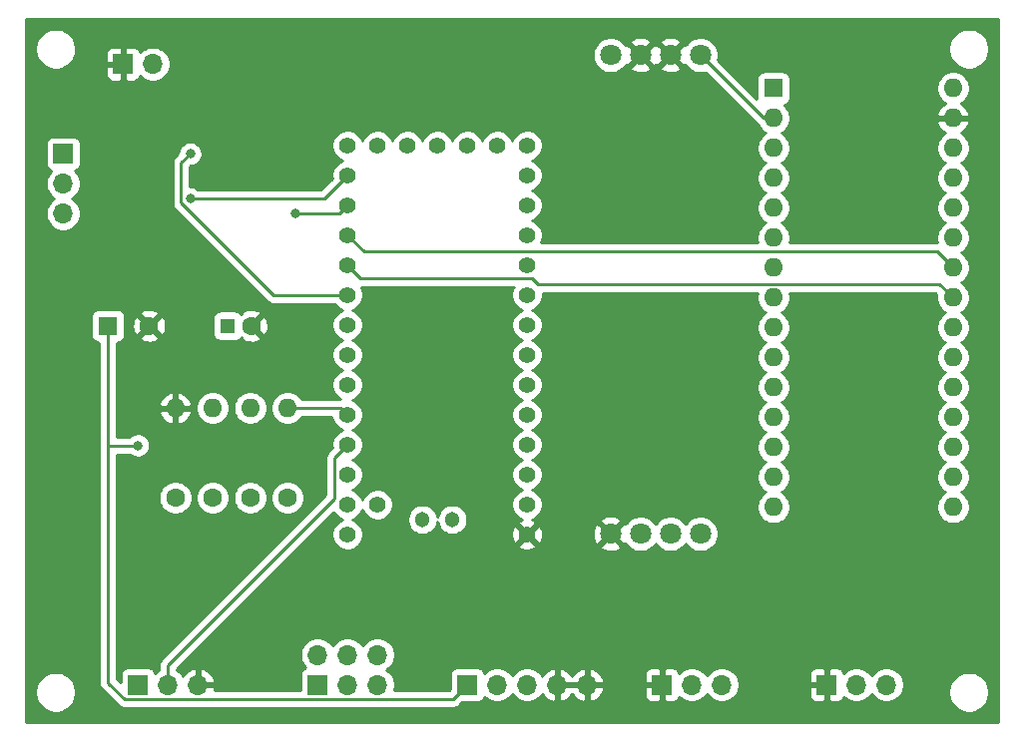
<source format=gbr>
%TF.GenerationSoftware,KiCad,Pcbnew,5.1.10*%
%TF.CreationDate,2021-07-23T12:05:05+02:00*%
%TF.ProjectId,kicad,6b696361-642e-46b6-9963-61645f706362,rev?*%
%TF.SameCoordinates,Original*%
%TF.FileFunction,Copper,L2,Bot*%
%TF.FilePolarity,Positive*%
%FSLAX46Y46*%
G04 Gerber Fmt 4.6, Leading zero omitted, Abs format (unit mm)*
G04 Created by KiCad (PCBNEW 5.1.10) date 2021-07-23 12:05:05*
%MOMM*%
%LPD*%
G01*
G04 APERTURE LIST*
%TA.AperFunction,ComponentPad*%
%ADD10C,1.404000*%
%TD*%
%TA.AperFunction,ComponentPad*%
%ADD11C,1.304000*%
%TD*%
%TA.AperFunction,ComponentPad*%
%ADD12O,1.600000X1.600000*%
%TD*%
%TA.AperFunction,ComponentPad*%
%ADD13C,1.600000*%
%TD*%
%TA.AperFunction,ComponentPad*%
%ADD14O,1.700000X1.700000*%
%TD*%
%TA.AperFunction,ComponentPad*%
%ADD15R,1.700000X1.700000*%
%TD*%
%TA.AperFunction,ComponentPad*%
%ADD16C,1.800000*%
%TD*%
%TA.AperFunction,ComponentPad*%
%ADD17R,1.300000X1.300000*%
%TD*%
%TA.AperFunction,ComponentPad*%
%ADD18R,1.600000X1.600000*%
%TD*%
%TA.AperFunction,ViaPad*%
%ADD19C,0.800000*%
%TD*%
%TA.AperFunction,Conductor*%
%ADD20C,0.250000*%
%TD*%
%TA.AperFunction,Conductor*%
%ADD21C,0.254000*%
%TD*%
%TA.AperFunction,Conductor*%
%ADD22C,0.100000*%
%TD*%
G04 APERTURE END LIST*
D10*
%TO.P,U1,13*%
%TO.N,Net-(U1-Pad13)*%
X167640000Y-36773400D03*
%TO.P,U1,33*%
%TO.N,+5V*%
X152400000Y-67253400D03*
%TO.P,U1,34*%
%TO.N,Net-(U1-Pad34)*%
X154940000Y-64713400D03*
%TO.P,U1,32*%
%TO.N,Net-(U1-Pad32)*%
X152400000Y-64713400D03*
%TO.P,U1,31*%
%TO.N,Net-(RV1-Pad1)*%
X152400000Y-62173400D03*
%TO.P,U1,30*%
%TO.N,Net-(RV1-Pad2)*%
X152400000Y-59633400D03*
%TO.P,U1,29*%
%TO.N,Net-(R1-Pad1)*%
X152400000Y-57093400D03*
%TO.P,U1,28*%
%TO.N,Net-(U1-Pad28)*%
X152400000Y-54553400D03*
%TO.P,U1,27*%
%TO.N,Net-(U1-Pad27)*%
X152400000Y-52013400D03*
%TO.P,U1,26*%
%TO.N,Net-(U1-Pad26)*%
X152400000Y-49473400D03*
%TO.P,U1,25*%
%TO.N,Net-(U1-Pad25)*%
X152400000Y-46933400D03*
%TO.P,U1,24*%
%TO.N,Net-(A1-Pad23)*%
X152400000Y-44393400D03*
%TO.P,U1,23*%
%TO.N,Net-(A1-Pad24)*%
X152400000Y-41853400D03*
%TO.P,U1,22*%
%TO.N,Net-(U1-Pad22)*%
X152400000Y-39313400D03*
%TO.P,U1,21*%
%TO.N,Net-(U1-Pad21)*%
X152400000Y-36773400D03*
%TO.P,U1,20*%
%TO.N,Net-(U1-Pad20)*%
X152400000Y-34233400D03*
%TO.P,U1,19*%
%TO.N,Net-(U1-Pad19)*%
X154940000Y-34233400D03*
%TO.P,U1,18*%
%TO.N,Net-(U1-Pad18)*%
X157480000Y-34233400D03*
%TO.P,U1,17*%
%TO.N,Net-(U1-Pad17)*%
X160020000Y-34233400D03*
%TO.P,U1,16*%
%TO.N,Net-(U1-Pad16)*%
X162560000Y-34233400D03*
%TO.P,U1,15*%
%TO.N,Net-(U1-Pad15)*%
X165100000Y-34233400D03*
%TO.P,U1,14*%
%TO.N,Net-(U1-Pad14)*%
X167640000Y-34233400D03*
%TO.P,U1,12*%
%TO.N,Net-(U1-Pad12)*%
X167640000Y-39313400D03*
%TO.P,U1,11*%
%TO.N,Net-(U1-Pad11)*%
X167640000Y-41853400D03*
%TO.P,U1,10*%
%TO.N,Net-(U1-Pad10)*%
X167640000Y-44393400D03*
%TO.P,U1,9*%
%TO.N,Net-(U1-Pad9)*%
X167640000Y-46933400D03*
%TO.P,U1,8*%
%TO.N,Net-(U1-Pad8)*%
X167640000Y-49473400D03*
%TO.P,U1,7*%
%TO.N,Net-(U1-Pad7)*%
X167640000Y-52013400D03*
%TO.P,U1,6*%
%TO.N,Net-(U1-Pad6)*%
X167640000Y-54553400D03*
%TO.P,U1,5*%
%TO.N,Net-(U1-Pad5)*%
X167640000Y-57093400D03*
%TO.P,U1,4*%
%TO.N,Net-(U1-Pad4)*%
X167640000Y-59633400D03*
%TO.P,U1,3*%
%TO.N,Net-(U1-Pad3)*%
X167640000Y-62173400D03*
D11*
%TO.P,U1,54*%
%TO.N,Net-(J1-Pad3)*%
X161290000Y-65983400D03*
%TO.P,U1,53*%
%TO.N,Net-(J1-Pad2)*%
X158750000Y-65983400D03*
D10*
%TO.P,U1,2*%
%TO.N,Net-(U1-Pad2)*%
X167640000Y-64713400D03*
%TO.P,U1,1*%
%TO.N,GND*%
X167640000Y-67253400D03*
%TD*%
D12*
%TO.P,R4,2*%
%TO.N,Net-(R1-Pad1)*%
X147320000Y-56515000D03*
D13*
%TO.P,R4,1*%
%TO.N,Net-(R4-Pad1)*%
X147320000Y-64135000D03*
%TD*%
D12*
%TO.P,R3,2*%
%TO.N,Net-(R1-Pad1)*%
X144145000Y-56515000D03*
D13*
%TO.P,R3,1*%
%TO.N,Net-(R3-Pad1)*%
X144145000Y-64135000D03*
%TD*%
D12*
%TO.P,R2,2*%
%TO.N,Net-(R1-Pad1)*%
X140970000Y-56515000D03*
D13*
%TO.P,R2,1*%
%TO.N,Net-(R2-Pad1)*%
X140970000Y-64135000D03*
%TD*%
D12*
%TO.P,R1,2*%
%TO.N,GND*%
X137795000Y-56515000D03*
D13*
%TO.P,R1,1*%
%TO.N,Net-(R1-Pad1)*%
X137795000Y-64135000D03*
%TD*%
D14*
%TO.P,SW2,6*%
%TO.N,Net-(RV1-Pad1)*%
X154940000Y-77470000D03*
%TO.P,SW2,5*%
X154940000Y-80010000D03*
%TO.P,SW2,4*%
X152400000Y-77470000D03*
%TO.P,SW2,3*%
%TO.N,Net-(R4-Pad1)*%
X152400000Y-80010000D03*
%TO.P,SW2,2*%
%TO.N,Net-(R3-Pad1)*%
X149860000Y-77470000D03*
D15*
%TO.P,SW2,1*%
%TO.N,Net-(R2-Pad1)*%
X149860000Y-80010000D03*
%TD*%
D14*
%TO.P,RV1,3*%
%TO.N,GND*%
X139700000Y-80010000D03*
%TO.P,RV1,2*%
%TO.N,Net-(RV1-Pad2)*%
X137160000Y-80010000D03*
D15*
%TO.P,RV1,1*%
%TO.N,Net-(RV1-Pad1)*%
X134620000Y-80010000D03*
%TD*%
D14*
%TO.P,J5,3*%
%TO.N,Net-(J4-Pad3)*%
X184150000Y-80010000D03*
%TO.P,J5,2*%
%TO.N,Net-(J4-Pad2)*%
X181610000Y-80010000D03*
D15*
%TO.P,J5,1*%
%TO.N,GND*%
X179070000Y-80010000D03*
%TD*%
D14*
%TO.P,J4,3*%
%TO.N,Net-(J4-Pad3)*%
X198120000Y-80010000D03*
%TO.P,J4,2*%
%TO.N,Net-(J4-Pad2)*%
X195580000Y-80010000D03*
D15*
%TO.P,J4,1*%
%TO.N,GND*%
X193040000Y-80010000D03*
%TD*%
D14*
%TO.P,J3,2*%
%TO.N,+5V*%
X135890000Y-27305000D03*
D15*
%TO.P,J3,1*%
%TO.N,GND*%
X133350000Y-27305000D03*
%TD*%
D14*
%TO.P,J2,3*%
%TO.N,Net-(J2-Pad3)*%
X128270000Y-40005000D03*
%TO.P,J2,2*%
%TO.N,Net-(J2-Pad2)*%
X128270000Y-37465000D03*
D15*
%TO.P,J2,1*%
%TO.N,Net-(J2-Pad1)*%
X128270000Y-34925000D03*
%TD*%
D14*
%TO.P,J1,5*%
%TO.N,GND*%
X172720000Y-80010000D03*
%TO.P,J1,4*%
X170180000Y-80010000D03*
%TO.P,J1,3*%
%TO.N,Net-(J1-Pad3)*%
X167640000Y-80010000D03*
%TO.P,J1,2*%
%TO.N,Net-(J1-Pad2)*%
X165100000Y-80010000D03*
D15*
%TO.P,J1,1*%
%TO.N,Net-(C1-Pad1)*%
X162560000Y-80010000D03*
%TD*%
D16*
%TO.P,U4,4*%
%TO.N,+5V*%
X182340000Y-67185000D03*
%TO.P,U4,5*%
%TO.N,Net-(A1-Pad2)*%
X182340000Y-26545000D03*
%TO.P,U4,3*%
%TO.N,Net-(J4-Pad2)*%
X179800000Y-67185000D03*
%TO.P,U4,6*%
%TO.N,GND*%
X179800000Y-26545000D03*
%TO.P,U4,2*%
%TO.N,Net-(J4-Pad3)*%
X177260000Y-67185000D03*
%TO.P,U4,7*%
%TO.N,GND*%
X177260000Y-26545000D03*
%TO.P,U4,1*%
X174720000Y-67185000D03*
%TO.P,U4,8*%
%TO.N,Net-(U4-Pad8)*%
X174720000Y-26545000D03*
%TD*%
D17*
%TO.P,C2,1*%
%TO.N,+5V*%
X142240000Y-49530000D03*
D13*
%TO.P,C2,2*%
%TO.N,GND*%
X144240000Y-49530000D03*
%TD*%
%TO.P,C1,2*%
%TO.N,GND*%
X135580000Y-49530000D03*
D18*
%TO.P,C1,1*%
%TO.N,Net-(C1-Pad1)*%
X132080000Y-49530000D03*
%TD*%
D12*
%TO.P,A1,16*%
%TO.N,Net-(A1-Pad16)*%
X203770000Y-64925000D03*
%TO.P,A1,15*%
%TO.N,Net-(A1-Pad15)*%
X188530000Y-64925000D03*
%TO.P,A1,30*%
%TO.N,+5V*%
X203770000Y-29365000D03*
%TO.P,A1,14*%
%TO.N,Net-(A1-Pad14)*%
X188530000Y-62385000D03*
%TO.P,A1,29*%
%TO.N,GND*%
X203770000Y-31905000D03*
%TO.P,A1,13*%
%TO.N,Net-(A1-Pad13)*%
X188530000Y-59845000D03*
%TO.P,A1,28*%
%TO.N,Net-(A1-Pad28)*%
X203770000Y-34445000D03*
%TO.P,A1,12*%
%TO.N,Net-(A1-Pad12)*%
X188530000Y-57305000D03*
%TO.P,A1,27*%
%TO.N,Net-(A1-Pad27)*%
X203770000Y-36985000D03*
%TO.P,A1,11*%
%TO.N,Net-(A1-Pad11)*%
X188530000Y-54765000D03*
%TO.P,A1,26*%
%TO.N,Net-(A1-Pad26)*%
X203770000Y-39525000D03*
%TO.P,A1,10*%
%TO.N,Net-(A1-Pad10)*%
X188530000Y-52225000D03*
%TO.P,A1,25*%
%TO.N,Net-(A1-Pad25)*%
X203770000Y-42065000D03*
%TO.P,A1,9*%
%TO.N,Net-(A1-Pad9)*%
X188530000Y-49685000D03*
%TO.P,A1,24*%
%TO.N,Net-(A1-Pad24)*%
X203770000Y-44605000D03*
%TO.P,A1,8*%
%TO.N,Net-(A1-Pad8)*%
X188530000Y-47145000D03*
%TO.P,A1,23*%
%TO.N,Net-(A1-Pad23)*%
X203770000Y-47145000D03*
%TO.P,A1,7*%
%TO.N,Net-(A1-Pad7)*%
X188530000Y-44605000D03*
%TO.P,A1,22*%
%TO.N,Net-(A1-Pad22)*%
X203770000Y-49685000D03*
%TO.P,A1,6*%
%TO.N,Net-(A1-Pad6)*%
X188530000Y-42065000D03*
%TO.P,A1,21*%
%TO.N,Net-(A1-Pad21)*%
X203770000Y-52225000D03*
%TO.P,A1,5*%
%TO.N,Net-(A1-Pad5)*%
X188530000Y-39525000D03*
%TO.P,A1,20*%
%TO.N,Net-(A1-Pad20)*%
X203770000Y-54765000D03*
%TO.P,A1,4*%
%TO.N,Net-(A1-Pad4)*%
X188530000Y-36985000D03*
%TO.P,A1,19*%
%TO.N,Net-(A1-Pad19)*%
X203770000Y-57305000D03*
%TO.P,A1,3*%
%TO.N,Net-(A1-Pad3)*%
X188530000Y-34445000D03*
%TO.P,A1,18*%
%TO.N,Net-(A1-Pad18)*%
X203770000Y-59845000D03*
%TO.P,A1,2*%
%TO.N,Net-(A1-Pad2)*%
X188530000Y-31905000D03*
%TO.P,A1,17*%
%TO.N,Net-(A1-Pad17)*%
X203770000Y-62385000D03*
D18*
%TO.P,A1,1*%
%TO.N,Net-(A1-Pad1)*%
X188530000Y-29365000D03*
%TD*%
D19*
%TO.N,Net-(U1-Pad25)*%
X139065000Y-34925000D03*
%TO.N,Net-(U1-Pad22)*%
X147955000Y-40005000D03*
%TO.N,Net-(U1-Pad21)*%
X139065000Y-38735000D03*
%TO.N,GND*%
X143510000Y-36830000D03*
X127635000Y-57150000D03*
%TO.N,Net-(C1-Pad1)*%
X134620000Y-59690000D03*
%TD*%
D20*
%TO.N,Net-(U1-Pad25)*%
X146116398Y-46933400D02*
X152400000Y-46933400D01*
X138289999Y-39107001D02*
X146116398Y-46933400D01*
X138289999Y-35700001D02*
X138289999Y-39107001D01*
X139065000Y-34925000D02*
X138289999Y-35700001D01*
%TO.N,Net-(U1-Pad22)*%
X151708400Y-40005000D02*
X152400000Y-39313400D01*
X147955000Y-40005000D02*
X151708400Y-40005000D01*
%TO.N,Net-(U1-Pad21)*%
X150438400Y-38735000D02*
X152400000Y-36773400D01*
X139065000Y-38735000D02*
X150438400Y-38735000D01*
%TO.N,Net-(A1-Pad24)*%
X202405001Y-43240001D02*
X203770000Y-44605000D01*
X153786601Y-43240001D02*
X202405001Y-43240001D01*
X152400000Y-41853400D02*
X153786601Y-43240001D01*
%TO.N,Net-(A1-Pad23)*%
X153477001Y-45470401D02*
X152400000Y-44393400D01*
X168025401Y-45470401D02*
X153477001Y-45470401D01*
X168524999Y-45969999D02*
X168025401Y-45470401D01*
X202594999Y-45969999D02*
X168524999Y-45969999D01*
X203770000Y-47145000D02*
X202594999Y-45969999D01*
%TO.N,Net-(A1-Pad2)*%
X187700000Y-31905000D02*
X188530000Y-31905000D01*
X182340000Y-26545000D02*
X187700000Y-31905000D01*
%TO.N,Net-(C1-Pad1)*%
X161334999Y-81235001D02*
X162560000Y-80010000D01*
X133469999Y-81235001D02*
X161334999Y-81235001D01*
X132080000Y-79845002D02*
X133469999Y-81235001D01*
X132080000Y-49530000D02*
X132080000Y-79845002D01*
X134620000Y-59690000D02*
X132080000Y-59690000D01*
%TO.N,Net-(R1-Pad1)*%
X151821600Y-56515000D02*
X152400000Y-57093400D01*
X147320000Y-56515000D02*
X151821600Y-56515000D01*
%TO.N,Net-(RV1-Pad2)*%
X151322999Y-60710401D02*
X152400000Y-59633400D01*
X151322999Y-64196439D02*
X151322999Y-60710401D01*
X137160000Y-78359438D02*
X151322999Y-64196439D01*
X137160000Y-80010000D02*
X137160000Y-78359438D01*
%TD*%
D21*
%TO.N,GND*%
X207620001Y-83160000D02*
X125120000Y-83160000D01*
X125120000Y-80474117D01*
X125900000Y-80474117D01*
X125900000Y-80815883D01*
X125966675Y-81151081D01*
X126097463Y-81466831D01*
X126287337Y-81750998D01*
X126529002Y-81992663D01*
X126813169Y-82182537D01*
X127128919Y-82313325D01*
X127464117Y-82380000D01*
X127805883Y-82380000D01*
X128141081Y-82313325D01*
X128456831Y-82182537D01*
X128740998Y-81992663D01*
X128982663Y-81750998D01*
X129172537Y-81466831D01*
X129303325Y-81151081D01*
X129370000Y-80815883D01*
X129370000Y-80474117D01*
X129303325Y-80138919D01*
X129172537Y-79823169D01*
X128982663Y-79539002D01*
X128740998Y-79297337D01*
X128456831Y-79107463D01*
X128141081Y-78976675D01*
X127805883Y-78910000D01*
X127464117Y-78910000D01*
X127128919Y-78976675D01*
X126813169Y-79107463D01*
X126529002Y-79297337D01*
X126287337Y-79539002D01*
X126097463Y-79823169D01*
X125966675Y-80138919D01*
X125900000Y-80474117D01*
X125120000Y-80474117D01*
X125120000Y-48730000D01*
X130641928Y-48730000D01*
X130641928Y-50330000D01*
X130654188Y-50454482D01*
X130690498Y-50574180D01*
X130749463Y-50684494D01*
X130828815Y-50781185D01*
X130925506Y-50860537D01*
X131035820Y-50919502D01*
X131155518Y-50955812D01*
X131280000Y-50968072D01*
X131320000Y-50968072D01*
X131320000Y-59652664D01*
X131316323Y-59690000D01*
X131320000Y-59727336D01*
X131320001Y-79807669D01*
X131316324Y-79845002D01*
X131320001Y-79882335D01*
X131330998Y-79993988D01*
X131344180Y-80037444D01*
X131374454Y-80137248D01*
X131445026Y-80269278D01*
X131516201Y-80356004D01*
X131540000Y-80385003D01*
X131568998Y-80408801D01*
X132906204Y-81746009D01*
X132929998Y-81775002D01*
X132958991Y-81798796D01*
X132958995Y-81798800D01*
X133029684Y-81856812D01*
X133045723Y-81869975D01*
X133177752Y-81940547D01*
X133321013Y-81984004D01*
X133432666Y-81995001D01*
X133432675Y-81995001D01*
X133469998Y-81998677D01*
X133507321Y-81995001D01*
X161297677Y-81995001D01*
X161334999Y-81998677D01*
X161372321Y-81995001D01*
X161372332Y-81995001D01*
X161483985Y-81984004D01*
X161627246Y-81940547D01*
X161759275Y-81869975D01*
X161875000Y-81775002D01*
X161898803Y-81745998D01*
X162146729Y-81498072D01*
X163410000Y-81498072D01*
X163534482Y-81485812D01*
X163654180Y-81449502D01*
X163764494Y-81390537D01*
X163861185Y-81311185D01*
X163940537Y-81214494D01*
X163999502Y-81104180D01*
X164021513Y-81031620D01*
X164153368Y-81163475D01*
X164396589Y-81325990D01*
X164666842Y-81437932D01*
X164953740Y-81495000D01*
X165246260Y-81495000D01*
X165533158Y-81437932D01*
X165803411Y-81325990D01*
X166046632Y-81163475D01*
X166253475Y-80956632D01*
X166370000Y-80782240D01*
X166486525Y-80956632D01*
X166693368Y-81163475D01*
X166936589Y-81325990D01*
X167206842Y-81437932D01*
X167493740Y-81495000D01*
X167786260Y-81495000D01*
X168073158Y-81437932D01*
X168343411Y-81325990D01*
X168586632Y-81163475D01*
X168793475Y-80956632D01*
X168915195Y-80774466D01*
X168984822Y-80891355D01*
X169179731Y-81107588D01*
X169413080Y-81281641D01*
X169675901Y-81406825D01*
X169823110Y-81451476D01*
X170053000Y-81330155D01*
X170053000Y-80137000D01*
X170307000Y-80137000D01*
X170307000Y-81330155D01*
X170536890Y-81451476D01*
X170684099Y-81406825D01*
X170946920Y-81281641D01*
X171180269Y-81107588D01*
X171375178Y-80891355D01*
X171450000Y-80765745D01*
X171524822Y-80891355D01*
X171719731Y-81107588D01*
X171953080Y-81281641D01*
X172215901Y-81406825D01*
X172363110Y-81451476D01*
X172593000Y-81330155D01*
X172593000Y-80137000D01*
X172847000Y-80137000D01*
X172847000Y-81330155D01*
X173076890Y-81451476D01*
X173224099Y-81406825D01*
X173486920Y-81281641D01*
X173720269Y-81107588D01*
X173915178Y-80891355D01*
X173933855Y-80860000D01*
X177581928Y-80860000D01*
X177594188Y-80984482D01*
X177630498Y-81104180D01*
X177689463Y-81214494D01*
X177768815Y-81311185D01*
X177865506Y-81390537D01*
X177975820Y-81449502D01*
X178095518Y-81485812D01*
X178220000Y-81498072D01*
X178784250Y-81495000D01*
X178943000Y-81336250D01*
X178943000Y-80137000D01*
X177743750Y-80137000D01*
X177585000Y-80295750D01*
X177581928Y-80860000D01*
X173933855Y-80860000D01*
X174064157Y-80641252D01*
X174161481Y-80366891D01*
X174040814Y-80137000D01*
X172847000Y-80137000D01*
X172593000Y-80137000D01*
X170307000Y-80137000D01*
X170053000Y-80137000D01*
X170033000Y-80137000D01*
X170033000Y-79883000D01*
X170053000Y-79883000D01*
X170053000Y-78689845D01*
X170307000Y-78689845D01*
X170307000Y-79883000D01*
X172593000Y-79883000D01*
X172593000Y-78689845D01*
X172847000Y-78689845D01*
X172847000Y-79883000D01*
X174040814Y-79883000D01*
X174161481Y-79653109D01*
X174064157Y-79378748D01*
X173933856Y-79160000D01*
X177581928Y-79160000D01*
X177585000Y-79724250D01*
X177743750Y-79883000D01*
X178943000Y-79883000D01*
X178943000Y-78683750D01*
X179197000Y-78683750D01*
X179197000Y-79883000D01*
X179217000Y-79883000D01*
X179217000Y-80137000D01*
X179197000Y-80137000D01*
X179197000Y-81336250D01*
X179355750Y-81495000D01*
X179920000Y-81498072D01*
X180044482Y-81485812D01*
X180164180Y-81449502D01*
X180274494Y-81390537D01*
X180371185Y-81311185D01*
X180450537Y-81214494D01*
X180509502Y-81104180D01*
X180531513Y-81031620D01*
X180663368Y-81163475D01*
X180906589Y-81325990D01*
X181176842Y-81437932D01*
X181463740Y-81495000D01*
X181756260Y-81495000D01*
X182043158Y-81437932D01*
X182313411Y-81325990D01*
X182556632Y-81163475D01*
X182763475Y-80956632D01*
X182880000Y-80782240D01*
X182996525Y-80956632D01*
X183203368Y-81163475D01*
X183446589Y-81325990D01*
X183716842Y-81437932D01*
X184003740Y-81495000D01*
X184296260Y-81495000D01*
X184583158Y-81437932D01*
X184853411Y-81325990D01*
X185096632Y-81163475D01*
X185303475Y-80956632D01*
X185368042Y-80860000D01*
X191551928Y-80860000D01*
X191564188Y-80984482D01*
X191600498Y-81104180D01*
X191659463Y-81214494D01*
X191738815Y-81311185D01*
X191835506Y-81390537D01*
X191945820Y-81449502D01*
X192065518Y-81485812D01*
X192190000Y-81498072D01*
X192754250Y-81495000D01*
X192913000Y-81336250D01*
X192913000Y-80137000D01*
X191713750Y-80137000D01*
X191555000Y-80295750D01*
X191551928Y-80860000D01*
X185368042Y-80860000D01*
X185465990Y-80713411D01*
X185577932Y-80443158D01*
X185635000Y-80156260D01*
X185635000Y-79863740D01*
X185577932Y-79576842D01*
X185465990Y-79306589D01*
X185368043Y-79160000D01*
X191551928Y-79160000D01*
X191555000Y-79724250D01*
X191713750Y-79883000D01*
X192913000Y-79883000D01*
X192913000Y-78683750D01*
X193167000Y-78683750D01*
X193167000Y-79883000D01*
X193187000Y-79883000D01*
X193187000Y-80137000D01*
X193167000Y-80137000D01*
X193167000Y-81336250D01*
X193325750Y-81495000D01*
X193890000Y-81498072D01*
X194014482Y-81485812D01*
X194134180Y-81449502D01*
X194244494Y-81390537D01*
X194341185Y-81311185D01*
X194420537Y-81214494D01*
X194479502Y-81104180D01*
X194501513Y-81031620D01*
X194633368Y-81163475D01*
X194876589Y-81325990D01*
X195146842Y-81437932D01*
X195433740Y-81495000D01*
X195726260Y-81495000D01*
X196013158Y-81437932D01*
X196283411Y-81325990D01*
X196526632Y-81163475D01*
X196733475Y-80956632D01*
X196850000Y-80782240D01*
X196966525Y-80956632D01*
X197173368Y-81163475D01*
X197416589Y-81325990D01*
X197686842Y-81437932D01*
X197973740Y-81495000D01*
X198266260Y-81495000D01*
X198553158Y-81437932D01*
X198823411Y-81325990D01*
X199066632Y-81163475D01*
X199273475Y-80956632D01*
X199435990Y-80713411D01*
X199535108Y-80474117D01*
X203370000Y-80474117D01*
X203370000Y-80815883D01*
X203436675Y-81151081D01*
X203567463Y-81466831D01*
X203757337Y-81750998D01*
X203999002Y-81992663D01*
X204283169Y-82182537D01*
X204598919Y-82313325D01*
X204934117Y-82380000D01*
X205275883Y-82380000D01*
X205611081Y-82313325D01*
X205926831Y-82182537D01*
X206210998Y-81992663D01*
X206452663Y-81750998D01*
X206642537Y-81466831D01*
X206773325Y-81151081D01*
X206840000Y-80815883D01*
X206840000Y-80474117D01*
X206773325Y-80138919D01*
X206642537Y-79823169D01*
X206452663Y-79539002D01*
X206210998Y-79297337D01*
X205926831Y-79107463D01*
X205611081Y-78976675D01*
X205275883Y-78910000D01*
X204934117Y-78910000D01*
X204598919Y-78976675D01*
X204283169Y-79107463D01*
X203999002Y-79297337D01*
X203757337Y-79539002D01*
X203567463Y-79823169D01*
X203436675Y-80138919D01*
X203370000Y-80474117D01*
X199535108Y-80474117D01*
X199547932Y-80443158D01*
X199605000Y-80156260D01*
X199605000Y-79863740D01*
X199547932Y-79576842D01*
X199435990Y-79306589D01*
X199273475Y-79063368D01*
X199066632Y-78856525D01*
X198823411Y-78694010D01*
X198553158Y-78582068D01*
X198266260Y-78525000D01*
X197973740Y-78525000D01*
X197686842Y-78582068D01*
X197416589Y-78694010D01*
X197173368Y-78856525D01*
X196966525Y-79063368D01*
X196850000Y-79237760D01*
X196733475Y-79063368D01*
X196526632Y-78856525D01*
X196283411Y-78694010D01*
X196013158Y-78582068D01*
X195726260Y-78525000D01*
X195433740Y-78525000D01*
X195146842Y-78582068D01*
X194876589Y-78694010D01*
X194633368Y-78856525D01*
X194501513Y-78988380D01*
X194479502Y-78915820D01*
X194420537Y-78805506D01*
X194341185Y-78708815D01*
X194244494Y-78629463D01*
X194134180Y-78570498D01*
X194014482Y-78534188D01*
X193890000Y-78521928D01*
X193325750Y-78525000D01*
X193167000Y-78683750D01*
X192913000Y-78683750D01*
X192754250Y-78525000D01*
X192190000Y-78521928D01*
X192065518Y-78534188D01*
X191945820Y-78570498D01*
X191835506Y-78629463D01*
X191738815Y-78708815D01*
X191659463Y-78805506D01*
X191600498Y-78915820D01*
X191564188Y-79035518D01*
X191551928Y-79160000D01*
X185368043Y-79160000D01*
X185303475Y-79063368D01*
X185096632Y-78856525D01*
X184853411Y-78694010D01*
X184583158Y-78582068D01*
X184296260Y-78525000D01*
X184003740Y-78525000D01*
X183716842Y-78582068D01*
X183446589Y-78694010D01*
X183203368Y-78856525D01*
X182996525Y-79063368D01*
X182880000Y-79237760D01*
X182763475Y-79063368D01*
X182556632Y-78856525D01*
X182313411Y-78694010D01*
X182043158Y-78582068D01*
X181756260Y-78525000D01*
X181463740Y-78525000D01*
X181176842Y-78582068D01*
X180906589Y-78694010D01*
X180663368Y-78856525D01*
X180531513Y-78988380D01*
X180509502Y-78915820D01*
X180450537Y-78805506D01*
X180371185Y-78708815D01*
X180274494Y-78629463D01*
X180164180Y-78570498D01*
X180044482Y-78534188D01*
X179920000Y-78521928D01*
X179355750Y-78525000D01*
X179197000Y-78683750D01*
X178943000Y-78683750D01*
X178784250Y-78525000D01*
X178220000Y-78521928D01*
X178095518Y-78534188D01*
X177975820Y-78570498D01*
X177865506Y-78629463D01*
X177768815Y-78708815D01*
X177689463Y-78805506D01*
X177630498Y-78915820D01*
X177594188Y-79035518D01*
X177581928Y-79160000D01*
X173933856Y-79160000D01*
X173915178Y-79128645D01*
X173720269Y-78912412D01*
X173486920Y-78738359D01*
X173224099Y-78613175D01*
X173076890Y-78568524D01*
X172847000Y-78689845D01*
X172593000Y-78689845D01*
X172363110Y-78568524D01*
X172215901Y-78613175D01*
X171953080Y-78738359D01*
X171719731Y-78912412D01*
X171524822Y-79128645D01*
X171450000Y-79254255D01*
X171375178Y-79128645D01*
X171180269Y-78912412D01*
X170946920Y-78738359D01*
X170684099Y-78613175D01*
X170536890Y-78568524D01*
X170307000Y-78689845D01*
X170053000Y-78689845D01*
X169823110Y-78568524D01*
X169675901Y-78613175D01*
X169413080Y-78738359D01*
X169179731Y-78912412D01*
X168984822Y-79128645D01*
X168915195Y-79245534D01*
X168793475Y-79063368D01*
X168586632Y-78856525D01*
X168343411Y-78694010D01*
X168073158Y-78582068D01*
X167786260Y-78525000D01*
X167493740Y-78525000D01*
X167206842Y-78582068D01*
X166936589Y-78694010D01*
X166693368Y-78856525D01*
X166486525Y-79063368D01*
X166370000Y-79237760D01*
X166253475Y-79063368D01*
X166046632Y-78856525D01*
X165803411Y-78694010D01*
X165533158Y-78582068D01*
X165246260Y-78525000D01*
X164953740Y-78525000D01*
X164666842Y-78582068D01*
X164396589Y-78694010D01*
X164153368Y-78856525D01*
X164021513Y-78988380D01*
X163999502Y-78915820D01*
X163940537Y-78805506D01*
X163861185Y-78708815D01*
X163764494Y-78629463D01*
X163654180Y-78570498D01*
X163534482Y-78534188D01*
X163410000Y-78521928D01*
X161710000Y-78521928D01*
X161585518Y-78534188D01*
X161465820Y-78570498D01*
X161355506Y-78629463D01*
X161258815Y-78708815D01*
X161179463Y-78805506D01*
X161120498Y-78915820D01*
X161084188Y-79035518D01*
X161071928Y-79160000D01*
X161071928Y-80423271D01*
X161020198Y-80475001D01*
X156354742Y-80475001D01*
X156367932Y-80443158D01*
X156425000Y-80156260D01*
X156425000Y-79863740D01*
X156367932Y-79576842D01*
X156255990Y-79306589D01*
X156093475Y-79063368D01*
X155886632Y-78856525D01*
X155712240Y-78740000D01*
X155886632Y-78623475D01*
X156093475Y-78416632D01*
X156255990Y-78173411D01*
X156367932Y-77903158D01*
X156425000Y-77616260D01*
X156425000Y-77323740D01*
X156367932Y-77036842D01*
X156255990Y-76766589D01*
X156093475Y-76523368D01*
X155886632Y-76316525D01*
X155643411Y-76154010D01*
X155373158Y-76042068D01*
X155086260Y-75985000D01*
X154793740Y-75985000D01*
X154506842Y-76042068D01*
X154236589Y-76154010D01*
X153993368Y-76316525D01*
X153786525Y-76523368D01*
X153670000Y-76697760D01*
X153553475Y-76523368D01*
X153346632Y-76316525D01*
X153103411Y-76154010D01*
X152833158Y-76042068D01*
X152546260Y-75985000D01*
X152253740Y-75985000D01*
X151966842Y-76042068D01*
X151696589Y-76154010D01*
X151453368Y-76316525D01*
X151246525Y-76523368D01*
X151130000Y-76697760D01*
X151013475Y-76523368D01*
X150806632Y-76316525D01*
X150563411Y-76154010D01*
X150293158Y-76042068D01*
X150006260Y-75985000D01*
X149713740Y-75985000D01*
X149426842Y-76042068D01*
X149156589Y-76154010D01*
X148913368Y-76316525D01*
X148706525Y-76523368D01*
X148544010Y-76766589D01*
X148432068Y-77036842D01*
X148375000Y-77323740D01*
X148375000Y-77616260D01*
X148432068Y-77903158D01*
X148544010Y-78173411D01*
X148706525Y-78416632D01*
X148838380Y-78548487D01*
X148765820Y-78570498D01*
X148655506Y-78629463D01*
X148558815Y-78708815D01*
X148479463Y-78805506D01*
X148420498Y-78915820D01*
X148384188Y-79035518D01*
X148371928Y-79160000D01*
X148371928Y-80475001D01*
X141103131Y-80475001D01*
X141141481Y-80366891D01*
X141020814Y-80137000D01*
X139827000Y-80137000D01*
X139827000Y-80157000D01*
X139573000Y-80157000D01*
X139573000Y-80137000D01*
X139553000Y-80137000D01*
X139553000Y-79883000D01*
X139573000Y-79883000D01*
X139573000Y-78689845D01*
X139827000Y-78689845D01*
X139827000Y-79883000D01*
X141020814Y-79883000D01*
X141141481Y-79653109D01*
X141044157Y-79378748D01*
X140895178Y-79128645D01*
X140700269Y-78912412D01*
X140466920Y-78738359D01*
X140204099Y-78613175D01*
X140056890Y-78568524D01*
X139827000Y-78689845D01*
X139573000Y-78689845D01*
X139343110Y-78568524D01*
X139195901Y-78613175D01*
X138933080Y-78738359D01*
X138699731Y-78912412D01*
X138504822Y-79128645D01*
X138435195Y-79245534D01*
X138313475Y-79063368D01*
X138106632Y-78856525D01*
X137920000Y-78731822D01*
X137920000Y-78674239D01*
X151228130Y-65366110D01*
X151361484Y-65565688D01*
X151547712Y-65751916D01*
X151766693Y-65898234D01*
X151972302Y-65983400D01*
X151766693Y-66068566D01*
X151547712Y-66214884D01*
X151361484Y-66401112D01*
X151215166Y-66620093D01*
X151114380Y-66863412D01*
X151063000Y-67121717D01*
X151063000Y-67385083D01*
X151114380Y-67643388D01*
X151215166Y-67886707D01*
X151361484Y-68105688D01*
X151547712Y-68291916D01*
X151766693Y-68438234D01*
X152010012Y-68539020D01*
X152268317Y-68590400D01*
X152531683Y-68590400D01*
X152789988Y-68539020D01*
X153033307Y-68438234D01*
X153252288Y-68291916D01*
X153368106Y-68176098D01*
X166896907Y-68176098D01*
X166956610Y-68410071D01*
X167195397Y-68521169D01*
X167451269Y-68583547D01*
X167714395Y-68594808D01*
X167974661Y-68554520D01*
X168222067Y-68464231D01*
X168323390Y-68410071D01*
X168364470Y-68249080D01*
X173835525Y-68249080D01*
X173919208Y-68503261D01*
X174191775Y-68634158D01*
X174484642Y-68709365D01*
X174786553Y-68725991D01*
X175085907Y-68683397D01*
X175371199Y-68583222D01*
X175520792Y-68503261D01*
X175604475Y-68249080D01*
X174720000Y-67364605D01*
X173835525Y-68249080D01*
X168364470Y-68249080D01*
X168383093Y-68176098D01*
X167640000Y-67433005D01*
X166896907Y-68176098D01*
X153368106Y-68176098D01*
X153438516Y-68105688D01*
X153584834Y-67886707D01*
X153685620Y-67643388D01*
X153737000Y-67385083D01*
X153737000Y-67327795D01*
X166298592Y-67327795D01*
X166338880Y-67588061D01*
X166429169Y-67835467D01*
X166483329Y-67936790D01*
X166717302Y-67996493D01*
X167460395Y-67253400D01*
X167819605Y-67253400D01*
X168562698Y-67996493D01*
X168796671Y-67936790D01*
X168907769Y-67698003D01*
X168970147Y-67442131D01*
X168978303Y-67251553D01*
X173179009Y-67251553D01*
X173221603Y-67550907D01*
X173321778Y-67836199D01*
X173401739Y-67985792D01*
X173655920Y-68069475D01*
X174540395Y-67185000D01*
X174899605Y-67185000D01*
X175784080Y-68069475D01*
X175965049Y-68009895D01*
X176067688Y-68163505D01*
X176281495Y-68377312D01*
X176532905Y-68545299D01*
X176812257Y-68661011D01*
X177108816Y-68720000D01*
X177411184Y-68720000D01*
X177707743Y-68661011D01*
X177987095Y-68545299D01*
X178238505Y-68377312D01*
X178452312Y-68163505D01*
X178530000Y-68047237D01*
X178607688Y-68163505D01*
X178821495Y-68377312D01*
X179072905Y-68545299D01*
X179352257Y-68661011D01*
X179648816Y-68720000D01*
X179951184Y-68720000D01*
X180247743Y-68661011D01*
X180527095Y-68545299D01*
X180778505Y-68377312D01*
X180992312Y-68163505D01*
X181070000Y-68047237D01*
X181147688Y-68163505D01*
X181361495Y-68377312D01*
X181612905Y-68545299D01*
X181892257Y-68661011D01*
X182188816Y-68720000D01*
X182491184Y-68720000D01*
X182787743Y-68661011D01*
X183067095Y-68545299D01*
X183318505Y-68377312D01*
X183532312Y-68163505D01*
X183700299Y-67912095D01*
X183816011Y-67632743D01*
X183875000Y-67336184D01*
X183875000Y-67033816D01*
X183816011Y-66737257D01*
X183700299Y-66457905D01*
X183532312Y-66206495D01*
X183318505Y-65992688D01*
X183067095Y-65824701D01*
X182787743Y-65708989D01*
X182491184Y-65650000D01*
X182188816Y-65650000D01*
X181892257Y-65708989D01*
X181612905Y-65824701D01*
X181361495Y-65992688D01*
X181147688Y-66206495D01*
X181070000Y-66322763D01*
X180992312Y-66206495D01*
X180778505Y-65992688D01*
X180527095Y-65824701D01*
X180247743Y-65708989D01*
X179951184Y-65650000D01*
X179648816Y-65650000D01*
X179352257Y-65708989D01*
X179072905Y-65824701D01*
X178821495Y-65992688D01*
X178607688Y-66206495D01*
X178530000Y-66322763D01*
X178452312Y-66206495D01*
X178238505Y-65992688D01*
X177987095Y-65824701D01*
X177707743Y-65708989D01*
X177411184Y-65650000D01*
X177108816Y-65650000D01*
X176812257Y-65708989D01*
X176532905Y-65824701D01*
X176281495Y-65992688D01*
X176067688Y-66206495D01*
X175965049Y-66360105D01*
X175784080Y-66300525D01*
X174899605Y-67185000D01*
X174540395Y-67185000D01*
X173655920Y-66300525D01*
X173401739Y-66384208D01*
X173270842Y-66656775D01*
X173195635Y-66949642D01*
X173179009Y-67251553D01*
X168978303Y-67251553D01*
X168981408Y-67179005D01*
X168941120Y-66918739D01*
X168850831Y-66671333D01*
X168796671Y-66570010D01*
X168562698Y-66510307D01*
X167819605Y-67253400D01*
X167460395Y-67253400D01*
X166717302Y-66510307D01*
X166483329Y-66570010D01*
X166372231Y-66808797D01*
X166309853Y-67064669D01*
X166298592Y-67327795D01*
X153737000Y-67327795D01*
X153737000Y-67121717D01*
X153685620Y-66863412D01*
X153584834Y-66620093D01*
X153438516Y-66401112D01*
X153252288Y-66214884D01*
X153033307Y-66068566D01*
X152827698Y-65983400D01*
X153033307Y-65898234D01*
X153252288Y-65751916D01*
X153438516Y-65565688D01*
X153584834Y-65346707D01*
X153670000Y-65141098D01*
X153755166Y-65346707D01*
X153901484Y-65565688D01*
X154087712Y-65751916D01*
X154306693Y-65898234D01*
X154550012Y-65999020D01*
X154808317Y-66050400D01*
X155071683Y-66050400D01*
X155329988Y-65999020D01*
X155573307Y-65898234D01*
X155635554Y-65856642D01*
X157463000Y-65856642D01*
X157463000Y-66110158D01*
X157512459Y-66358804D01*
X157609476Y-66593023D01*
X157750322Y-66803815D01*
X157929585Y-66983078D01*
X158140377Y-67123924D01*
X158374596Y-67220941D01*
X158623242Y-67270400D01*
X158876758Y-67270400D01*
X159125404Y-67220941D01*
X159359623Y-67123924D01*
X159570415Y-66983078D01*
X159749678Y-66803815D01*
X159890524Y-66593023D01*
X159987541Y-66358804D01*
X160020000Y-66195622D01*
X160052459Y-66358804D01*
X160149476Y-66593023D01*
X160290322Y-66803815D01*
X160469585Y-66983078D01*
X160680377Y-67123924D01*
X160914596Y-67220941D01*
X161163242Y-67270400D01*
X161416758Y-67270400D01*
X161665404Y-67220941D01*
X161899623Y-67123924D01*
X162110415Y-66983078D01*
X162289678Y-66803815D01*
X162430524Y-66593023D01*
X162527541Y-66358804D01*
X162577000Y-66110158D01*
X162577000Y-65856642D01*
X162527541Y-65607996D01*
X162430524Y-65373777D01*
X162289678Y-65162985D01*
X162110415Y-64983722D01*
X161899623Y-64842876D01*
X161665404Y-64745859D01*
X161416758Y-64696400D01*
X161163242Y-64696400D01*
X160914596Y-64745859D01*
X160680377Y-64842876D01*
X160469585Y-64983722D01*
X160290322Y-65162985D01*
X160149476Y-65373777D01*
X160052459Y-65607996D01*
X160020000Y-65771178D01*
X159987541Y-65607996D01*
X159890524Y-65373777D01*
X159749678Y-65162985D01*
X159570415Y-64983722D01*
X159359623Y-64842876D01*
X159125404Y-64745859D01*
X158876758Y-64696400D01*
X158623242Y-64696400D01*
X158374596Y-64745859D01*
X158140377Y-64842876D01*
X157929585Y-64983722D01*
X157750322Y-65162985D01*
X157609476Y-65373777D01*
X157512459Y-65607996D01*
X157463000Y-65856642D01*
X155635554Y-65856642D01*
X155792288Y-65751916D01*
X155978516Y-65565688D01*
X156124834Y-65346707D01*
X156225620Y-65103388D01*
X156277000Y-64845083D01*
X156277000Y-64581717D01*
X156225620Y-64323412D01*
X156124834Y-64080093D01*
X155978516Y-63861112D01*
X155792288Y-63674884D01*
X155573307Y-63528566D01*
X155329988Y-63427780D01*
X155071683Y-63376400D01*
X154808317Y-63376400D01*
X154550012Y-63427780D01*
X154306693Y-63528566D01*
X154087712Y-63674884D01*
X153901484Y-63861112D01*
X153755166Y-64080093D01*
X153670000Y-64285702D01*
X153584834Y-64080093D01*
X153438516Y-63861112D01*
X153252288Y-63674884D01*
X153033307Y-63528566D01*
X152827698Y-63443400D01*
X153033307Y-63358234D01*
X153252288Y-63211916D01*
X153438516Y-63025688D01*
X153584834Y-62806707D01*
X153685620Y-62563388D01*
X153737000Y-62305083D01*
X153737000Y-62041717D01*
X153685620Y-61783412D01*
X153584834Y-61540093D01*
X153438516Y-61321112D01*
X153252288Y-61134884D01*
X153033307Y-60988566D01*
X152827698Y-60903400D01*
X153033307Y-60818234D01*
X153252288Y-60671916D01*
X153438516Y-60485688D01*
X153584834Y-60266707D01*
X153685620Y-60023388D01*
X153737000Y-59765083D01*
X153737000Y-59501717D01*
X153685620Y-59243412D01*
X153584834Y-59000093D01*
X153438516Y-58781112D01*
X153252288Y-58594884D01*
X153033307Y-58448566D01*
X152827698Y-58363400D01*
X153033307Y-58278234D01*
X153252288Y-58131916D01*
X153438516Y-57945688D01*
X153584834Y-57726707D01*
X153685620Y-57483388D01*
X153737000Y-57225083D01*
X153737000Y-56961717D01*
X153685620Y-56703412D01*
X153584834Y-56460093D01*
X153438516Y-56241112D01*
X153252288Y-56054884D01*
X153033307Y-55908566D01*
X152827698Y-55823400D01*
X153033307Y-55738234D01*
X153252288Y-55591916D01*
X153438516Y-55405688D01*
X153584834Y-55186707D01*
X153685620Y-54943388D01*
X153737000Y-54685083D01*
X153737000Y-54421717D01*
X153685620Y-54163412D01*
X153584834Y-53920093D01*
X153438516Y-53701112D01*
X153252288Y-53514884D01*
X153033307Y-53368566D01*
X152827698Y-53283400D01*
X153033307Y-53198234D01*
X153252288Y-53051916D01*
X153438516Y-52865688D01*
X153584834Y-52646707D01*
X153685620Y-52403388D01*
X153737000Y-52145083D01*
X153737000Y-51881717D01*
X153685620Y-51623412D01*
X153584834Y-51380093D01*
X153438516Y-51161112D01*
X153252288Y-50974884D01*
X153033307Y-50828566D01*
X152827698Y-50743400D01*
X153033307Y-50658234D01*
X153252288Y-50511916D01*
X153438516Y-50325688D01*
X153584834Y-50106707D01*
X153685620Y-49863388D01*
X153737000Y-49605083D01*
X153737000Y-49341717D01*
X153685620Y-49083412D01*
X153584834Y-48840093D01*
X153438516Y-48621112D01*
X153252288Y-48434884D01*
X153033307Y-48288566D01*
X152827698Y-48203400D01*
X153033307Y-48118234D01*
X153252288Y-47971916D01*
X153438516Y-47785688D01*
X153584834Y-47566707D01*
X153685620Y-47323388D01*
X153737000Y-47065083D01*
X153737000Y-46801717D01*
X153685620Y-46543412D01*
X153584834Y-46300093D01*
X153538267Y-46230401D01*
X166501733Y-46230401D01*
X166455166Y-46300093D01*
X166354380Y-46543412D01*
X166303000Y-46801717D01*
X166303000Y-47065083D01*
X166354380Y-47323388D01*
X166455166Y-47566707D01*
X166601484Y-47785688D01*
X166787712Y-47971916D01*
X167006693Y-48118234D01*
X167212302Y-48203400D01*
X167006693Y-48288566D01*
X166787712Y-48434884D01*
X166601484Y-48621112D01*
X166455166Y-48840093D01*
X166354380Y-49083412D01*
X166303000Y-49341717D01*
X166303000Y-49605083D01*
X166354380Y-49863388D01*
X166455166Y-50106707D01*
X166601484Y-50325688D01*
X166787712Y-50511916D01*
X167006693Y-50658234D01*
X167212302Y-50743400D01*
X167006693Y-50828566D01*
X166787712Y-50974884D01*
X166601484Y-51161112D01*
X166455166Y-51380093D01*
X166354380Y-51623412D01*
X166303000Y-51881717D01*
X166303000Y-52145083D01*
X166354380Y-52403388D01*
X166455166Y-52646707D01*
X166601484Y-52865688D01*
X166787712Y-53051916D01*
X167006693Y-53198234D01*
X167212302Y-53283400D01*
X167006693Y-53368566D01*
X166787712Y-53514884D01*
X166601484Y-53701112D01*
X166455166Y-53920093D01*
X166354380Y-54163412D01*
X166303000Y-54421717D01*
X166303000Y-54685083D01*
X166354380Y-54943388D01*
X166455166Y-55186707D01*
X166601484Y-55405688D01*
X166787712Y-55591916D01*
X167006693Y-55738234D01*
X167212302Y-55823400D01*
X167006693Y-55908566D01*
X166787712Y-56054884D01*
X166601484Y-56241112D01*
X166455166Y-56460093D01*
X166354380Y-56703412D01*
X166303000Y-56961717D01*
X166303000Y-57225083D01*
X166354380Y-57483388D01*
X166455166Y-57726707D01*
X166601484Y-57945688D01*
X166787712Y-58131916D01*
X167006693Y-58278234D01*
X167212302Y-58363400D01*
X167006693Y-58448566D01*
X166787712Y-58594884D01*
X166601484Y-58781112D01*
X166455166Y-59000093D01*
X166354380Y-59243412D01*
X166303000Y-59501717D01*
X166303000Y-59765083D01*
X166354380Y-60023388D01*
X166455166Y-60266707D01*
X166601484Y-60485688D01*
X166787712Y-60671916D01*
X167006693Y-60818234D01*
X167212302Y-60903400D01*
X167006693Y-60988566D01*
X166787712Y-61134884D01*
X166601484Y-61321112D01*
X166455166Y-61540093D01*
X166354380Y-61783412D01*
X166303000Y-62041717D01*
X166303000Y-62305083D01*
X166354380Y-62563388D01*
X166455166Y-62806707D01*
X166601484Y-63025688D01*
X166787712Y-63211916D01*
X167006693Y-63358234D01*
X167212302Y-63443400D01*
X167006693Y-63528566D01*
X166787712Y-63674884D01*
X166601484Y-63861112D01*
X166455166Y-64080093D01*
X166354380Y-64323412D01*
X166303000Y-64581717D01*
X166303000Y-64845083D01*
X166354380Y-65103388D01*
X166455166Y-65346707D01*
X166601484Y-65565688D01*
X166787712Y-65751916D01*
X167006693Y-65898234D01*
X167215938Y-65984906D01*
X167057933Y-66042569D01*
X166956610Y-66096729D01*
X166896907Y-66330702D01*
X167640000Y-67073795D01*
X168383093Y-66330702D01*
X168329563Y-66120920D01*
X173835525Y-66120920D01*
X174720000Y-67005395D01*
X175604475Y-66120920D01*
X175520792Y-65866739D01*
X175248225Y-65735842D01*
X174955358Y-65660635D01*
X174653447Y-65644009D01*
X174354093Y-65686603D01*
X174068801Y-65786778D01*
X173919208Y-65866739D01*
X173835525Y-66120920D01*
X168329563Y-66120920D01*
X168323390Y-66096729D01*
X168084603Y-65985631D01*
X168070571Y-65982210D01*
X168273307Y-65898234D01*
X168492288Y-65751916D01*
X168678516Y-65565688D01*
X168824834Y-65346707D01*
X168925620Y-65103388D01*
X168977000Y-64845083D01*
X168977000Y-64581717D01*
X168925620Y-64323412D01*
X168824834Y-64080093D01*
X168678516Y-63861112D01*
X168492288Y-63674884D01*
X168273307Y-63528566D01*
X168067698Y-63443400D01*
X168273307Y-63358234D01*
X168492288Y-63211916D01*
X168678516Y-63025688D01*
X168824834Y-62806707D01*
X168925620Y-62563388D01*
X168977000Y-62305083D01*
X168977000Y-62041717D01*
X168925620Y-61783412D01*
X168824834Y-61540093D01*
X168678516Y-61321112D01*
X168492288Y-61134884D01*
X168273307Y-60988566D01*
X168067698Y-60903400D01*
X168273307Y-60818234D01*
X168492288Y-60671916D01*
X168678516Y-60485688D01*
X168824834Y-60266707D01*
X168925620Y-60023388D01*
X168977000Y-59765083D01*
X168977000Y-59501717D01*
X168925620Y-59243412D01*
X168824834Y-59000093D01*
X168678516Y-58781112D01*
X168492288Y-58594884D01*
X168273307Y-58448566D01*
X168067698Y-58363400D01*
X168273307Y-58278234D01*
X168492288Y-58131916D01*
X168678516Y-57945688D01*
X168824834Y-57726707D01*
X168925620Y-57483388D01*
X168977000Y-57225083D01*
X168977000Y-56961717D01*
X168925620Y-56703412D01*
X168824834Y-56460093D01*
X168678516Y-56241112D01*
X168492288Y-56054884D01*
X168273307Y-55908566D01*
X168067698Y-55823400D01*
X168273307Y-55738234D01*
X168492288Y-55591916D01*
X168678516Y-55405688D01*
X168824834Y-55186707D01*
X168925620Y-54943388D01*
X168977000Y-54685083D01*
X168977000Y-54421717D01*
X168925620Y-54163412D01*
X168824834Y-53920093D01*
X168678516Y-53701112D01*
X168492288Y-53514884D01*
X168273307Y-53368566D01*
X168067698Y-53283400D01*
X168273307Y-53198234D01*
X168492288Y-53051916D01*
X168678516Y-52865688D01*
X168824834Y-52646707D01*
X168925620Y-52403388D01*
X168977000Y-52145083D01*
X168977000Y-51881717D01*
X168925620Y-51623412D01*
X168824834Y-51380093D01*
X168678516Y-51161112D01*
X168492288Y-50974884D01*
X168273307Y-50828566D01*
X168067698Y-50743400D01*
X168273307Y-50658234D01*
X168492288Y-50511916D01*
X168678516Y-50325688D01*
X168824834Y-50106707D01*
X168925620Y-49863388D01*
X168977000Y-49605083D01*
X168977000Y-49341717D01*
X168925620Y-49083412D01*
X168824834Y-48840093D01*
X168678516Y-48621112D01*
X168492288Y-48434884D01*
X168273307Y-48288566D01*
X168067698Y-48203400D01*
X168273307Y-48118234D01*
X168492288Y-47971916D01*
X168678516Y-47785688D01*
X168824834Y-47566707D01*
X168925620Y-47323388D01*
X168977000Y-47065083D01*
X168977000Y-46801717D01*
X168962734Y-46729999D01*
X187149436Y-46729999D01*
X187095000Y-47003665D01*
X187095000Y-47286335D01*
X187150147Y-47563574D01*
X187258320Y-47824727D01*
X187415363Y-48059759D01*
X187615241Y-48259637D01*
X187847759Y-48415000D01*
X187615241Y-48570363D01*
X187415363Y-48770241D01*
X187258320Y-49005273D01*
X187150147Y-49266426D01*
X187095000Y-49543665D01*
X187095000Y-49826335D01*
X187150147Y-50103574D01*
X187258320Y-50364727D01*
X187415363Y-50599759D01*
X187615241Y-50799637D01*
X187847759Y-50955000D01*
X187615241Y-51110363D01*
X187415363Y-51310241D01*
X187258320Y-51545273D01*
X187150147Y-51806426D01*
X187095000Y-52083665D01*
X187095000Y-52366335D01*
X187150147Y-52643574D01*
X187258320Y-52904727D01*
X187415363Y-53139759D01*
X187615241Y-53339637D01*
X187847759Y-53495000D01*
X187615241Y-53650363D01*
X187415363Y-53850241D01*
X187258320Y-54085273D01*
X187150147Y-54346426D01*
X187095000Y-54623665D01*
X187095000Y-54906335D01*
X187150147Y-55183574D01*
X187258320Y-55444727D01*
X187415363Y-55679759D01*
X187615241Y-55879637D01*
X187847759Y-56035000D01*
X187615241Y-56190363D01*
X187415363Y-56390241D01*
X187258320Y-56625273D01*
X187150147Y-56886426D01*
X187095000Y-57163665D01*
X187095000Y-57446335D01*
X187150147Y-57723574D01*
X187258320Y-57984727D01*
X187415363Y-58219759D01*
X187615241Y-58419637D01*
X187847759Y-58575000D01*
X187615241Y-58730363D01*
X187415363Y-58930241D01*
X187258320Y-59165273D01*
X187150147Y-59426426D01*
X187095000Y-59703665D01*
X187095000Y-59986335D01*
X187150147Y-60263574D01*
X187258320Y-60524727D01*
X187415363Y-60759759D01*
X187615241Y-60959637D01*
X187847759Y-61115000D01*
X187615241Y-61270363D01*
X187415363Y-61470241D01*
X187258320Y-61705273D01*
X187150147Y-61966426D01*
X187095000Y-62243665D01*
X187095000Y-62526335D01*
X187150147Y-62803574D01*
X187258320Y-63064727D01*
X187415363Y-63299759D01*
X187615241Y-63499637D01*
X187847759Y-63655000D01*
X187615241Y-63810363D01*
X187415363Y-64010241D01*
X187258320Y-64245273D01*
X187150147Y-64506426D01*
X187095000Y-64783665D01*
X187095000Y-65066335D01*
X187150147Y-65343574D01*
X187258320Y-65604727D01*
X187415363Y-65839759D01*
X187615241Y-66039637D01*
X187850273Y-66196680D01*
X188111426Y-66304853D01*
X188388665Y-66360000D01*
X188671335Y-66360000D01*
X188948574Y-66304853D01*
X189209727Y-66196680D01*
X189444759Y-66039637D01*
X189644637Y-65839759D01*
X189801680Y-65604727D01*
X189909853Y-65343574D01*
X189965000Y-65066335D01*
X189965000Y-64783665D01*
X189909853Y-64506426D01*
X189801680Y-64245273D01*
X189644637Y-64010241D01*
X189444759Y-63810363D01*
X189212241Y-63655000D01*
X189444759Y-63499637D01*
X189644637Y-63299759D01*
X189801680Y-63064727D01*
X189909853Y-62803574D01*
X189965000Y-62526335D01*
X189965000Y-62243665D01*
X189909853Y-61966426D01*
X189801680Y-61705273D01*
X189644637Y-61470241D01*
X189444759Y-61270363D01*
X189212241Y-61115000D01*
X189444759Y-60959637D01*
X189644637Y-60759759D01*
X189801680Y-60524727D01*
X189909853Y-60263574D01*
X189965000Y-59986335D01*
X189965000Y-59703665D01*
X189909853Y-59426426D01*
X189801680Y-59165273D01*
X189644637Y-58930241D01*
X189444759Y-58730363D01*
X189212241Y-58575000D01*
X189444759Y-58419637D01*
X189644637Y-58219759D01*
X189801680Y-57984727D01*
X189909853Y-57723574D01*
X189965000Y-57446335D01*
X189965000Y-57163665D01*
X189909853Y-56886426D01*
X189801680Y-56625273D01*
X189644637Y-56390241D01*
X189444759Y-56190363D01*
X189212241Y-56035000D01*
X189444759Y-55879637D01*
X189644637Y-55679759D01*
X189801680Y-55444727D01*
X189909853Y-55183574D01*
X189965000Y-54906335D01*
X189965000Y-54623665D01*
X189909853Y-54346426D01*
X189801680Y-54085273D01*
X189644637Y-53850241D01*
X189444759Y-53650363D01*
X189212241Y-53495000D01*
X189444759Y-53339637D01*
X189644637Y-53139759D01*
X189801680Y-52904727D01*
X189909853Y-52643574D01*
X189965000Y-52366335D01*
X189965000Y-52083665D01*
X189909853Y-51806426D01*
X189801680Y-51545273D01*
X189644637Y-51310241D01*
X189444759Y-51110363D01*
X189212241Y-50955000D01*
X189444759Y-50799637D01*
X189644637Y-50599759D01*
X189801680Y-50364727D01*
X189909853Y-50103574D01*
X189965000Y-49826335D01*
X189965000Y-49543665D01*
X189909853Y-49266426D01*
X189801680Y-49005273D01*
X189644637Y-48770241D01*
X189444759Y-48570363D01*
X189212241Y-48415000D01*
X189444759Y-48259637D01*
X189644637Y-48059759D01*
X189801680Y-47824727D01*
X189909853Y-47563574D01*
X189965000Y-47286335D01*
X189965000Y-47003665D01*
X189910564Y-46729999D01*
X202280198Y-46729999D01*
X202371312Y-46821114D01*
X202335000Y-47003665D01*
X202335000Y-47286335D01*
X202390147Y-47563574D01*
X202498320Y-47824727D01*
X202655363Y-48059759D01*
X202855241Y-48259637D01*
X203087759Y-48415000D01*
X202855241Y-48570363D01*
X202655363Y-48770241D01*
X202498320Y-49005273D01*
X202390147Y-49266426D01*
X202335000Y-49543665D01*
X202335000Y-49826335D01*
X202390147Y-50103574D01*
X202498320Y-50364727D01*
X202655363Y-50599759D01*
X202855241Y-50799637D01*
X203087759Y-50955000D01*
X202855241Y-51110363D01*
X202655363Y-51310241D01*
X202498320Y-51545273D01*
X202390147Y-51806426D01*
X202335000Y-52083665D01*
X202335000Y-52366335D01*
X202390147Y-52643574D01*
X202498320Y-52904727D01*
X202655363Y-53139759D01*
X202855241Y-53339637D01*
X203087759Y-53495000D01*
X202855241Y-53650363D01*
X202655363Y-53850241D01*
X202498320Y-54085273D01*
X202390147Y-54346426D01*
X202335000Y-54623665D01*
X202335000Y-54906335D01*
X202390147Y-55183574D01*
X202498320Y-55444727D01*
X202655363Y-55679759D01*
X202855241Y-55879637D01*
X203087759Y-56035000D01*
X202855241Y-56190363D01*
X202655363Y-56390241D01*
X202498320Y-56625273D01*
X202390147Y-56886426D01*
X202335000Y-57163665D01*
X202335000Y-57446335D01*
X202390147Y-57723574D01*
X202498320Y-57984727D01*
X202655363Y-58219759D01*
X202855241Y-58419637D01*
X203087759Y-58575000D01*
X202855241Y-58730363D01*
X202655363Y-58930241D01*
X202498320Y-59165273D01*
X202390147Y-59426426D01*
X202335000Y-59703665D01*
X202335000Y-59986335D01*
X202390147Y-60263574D01*
X202498320Y-60524727D01*
X202655363Y-60759759D01*
X202855241Y-60959637D01*
X203087759Y-61115000D01*
X202855241Y-61270363D01*
X202655363Y-61470241D01*
X202498320Y-61705273D01*
X202390147Y-61966426D01*
X202335000Y-62243665D01*
X202335000Y-62526335D01*
X202390147Y-62803574D01*
X202498320Y-63064727D01*
X202655363Y-63299759D01*
X202855241Y-63499637D01*
X203087759Y-63655000D01*
X202855241Y-63810363D01*
X202655363Y-64010241D01*
X202498320Y-64245273D01*
X202390147Y-64506426D01*
X202335000Y-64783665D01*
X202335000Y-65066335D01*
X202390147Y-65343574D01*
X202498320Y-65604727D01*
X202655363Y-65839759D01*
X202855241Y-66039637D01*
X203090273Y-66196680D01*
X203351426Y-66304853D01*
X203628665Y-66360000D01*
X203911335Y-66360000D01*
X204188574Y-66304853D01*
X204449727Y-66196680D01*
X204684759Y-66039637D01*
X204884637Y-65839759D01*
X205041680Y-65604727D01*
X205149853Y-65343574D01*
X205205000Y-65066335D01*
X205205000Y-64783665D01*
X205149853Y-64506426D01*
X205041680Y-64245273D01*
X204884637Y-64010241D01*
X204684759Y-63810363D01*
X204452241Y-63655000D01*
X204684759Y-63499637D01*
X204884637Y-63299759D01*
X205041680Y-63064727D01*
X205149853Y-62803574D01*
X205205000Y-62526335D01*
X205205000Y-62243665D01*
X205149853Y-61966426D01*
X205041680Y-61705273D01*
X204884637Y-61470241D01*
X204684759Y-61270363D01*
X204452241Y-61115000D01*
X204684759Y-60959637D01*
X204884637Y-60759759D01*
X205041680Y-60524727D01*
X205149853Y-60263574D01*
X205205000Y-59986335D01*
X205205000Y-59703665D01*
X205149853Y-59426426D01*
X205041680Y-59165273D01*
X204884637Y-58930241D01*
X204684759Y-58730363D01*
X204452241Y-58575000D01*
X204684759Y-58419637D01*
X204884637Y-58219759D01*
X205041680Y-57984727D01*
X205149853Y-57723574D01*
X205205000Y-57446335D01*
X205205000Y-57163665D01*
X205149853Y-56886426D01*
X205041680Y-56625273D01*
X204884637Y-56390241D01*
X204684759Y-56190363D01*
X204452241Y-56035000D01*
X204684759Y-55879637D01*
X204884637Y-55679759D01*
X205041680Y-55444727D01*
X205149853Y-55183574D01*
X205205000Y-54906335D01*
X205205000Y-54623665D01*
X205149853Y-54346426D01*
X205041680Y-54085273D01*
X204884637Y-53850241D01*
X204684759Y-53650363D01*
X204452241Y-53495000D01*
X204684759Y-53339637D01*
X204884637Y-53139759D01*
X205041680Y-52904727D01*
X205149853Y-52643574D01*
X205205000Y-52366335D01*
X205205000Y-52083665D01*
X205149853Y-51806426D01*
X205041680Y-51545273D01*
X204884637Y-51310241D01*
X204684759Y-51110363D01*
X204452241Y-50955000D01*
X204684759Y-50799637D01*
X204884637Y-50599759D01*
X205041680Y-50364727D01*
X205149853Y-50103574D01*
X205205000Y-49826335D01*
X205205000Y-49543665D01*
X205149853Y-49266426D01*
X205041680Y-49005273D01*
X204884637Y-48770241D01*
X204684759Y-48570363D01*
X204452241Y-48415000D01*
X204684759Y-48259637D01*
X204884637Y-48059759D01*
X205041680Y-47824727D01*
X205149853Y-47563574D01*
X205205000Y-47286335D01*
X205205000Y-47003665D01*
X205149853Y-46726426D01*
X205041680Y-46465273D01*
X204884637Y-46230241D01*
X204684759Y-46030363D01*
X204452241Y-45875000D01*
X204684759Y-45719637D01*
X204884637Y-45519759D01*
X205041680Y-45284727D01*
X205149853Y-45023574D01*
X205205000Y-44746335D01*
X205205000Y-44463665D01*
X205149853Y-44186426D01*
X205041680Y-43925273D01*
X204884637Y-43690241D01*
X204684759Y-43490363D01*
X204452241Y-43335000D01*
X204684759Y-43179637D01*
X204884637Y-42979759D01*
X205041680Y-42744727D01*
X205149853Y-42483574D01*
X205205000Y-42206335D01*
X205205000Y-41923665D01*
X205149853Y-41646426D01*
X205041680Y-41385273D01*
X204884637Y-41150241D01*
X204684759Y-40950363D01*
X204452241Y-40795000D01*
X204684759Y-40639637D01*
X204884637Y-40439759D01*
X205041680Y-40204727D01*
X205149853Y-39943574D01*
X205205000Y-39666335D01*
X205205000Y-39383665D01*
X205149853Y-39106426D01*
X205041680Y-38845273D01*
X204884637Y-38610241D01*
X204684759Y-38410363D01*
X204452241Y-38255000D01*
X204684759Y-38099637D01*
X204884637Y-37899759D01*
X205041680Y-37664727D01*
X205149853Y-37403574D01*
X205205000Y-37126335D01*
X205205000Y-36843665D01*
X205149853Y-36566426D01*
X205041680Y-36305273D01*
X204884637Y-36070241D01*
X204684759Y-35870363D01*
X204452241Y-35715000D01*
X204684759Y-35559637D01*
X204884637Y-35359759D01*
X205041680Y-35124727D01*
X205149853Y-34863574D01*
X205205000Y-34586335D01*
X205205000Y-34303665D01*
X205149853Y-34026426D01*
X205041680Y-33765273D01*
X204884637Y-33530241D01*
X204684759Y-33330363D01*
X204449727Y-33173320D01*
X204439135Y-33168933D01*
X204625131Y-33057385D01*
X204833519Y-32868414D01*
X205001037Y-32642420D01*
X205121246Y-32388087D01*
X205161904Y-32254039D01*
X205039915Y-32032000D01*
X203897000Y-32032000D01*
X203897000Y-32052000D01*
X203643000Y-32052000D01*
X203643000Y-32032000D01*
X202500085Y-32032000D01*
X202378096Y-32254039D01*
X202418754Y-32388087D01*
X202538963Y-32642420D01*
X202706481Y-32868414D01*
X202914869Y-33057385D01*
X203100865Y-33168933D01*
X203090273Y-33173320D01*
X202855241Y-33330363D01*
X202655363Y-33530241D01*
X202498320Y-33765273D01*
X202390147Y-34026426D01*
X202335000Y-34303665D01*
X202335000Y-34586335D01*
X202390147Y-34863574D01*
X202498320Y-35124727D01*
X202655363Y-35359759D01*
X202855241Y-35559637D01*
X203087759Y-35715000D01*
X202855241Y-35870363D01*
X202655363Y-36070241D01*
X202498320Y-36305273D01*
X202390147Y-36566426D01*
X202335000Y-36843665D01*
X202335000Y-37126335D01*
X202390147Y-37403574D01*
X202498320Y-37664727D01*
X202655363Y-37899759D01*
X202855241Y-38099637D01*
X203087759Y-38255000D01*
X202855241Y-38410363D01*
X202655363Y-38610241D01*
X202498320Y-38845273D01*
X202390147Y-39106426D01*
X202335000Y-39383665D01*
X202335000Y-39666335D01*
X202390147Y-39943574D01*
X202498320Y-40204727D01*
X202655363Y-40439759D01*
X202855241Y-40639637D01*
X203087759Y-40795000D01*
X202855241Y-40950363D01*
X202655363Y-41150241D01*
X202498320Y-41385273D01*
X202390147Y-41646426D01*
X202335000Y-41923665D01*
X202335000Y-42206335D01*
X202389018Y-42477899D01*
X202367679Y-42480001D01*
X189910564Y-42480001D01*
X189965000Y-42206335D01*
X189965000Y-41923665D01*
X189909853Y-41646426D01*
X189801680Y-41385273D01*
X189644637Y-41150241D01*
X189444759Y-40950363D01*
X189212241Y-40795000D01*
X189444759Y-40639637D01*
X189644637Y-40439759D01*
X189801680Y-40204727D01*
X189909853Y-39943574D01*
X189965000Y-39666335D01*
X189965000Y-39383665D01*
X189909853Y-39106426D01*
X189801680Y-38845273D01*
X189644637Y-38610241D01*
X189444759Y-38410363D01*
X189212241Y-38255000D01*
X189444759Y-38099637D01*
X189644637Y-37899759D01*
X189801680Y-37664727D01*
X189909853Y-37403574D01*
X189965000Y-37126335D01*
X189965000Y-36843665D01*
X189909853Y-36566426D01*
X189801680Y-36305273D01*
X189644637Y-36070241D01*
X189444759Y-35870363D01*
X189212241Y-35715000D01*
X189444759Y-35559637D01*
X189644637Y-35359759D01*
X189801680Y-35124727D01*
X189909853Y-34863574D01*
X189965000Y-34586335D01*
X189965000Y-34303665D01*
X189909853Y-34026426D01*
X189801680Y-33765273D01*
X189644637Y-33530241D01*
X189444759Y-33330363D01*
X189212241Y-33175000D01*
X189444759Y-33019637D01*
X189644637Y-32819759D01*
X189801680Y-32584727D01*
X189909853Y-32323574D01*
X189965000Y-32046335D01*
X189965000Y-31763665D01*
X189909853Y-31486426D01*
X189801680Y-31225273D01*
X189644637Y-30990241D01*
X189446039Y-30791643D01*
X189454482Y-30790812D01*
X189574180Y-30754502D01*
X189684494Y-30695537D01*
X189781185Y-30616185D01*
X189860537Y-30519494D01*
X189919502Y-30409180D01*
X189955812Y-30289482D01*
X189968072Y-30165000D01*
X189968072Y-29223665D01*
X202335000Y-29223665D01*
X202335000Y-29506335D01*
X202390147Y-29783574D01*
X202498320Y-30044727D01*
X202655363Y-30279759D01*
X202855241Y-30479637D01*
X203090273Y-30636680D01*
X203100865Y-30641067D01*
X202914869Y-30752615D01*
X202706481Y-30941586D01*
X202538963Y-31167580D01*
X202418754Y-31421913D01*
X202378096Y-31555961D01*
X202500085Y-31778000D01*
X203643000Y-31778000D01*
X203643000Y-31758000D01*
X203897000Y-31758000D01*
X203897000Y-31778000D01*
X205039915Y-31778000D01*
X205161904Y-31555961D01*
X205121246Y-31421913D01*
X205001037Y-31167580D01*
X204833519Y-30941586D01*
X204625131Y-30752615D01*
X204439135Y-30641067D01*
X204449727Y-30636680D01*
X204684759Y-30479637D01*
X204884637Y-30279759D01*
X205041680Y-30044727D01*
X205149853Y-29783574D01*
X205205000Y-29506335D01*
X205205000Y-29223665D01*
X205149853Y-28946426D01*
X205041680Y-28685273D01*
X204884637Y-28450241D01*
X204684759Y-28250363D01*
X204449727Y-28093320D01*
X204188574Y-27985147D01*
X203911335Y-27930000D01*
X203628665Y-27930000D01*
X203351426Y-27985147D01*
X203090273Y-28093320D01*
X202855241Y-28250363D01*
X202655363Y-28450241D01*
X202498320Y-28685273D01*
X202390147Y-28946426D01*
X202335000Y-29223665D01*
X189968072Y-29223665D01*
X189968072Y-28565000D01*
X189955812Y-28440518D01*
X189919502Y-28320820D01*
X189860537Y-28210506D01*
X189781185Y-28113815D01*
X189684494Y-28034463D01*
X189574180Y-27975498D01*
X189454482Y-27939188D01*
X189330000Y-27926928D01*
X187730000Y-27926928D01*
X187605518Y-27939188D01*
X187485820Y-27975498D01*
X187375506Y-28034463D01*
X187278815Y-28113815D01*
X187199463Y-28210506D01*
X187140498Y-28320820D01*
X187104188Y-28440518D01*
X187091928Y-28565000D01*
X187091928Y-30165000D01*
X187098169Y-30228367D01*
X183823731Y-26953930D01*
X183875000Y-26696184D01*
X183875000Y-26393816D01*
X183816011Y-26097257D01*
X183719441Y-25864117D01*
X203370000Y-25864117D01*
X203370000Y-26205883D01*
X203436675Y-26541081D01*
X203567463Y-26856831D01*
X203757337Y-27140998D01*
X203999002Y-27382663D01*
X204283169Y-27572537D01*
X204598919Y-27703325D01*
X204934117Y-27770000D01*
X205275883Y-27770000D01*
X205611081Y-27703325D01*
X205926831Y-27572537D01*
X206210998Y-27382663D01*
X206452663Y-27140998D01*
X206642537Y-26856831D01*
X206773325Y-26541081D01*
X206840000Y-26205883D01*
X206840000Y-25864117D01*
X206773325Y-25528919D01*
X206642537Y-25213169D01*
X206452663Y-24929002D01*
X206210998Y-24687337D01*
X205926831Y-24497463D01*
X205611081Y-24366675D01*
X205275883Y-24300000D01*
X204934117Y-24300000D01*
X204598919Y-24366675D01*
X204283169Y-24497463D01*
X203999002Y-24687337D01*
X203757337Y-24929002D01*
X203567463Y-25213169D01*
X203436675Y-25528919D01*
X203370000Y-25864117D01*
X183719441Y-25864117D01*
X183700299Y-25817905D01*
X183532312Y-25566495D01*
X183318505Y-25352688D01*
X183067095Y-25184701D01*
X182787743Y-25068989D01*
X182491184Y-25010000D01*
X182188816Y-25010000D01*
X181892257Y-25068989D01*
X181612905Y-25184701D01*
X181361495Y-25352688D01*
X181147688Y-25566495D01*
X181045049Y-25720105D01*
X180864080Y-25660525D01*
X179979605Y-26545000D01*
X180864080Y-27429475D01*
X181045049Y-27369895D01*
X181147688Y-27523505D01*
X181361495Y-27737312D01*
X181612905Y-27905299D01*
X181892257Y-28021011D01*
X182188816Y-28080000D01*
X182491184Y-28080000D01*
X182748930Y-28028731D01*
X187136201Y-32416003D01*
X187159999Y-32445001D01*
X187221273Y-32495287D01*
X187258320Y-32584727D01*
X187415363Y-32819759D01*
X187615241Y-33019637D01*
X187847759Y-33175000D01*
X187615241Y-33330363D01*
X187415363Y-33530241D01*
X187258320Y-33765273D01*
X187150147Y-34026426D01*
X187095000Y-34303665D01*
X187095000Y-34586335D01*
X187150147Y-34863574D01*
X187258320Y-35124727D01*
X187415363Y-35359759D01*
X187615241Y-35559637D01*
X187847759Y-35715000D01*
X187615241Y-35870363D01*
X187415363Y-36070241D01*
X187258320Y-36305273D01*
X187150147Y-36566426D01*
X187095000Y-36843665D01*
X187095000Y-37126335D01*
X187150147Y-37403574D01*
X187258320Y-37664727D01*
X187415363Y-37899759D01*
X187615241Y-38099637D01*
X187847759Y-38255000D01*
X187615241Y-38410363D01*
X187415363Y-38610241D01*
X187258320Y-38845273D01*
X187150147Y-39106426D01*
X187095000Y-39383665D01*
X187095000Y-39666335D01*
X187150147Y-39943574D01*
X187258320Y-40204727D01*
X187415363Y-40439759D01*
X187615241Y-40639637D01*
X187847759Y-40795000D01*
X187615241Y-40950363D01*
X187415363Y-41150241D01*
X187258320Y-41385273D01*
X187150147Y-41646426D01*
X187095000Y-41923665D01*
X187095000Y-42206335D01*
X187149436Y-42480001D01*
X168827612Y-42480001D01*
X168925620Y-42243388D01*
X168977000Y-41985083D01*
X168977000Y-41721717D01*
X168925620Y-41463412D01*
X168824834Y-41220093D01*
X168678516Y-41001112D01*
X168492288Y-40814884D01*
X168273307Y-40668566D01*
X168067698Y-40583400D01*
X168273307Y-40498234D01*
X168492288Y-40351916D01*
X168678516Y-40165688D01*
X168824834Y-39946707D01*
X168925620Y-39703388D01*
X168977000Y-39445083D01*
X168977000Y-39181717D01*
X168925620Y-38923412D01*
X168824834Y-38680093D01*
X168678516Y-38461112D01*
X168492288Y-38274884D01*
X168273307Y-38128566D01*
X168067698Y-38043400D01*
X168273307Y-37958234D01*
X168492288Y-37811916D01*
X168678516Y-37625688D01*
X168824834Y-37406707D01*
X168925620Y-37163388D01*
X168977000Y-36905083D01*
X168977000Y-36641717D01*
X168925620Y-36383412D01*
X168824834Y-36140093D01*
X168678516Y-35921112D01*
X168492288Y-35734884D01*
X168273307Y-35588566D01*
X168067698Y-35503400D01*
X168273307Y-35418234D01*
X168492288Y-35271916D01*
X168678516Y-35085688D01*
X168824834Y-34866707D01*
X168925620Y-34623388D01*
X168977000Y-34365083D01*
X168977000Y-34101717D01*
X168925620Y-33843412D01*
X168824834Y-33600093D01*
X168678516Y-33381112D01*
X168492288Y-33194884D01*
X168273307Y-33048566D01*
X168029988Y-32947780D01*
X167771683Y-32896400D01*
X167508317Y-32896400D01*
X167250012Y-32947780D01*
X167006693Y-33048566D01*
X166787712Y-33194884D01*
X166601484Y-33381112D01*
X166455166Y-33600093D01*
X166370000Y-33805702D01*
X166284834Y-33600093D01*
X166138516Y-33381112D01*
X165952288Y-33194884D01*
X165733307Y-33048566D01*
X165489988Y-32947780D01*
X165231683Y-32896400D01*
X164968317Y-32896400D01*
X164710012Y-32947780D01*
X164466693Y-33048566D01*
X164247712Y-33194884D01*
X164061484Y-33381112D01*
X163915166Y-33600093D01*
X163830000Y-33805702D01*
X163744834Y-33600093D01*
X163598516Y-33381112D01*
X163412288Y-33194884D01*
X163193307Y-33048566D01*
X162949988Y-32947780D01*
X162691683Y-32896400D01*
X162428317Y-32896400D01*
X162170012Y-32947780D01*
X161926693Y-33048566D01*
X161707712Y-33194884D01*
X161521484Y-33381112D01*
X161375166Y-33600093D01*
X161290000Y-33805702D01*
X161204834Y-33600093D01*
X161058516Y-33381112D01*
X160872288Y-33194884D01*
X160653307Y-33048566D01*
X160409988Y-32947780D01*
X160151683Y-32896400D01*
X159888317Y-32896400D01*
X159630012Y-32947780D01*
X159386693Y-33048566D01*
X159167712Y-33194884D01*
X158981484Y-33381112D01*
X158835166Y-33600093D01*
X158750000Y-33805702D01*
X158664834Y-33600093D01*
X158518516Y-33381112D01*
X158332288Y-33194884D01*
X158113307Y-33048566D01*
X157869988Y-32947780D01*
X157611683Y-32896400D01*
X157348317Y-32896400D01*
X157090012Y-32947780D01*
X156846693Y-33048566D01*
X156627712Y-33194884D01*
X156441484Y-33381112D01*
X156295166Y-33600093D01*
X156210000Y-33805702D01*
X156124834Y-33600093D01*
X155978516Y-33381112D01*
X155792288Y-33194884D01*
X155573307Y-33048566D01*
X155329988Y-32947780D01*
X155071683Y-32896400D01*
X154808317Y-32896400D01*
X154550012Y-32947780D01*
X154306693Y-33048566D01*
X154087712Y-33194884D01*
X153901484Y-33381112D01*
X153755166Y-33600093D01*
X153670000Y-33805702D01*
X153584834Y-33600093D01*
X153438516Y-33381112D01*
X153252288Y-33194884D01*
X153033307Y-33048566D01*
X152789988Y-32947780D01*
X152531683Y-32896400D01*
X152268317Y-32896400D01*
X152010012Y-32947780D01*
X151766693Y-33048566D01*
X151547712Y-33194884D01*
X151361484Y-33381112D01*
X151215166Y-33600093D01*
X151114380Y-33843412D01*
X151063000Y-34101717D01*
X151063000Y-34365083D01*
X151114380Y-34623388D01*
X151215166Y-34866707D01*
X151361484Y-35085688D01*
X151547712Y-35271916D01*
X151766693Y-35418234D01*
X151972302Y-35503400D01*
X151766693Y-35588566D01*
X151547712Y-35734884D01*
X151361484Y-35921112D01*
X151215166Y-36140093D01*
X151114380Y-36383412D01*
X151063000Y-36641717D01*
X151063000Y-36905083D01*
X151084654Y-37013945D01*
X150123599Y-37975000D01*
X139768711Y-37975000D01*
X139724774Y-37931063D01*
X139555256Y-37817795D01*
X139366898Y-37739774D01*
X139166939Y-37700000D01*
X139049999Y-37700000D01*
X139049999Y-36014802D01*
X139104801Y-35960000D01*
X139166939Y-35960000D01*
X139366898Y-35920226D01*
X139555256Y-35842205D01*
X139724774Y-35728937D01*
X139868937Y-35584774D01*
X139982205Y-35415256D01*
X140060226Y-35226898D01*
X140100000Y-35026939D01*
X140100000Y-34823061D01*
X140060226Y-34623102D01*
X139982205Y-34434744D01*
X139868937Y-34265226D01*
X139724774Y-34121063D01*
X139555256Y-34007795D01*
X139366898Y-33929774D01*
X139166939Y-33890000D01*
X138963061Y-33890000D01*
X138763102Y-33929774D01*
X138574744Y-34007795D01*
X138405226Y-34121063D01*
X138261063Y-34265226D01*
X138147795Y-34434744D01*
X138069774Y-34623102D01*
X138030000Y-34823061D01*
X138030000Y-34885199D01*
X137779001Y-35136198D01*
X137749998Y-35160000D01*
X137703017Y-35217247D01*
X137655025Y-35275725D01*
X137610108Y-35359759D01*
X137584453Y-35407755D01*
X137540996Y-35551016D01*
X137529999Y-35662669D01*
X137529999Y-35662679D01*
X137526323Y-35700001D01*
X137529999Y-35737324D01*
X137530000Y-39069669D01*
X137526323Y-39107001D01*
X137540997Y-39255986D01*
X137584453Y-39399247D01*
X137655025Y-39531277D01*
X137695606Y-39580724D01*
X137749999Y-39647002D01*
X137778997Y-39670800D01*
X145552599Y-47444403D01*
X145576397Y-47473401D01*
X145605395Y-47497199D01*
X145692122Y-47568374D01*
X145824151Y-47638946D01*
X145967412Y-47682403D01*
X146116398Y-47697077D01*
X146153731Y-47693400D01*
X151299819Y-47693400D01*
X151361484Y-47785688D01*
X151547712Y-47971916D01*
X151766693Y-48118234D01*
X151972302Y-48203400D01*
X151766693Y-48288566D01*
X151547712Y-48434884D01*
X151361484Y-48621112D01*
X151215166Y-48840093D01*
X151114380Y-49083412D01*
X151063000Y-49341717D01*
X151063000Y-49605083D01*
X151114380Y-49863388D01*
X151215166Y-50106707D01*
X151361484Y-50325688D01*
X151547712Y-50511916D01*
X151766693Y-50658234D01*
X151972302Y-50743400D01*
X151766693Y-50828566D01*
X151547712Y-50974884D01*
X151361484Y-51161112D01*
X151215166Y-51380093D01*
X151114380Y-51623412D01*
X151063000Y-51881717D01*
X151063000Y-52145083D01*
X151114380Y-52403388D01*
X151215166Y-52646707D01*
X151361484Y-52865688D01*
X151547712Y-53051916D01*
X151766693Y-53198234D01*
X151972302Y-53283400D01*
X151766693Y-53368566D01*
X151547712Y-53514884D01*
X151361484Y-53701112D01*
X151215166Y-53920093D01*
X151114380Y-54163412D01*
X151063000Y-54421717D01*
X151063000Y-54685083D01*
X151114380Y-54943388D01*
X151215166Y-55186707D01*
X151361484Y-55405688D01*
X151547712Y-55591916D01*
X151766693Y-55738234D01*
X151802772Y-55753178D01*
X151784278Y-55755000D01*
X148538043Y-55755000D01*
X148434637Y-55600241D01*
X148234759Y-55400363D01*
X147999727Y-55243320D01*
X147738574Y-55135147D01*
X147461335Y-55080000D01*
X147178665Y-55080000D01*
X146901426Y-55135147D01*
X146640273Y-55243320D01*
X146405241Y-55400363D01*
X146205363Y-55600241D01*
X146048320Y-55835273D01*
X145940147Y-56096426D01*
X145885000Y-56373665D01*
X145885000Y-56656335D01*
X145940147Y-56933574D01*
X146048320Y-57194727D01*
X146205363Y-57429759D01*
X146405241Y-57629637D01*
X146640273Y-57786680D01*
X146901426Y-57894853D01*
X147178665Y-57950000D01*
X147461335Y-57950000D01*
X147738574Y-57894853D01*
X147999727Y-57786680D01*
X148234759Y-57629637D01*
X148434637Y-57429759D01*
X148538043Y-57275000D01*
X151072929Y-57275000D01*
X151114380Y-57483388D01*
X151215166Y-57726707D01*
X151361484Y-57945688D01*
X151547712Y-58131916D01*
X151766693Y-58278234D01*
X151972302Y-58363400D01*
X151766693Y-58448566D01*
X151547712Y-58594884D01*
X151361484Y-58781112D01*
X151215166Y-59000093D01*
X151114380Y-59243412D01*
X151063000Y-59501717D01*
X151063000Y-59765083D01*
X151084654Y-59873945D01*
X150811997Y-60146602D01*
X150782999Y-60170400D01*
X150759201Y-60199398D01*
X150759200Y-60199399D01*
X150688025Y-60286125D01*
X150617453Y-60418155D01*
X150596968Y-60485688D01*
X150573997Y-60561415D01*
X150563000Y-60673068D01*
X150559323Y-60710401D01*
X150563000Y-60747733D01*
X150562999Y-63881637D01*
X136648998Y-77795639D01*
X136620000Y-77819437D01*
X136596202Y-77848435D01*
X136596201Y-77848436D01*
X136525026Y-77935162D01*
X136454454Y-78067192D01*
X136410998Y-78210453D01*
X136396324Y-78359438D01*
X136400001Y-78396770D01*
X136400001Y-78731821D01*
X136213368Y-78856525D01*
X136081513Y-78988380D01*
X136059502Y-78915820D01*
X136000537Y-78805506D01*
X135921185Y-78708815D01*
X135824494Y-78629463D01*
X135714180Y-78570498D01*
X135594482Y-78534188D01*
X135470000Y-78521928D01*
X133770000Y-78521928D01*
X133645518Y-78534188D01*
X133525820Y-78570498D01*
X133415506Y-78629463D01*
X133318815Y-78708815D01*
X133239463Y-78805506D01*
X133180498Y-78915820D01*
X133144188Y-79035518D01*
X133131928Y-79160000D01*
X133131928Y-79822128D01*
X132840000Y-79530201D01*
X132840000Y-63993665D01*
X136360000Y-63993665D01*
X136360000Y-64276335D01*
X136415147Y-64553574D01*
X136523320Y-64814727D01*
X136680363Y-65049759D01*
X136880241Y-65249637D01*
X137115273Y-65406680D01*
X137376426Y-65514853D01*
X137653665Y-65570000D01*
X137936335Y-65570000D01*
X138213574Y-65514853D01*
X138474727Y-65406680D01*
X138709759Y-65249637D01*
X138909637Y-65049759D01*
X139066680Y-64814727D01*
X139174853Y-64553574D01*
X139230000Y-64276335D01*
X139230000Y-63993665D01*
X139535000Y-63993665D01*
X139535000Y-64276335D01*
X139590147Y-64553574D01*
X139698320Y-64814727D01*
X139855363Y-65049759D01*
X140055241Y-65249637D01*
X140290273Y-65406680D01*
X140551426Y-65514853D01*
X140828665Y-65570000D01*
X141111335Y-65570000D01*
X141388574Y-65514853D01*
X141649727Y-65406680D01*
X141884759Y-65249637D01*
X142084637Y-65049759D01*
X142241680Y-64814727D01*
X142349853Y-64553574D01*
X142405000Y-64276335D01*
X142405000Y-63993665D01*
X142710000Y-63993665D01*
X142710000Y-64276335D01*
X142765147Y-64553574D01*
X142873320Y-64814727D01*
X143030363Y-65049759D01*
X143230241Y-65249637D01*
X143465273Y-65406680D01*
X143726426Y-65514853D01*
X144003665Y-65570000D01*
X144286335Y-65570000D01*
X144563574Y-65514853D01*
X144824727Y-65406680D01*
X145059759Y-65249637D01*
X145259637Y-65049759D01*
X145416680Y-64814727D01*
X145524853Y-64553574D01*
X145580000Y-64276335D01*
X145580000Y-63993665D01*
X145885000Y-63993665D01*
X145885000Y-64276335D01*
X145940147Y-64553574D01*
X146048320Y-64814727D01*
X146205363Y-65049759D01*
X146405241Y-65249637D01*
X146640273Y-65406680D01*
X146901426Y-65514853D01*
X147178665Y-65570000D01*
X147461335Y-65570000D01*
X147738574Y-65514853D01*
X147999727Y-65406680D01*
X148234759Y-65249637D01*
X148434637Y-65049759D01*
X148591680Y-64814727D01*
X148699853Y-64553574D01*
X148755000Y-64276335D01*
X148755000Y-63993665D01*
X148699853Y-63716426D01*
X148591680Y-63455273D01*
X148434637Y-63220241D01*
X148234759Y-63020363D01*
X147999727Y-62863320D01*
X147738574Y-62755147D01*
X147461335Y-62700000D01*
X147178665Y-62700000D01*
X146901426Y-62755147D01*
X146640273Y-62863320D01*
X146405241Y-63020363D01*
X146205363Y-63220241D01*
X146048320Y-63455273D01*
X145940147Y-63716426D01*
X145885000Y-63993665D01*
X145580000Y-63993665D01*
X145524853Y-63716426D01*
X145416680Y-63455273D01*
X145259637Y-63220241D01*
X145059759Y-63020363D01*
X144824727Y-62863320D01*
X144563574Y-62755147D01*
X144286335Y-62700000D01*
X144003665Y-62700000D01*
X143726426Y-62755147D01*
X143465273Y-62863320D01*
X143230241Y-63020363D01*
X143030363Y-63220241D01*
X142873320Y-63455273D01*
X142765147Y-63716426D01*
X142710000Y-63993665D01*
X142405000Y-63993665D01*
X142349853Y-63716426D01*
X142241680Y-63455273D01*
X142084637Y-63220241D01*
X141884759Y-63020363D01*
X141649727Y-62863320D01*
X141388574Y-62755147D01*
X141111335Y-62700000D01*
X140828665Y-62700000D01*
X140551426Y-62755147D01*
X140290273Y-62863320D01*
X140055241Y-63020363D01*
X139855363Y-63220241D01*
X139698320Y-63455273D01*
X139590147Y-63716426D01*
X139535000Y-63993665D01*
X139230000Y-63993665D01*
X139174853Y-63716426D01*
X139066680Y-63455273D01*
X138909637Y-63220241D01*
X138709759Y-63020363D01*
X138474727Y-62863320D01*
X138213574Y-62755147D01*
X137936335Y-62700000D01*
X137653665Y-62700000D01*
X137376426Y-62755147D01*
X137115273Y-62863320D01*
X136880241Y-63020363D01*
X136680363Y-63220241D01*
X136523320Y-63455273D01*
X136415147Y-63716426D01*
X136360000Y-63993665D01*
X132840000Y-63993665D01*
X132840000Y-60450000D01*
X133916289Y-60450000D01*
X133960226Y-60493937D01*
X134129744Y-60607205D01*
X134318102Y-60685226D01*
X134518061Y-60725000D01*
X134721939Y-60725000D01*
X134921898Y-60685226D01*
X135110256Y-60607205D01*
X135279774Y-60493937D01*
X135423937Y-60349774D01*
X135537205Y-60180256D01*
X135615226Y-59991898D01*
X135655000Y-59791939D01*
X135655000Y-59588061D01*
X135615226Y-59388102D01*
X135537205Y-59199744D01*
X135423937Y-59030226D01*
X135279774Y-58886063D01*
X135110256Y-58772795D01*
X134921898Y-58694774D01*
X134721939Y-58655000D01*
X134518061Y-58655000D01*
X134318102Y-58694774D01*
X134129744Y-58772795D01*
X133960226Y-58886063D01*
X133916289Y-58930000D01*
X132840000Y-58930000D01*
X132840000Y-56864040D01*
X136403091Y-56864040D01*
X136497930Y-57128881D01*
X136642615Y-57370131D01*
X136831586Y-57578519D01*
X137057580Y-57746037D01*
X137311913Y-57866246D01*
X137445961Y-57906904D01*
X137668000Y-57784915D01*
X137668000Y-56642000D01*
X137922000Y-56642000D01*
X137922000Y-57784915D01*
X138144039Y-57906904D01*
X138278087Y-57866246D01*
X138532420Y-57746037D01*
X138758414Y-57578519D01*
X138947385Y-57370131D01*
X139092070Y-57128881D01*
X139186909Y-56864040D01*
X139065624Y-56642000D01*
X137922000Y-56642000D01*
X137668000Y-56642000D01*
X136524376Y-56642000D01*
X136403091Y-56864040D01*
X132840000Y-56864040D01*
X132840000Y-56165960D01*
X136403091Y-56165960D01*
X136524376Y-56388000D01*
X137668000Y-56388000D01*
X137668000Y-55245085D01*
X137922000Y-55245085D01*
X137922000Y-56388000D01*
X139065624Y-56388000D01*
X139073454Y-56373665D01*
X139535000Y-56373665D01*
X139535000Y-56656335D01*
X139590147Y-56933574D01*
X139698320Y-57194727D01*
X139855363Y-57429759D01*
X140055241Y-57629637D01*
X140290273Y-57786680D01*
X140551426Y-57894853D01*
X140828665Y-57950000D01*
X141111335Y-57950000D01*
X141388574Y-57894853D01*
X141649727Y-57786680D01*
X141884759Y-57629637D01*
X142084637Y-57429759D01*
X142241680Y-57194727D01*
X142349853Y-56933574D01*
X142405000Y-56656335D01*
X142405000Y-56373665D01*
X142710000Y-56373665D01*
X142710000Y-56656335D01*
X142765147Y-56933574D01*
X142873320Y-57194727D01*
X143030363Y-57429759D01*
X143230241Y-57629637D01*
X143465273Y-57786680D01*
X143726426Y-57894853D01*
X144003665Y-57950000D01*
X144286335Y-57950000D01*
X144563574Y-57894853D01*
X144824727Y-57786680D01*
X145059759Y-57629637D01*
X145259637Y-57429759D01*
X145416680Y-57194727D01*
X145524853Y-56933574D01*
X145580000Y-56656335D01*
X145580000Y-56373665D01*
X145524853Y-56096426D01*
X145416680Y-55835273D01*
X145259637Y-55600241D01*
X145059759Y-55400363D01*
X144824727Y-55243320D01*
X144563574Y-55135147D01*
X144286335Y-55080000D01*
X144003665Y-55080000D01*
X143726426Y-55135147D01*
X143465273Y-55243320D01*
X143230241Y-55400363D01*
X143030363Y-55600241D01*
X142873320Y-55835273D01*
X142765147Y-56096426D01*
X142710000Y-56373665D01*
X142405000Y-56373665D01*
X142349853Y-56096426D01*
X142241680Y-55835273D01*
X142084637Y-55600241D01*
X141884759Y-55400363D01*
X141649727Y-55243320D01*
X141388574Y-55135147D01*
X141111335Y-55080000D01*
X140828665Y-55080000D01*
X140551426Y-55135147D01*
X140290273Y-55243320D01*
X140055241Y-55400363D01*
X139855363Y-55600241D01*
X139698320Y-55835273D01*
X139590147Y-56096426D01*
X139535000Y-56373665D01*
X139073454Y-56373665D01*
X139186909Y-56165960D01*
X139092070Y-55901119D01*
X138947385Y-55659869D01*
X138758414Y-55451481D01*
X138532420Y-55283963D01*
X138278087Y-55163754D01*
X138144039Y-55123096D01*
X137922000Y-55245085D01*
X137668000Y-55245085D01*
X137445961Y-55123096D01*
X137311913Y-55163754D01*
X137057580Y-55283963D01*
X136831586Y-55451481D01*
X136642615Y-55659869D01*
X136497930Y-55901119D01*
X136403091Y-56165960D01*
X132840000Y-56165960D01*
X132840000Y-50968072D01*
X132880000Y-50968072D01*
X133004482Y-50955812D01*
X133124180Y-50919502D01*
X133234494Y-50860537D01*
X133331185Y-50781185D01*
X133410537Y-50684494D01*
X133469502Y-50574180D01*
X133485117Y-50522702D01*
X134766903Y-50522702D01*
X134838486Y-50766671D01*
X135093996Y-50887571D01*
X135368184Y-50956300D01*
X135650512Y-50970217D01*
X135930130Y-50928787D01*
X136196292Y-50833603D01*
X136321514Y-50766671D01*
X136393097Y-50522702D01*
X135580000Y-49709605D01*
X134766903Y-50522702D01*
X133485117Y-50522702D01*
X133505812Y-50454482D01*
X133518072Y-50330000D01*
X133518072Y-49600512D01*
X134139783Y-49600512D01*
X134181213Y-49880130D01*
X134276397Y-50146292D01*
X134343329Y-50271514D01*
X134587298Y-50343097D01*
X135400395Y-49530000D01*
X135759605Y-49530000D01*
X136572702Y-50343097D01*
X136816671Y-50271514D01*
X136937571Y-50016004D01*
X137006300Y-49741816D01*
X137020217Y-49459488D01*
X136978787Y-49179870D01*
X136883603Y-48913708D01*
X136865586Y-48880000D01*
X140951928Y-48880000D01*
X140951928Y-50180000D01*
X140964188Y-50304482D01*
X141000498Y-50424180D01*
X141059463Y-50534494D01*
X141138815Y-50631185D01*
X141235506Y-50710537D01*
X141345820Y-50769502D01*
X141465518Y-50805812D01*
X141590000Y-50818072D01*
X142890000Y-50818072D01*
X143014482Y-50805812D01*
X143134180Y-50769502D01*
X143244494Y-50710537D01*
X143341185Y-50631185D01*
X143420537Y-50534494D01*
X143426765Y-50522842D01*
X143426903Y-50522704D01*
X143498486Y-50766671D01*
X143753996Y-50887571D01*
X144028184Y-50956300D01*
X144310512Y-50970217D01*
X144590130Y-50928787D01*
X144856292Y-50833603D01*
X144981514Y-50766671D01*
X145053097Y-50522702D01*
X144240000Y-49709605D01*
X144225858Y-49723748D01*
X144046253Y-49544143D01*
X144060395Y-49530000D01*
X144419605Y-49530000D01*
X145232702Y-50343097D01*
X145476671Y-50271514D01*
X145597571Y-50016004D01*
X145666300Y-49741816D01*
X145680217Y-49459488D01*
X145638787Y-49179870D01*
X145543603Y-48913708D01*
X145476671Y-48788486D01*
X145232702Y-48716903D01*
X144419605Y-49530000D01*
X144060395Y-49530000D01*
X144046253Y-49515858D01*
X144225858Y-49336253D01*
X144240000Y-49350395D01*
X145053097Y-48537298D01*
X144981514Y-48293329D01*
X144726004Y-48172429D01*
X144451816Y-48103700D01*
X144169488Y-48089783D01*
X143889870Y-48131213D01*
X143623708Y-48226397D01*
X143498486Y-48293329D01*
X143426903Y-48537296D01*
X143426765Y-48537158D01*
X143420537Y-48525506D01*
X143341185Y-48428815D01*
X143244494Y-48349463D01*
X143134180Y-48290498D01*
X143014482Y-48254188D01*
X142890000Y-48241928D01*
X141590000Y-48241928D01*
X141465518Y-48254188D01*
X141345820Y-48290498D01*
X141235506Y-48349463D01*
X141138815Y-48428815D01*
X141059463Y-48525506D01*
X141000498Y-48635820D01*
X140964188Y-48755518D01*
X140951928Y-48880000D01*
X136865586Y-48880000D01*
X136816671Y-48788486D01*
X136572702Y-48716903D01*
X135759605Y-49530000D01*
X135400395Y-49530000D01*
X134587298Y-48716903D01*
X134343329Y-48788486D01*
X134222429Y-49043996D01*
X134153700Y-49318184D01*
X134139783Y-49600512D01*
X133518072Y-49600512D01*
X133518072Y-48730000D01*
X133505812Y-48605518D01*
X133485118Y-48537298D01*
X134766903Y-48537298D01*
X135580000Y-49350395D01*
X136393097Y-48537298D01*
X136321514Y-48293329D01*
X136066004Y-48172429D01*
X135791816Y-48103700D01*
X135509488Y-48089783D01*
X135229870Y-48131213D01*
X134963708Y-48226397D01*
X134838486Y-48293329D01*
X134766903Y-48537298D01*
X133485118Y-48537298D01*
X133469502Y-48485820D01*
X133410537Y-48375506D01*
X133331185Y-48278815D01*
X133234494Y-48199463D01*
X133124180Y-48140498D01*
X133004482Y-48104188D01*
X132880000Y-48091928D01*
X131280000Y-48091928D01*
X131155518Y-48104188D01*
X131035820Y-48140498D01*
X130925506Y-48199463D01*
X130828815Y-48278815D01*
X130749463Y-48375506D01*
X130690498Y-48485820D01*
X130654188Y-48605518D01*
X130641928Y-48730000D01*
X125120000Y-48730000D01*
X125120000Y-34075000D01*
X126781928Y-34075000D01*
X126781928Y-35775000D01*
X126794188Y-35899482D01*
X126830498Y-36019180D01*
X126889463Y-36129494D01*
X126968815Y-36226185D01*
X127065506Y-36305537D01*
X127175820Y-36364502D01*
X127248380Y-36386513D01*
X127116525Y-36518368D01*
X126954010Y-36761589D01*
X126842068Y-37031842D01*
X126785000Y-37318740D01*
X126785000Y-37611260D01*
X126842068Y-37898158D01*
X126954010Y-38168411D01*
X127116525Y-38411632D01*
X127323368Y-38618475D01*
X127497760Y-38735000D01*
X127323368Y-38851525D01*
X127116525Y-39058368D01*
X126954010Y-39301589D01*
X126842068Y-39571842D01*
X126785000Y-39858740D01*
X126785000Y-40151260D01*
X126842068Y-40438158D01*
X126954010Y-40708411D01*
X127116525Y-40951632D01*
X127323368Y-41158475D01*
X127566589Y-41320990D01*
X127836842Y-41432932D01*
X128123740Y-41490000D01*
X128416260Y-41490000D01*
X128703158Y-41432932D01*
X128973411Y-41320990D01*
X129216632Y-41158475D01*
X129423475Y-40951632D01*
X129585990Y-40708411D01*
X129697932Y-40438158D01*
X129755000Y-40151260D01*
X129755000Y-39858740D01*
X129697932Y-39571842D01*
X129585990Y-39301589D01*
X129423475Y-39058368D01*
X129216632Y-38851525D01*
X129042240Y-38735000D01*
X129216632Y-38618475D01*
X129423475Y-38411632D01*
X129585990Y-38168411D01*
X129697932Y-37898158D01*
X129755000Y-37611260D01*
X129755000Y-37318740D01*
X129697932Y-37031842D01*
X129585990Y-36761589D01*
X129423475Y-36518368D01*
X129291620Y-36386513D01*
X129364180Y-36364502D01*
X129474494Y-36305537D01*
X129571185Y-36226185D01*
X129650537Y-36129494D01*
X129709502Y-36019180D01*
X129745812Y-35899482D01*
X129758072Y-35775000D01*
X129758072Y-34075000D01*
X129745812Y-33950518D01*
X129709502Y-33830820D01*
X129650537Y-33720506D01*
X129571185Y-33623815D01*
X129474494Y-33544463D01*
X129364180Y-33485498D01*
X129244482Y-33449188D01*
X129120000Y-33436928D01*
X127420000Y-33436928D01*
X127295518Y-33449188D01*
X127175820Y-33485498D01*
X127065506Y-33544463D01*
X126968815Y-33623815D01*
X126889463Y-33720506D01*
X126830498Y-33830820D01*
X126794188Y-33950518D01*
X126781928Y-34075000D01*
X125120000Y-34075000D01*
X125120000Y-28155000D01*
X131861928Y-28155000D01*
X131874188Y-28279482D01*
X131910498Y-28399180D01*
X131969463Y-28509494D01*
X132048815Y-28606185D01*
X132145506Y-28685537D01*
X132255820Y-28744502D01*
X132375518Y-28780812D01*
X132500000Y-28793072D01*
X133064250Y-28790000D01*
X133223000Y-28631250D01*
X133223000Y-27432000D01*
X132023750Y-27432000D01*
X131865000Y-27590750D01*
X131861928Y-28155000D01*
X125120000Y-28155000D01*
X125120000Y-25864117D01*
X125900000Y-25864117D01*
X125900000Y-26205883D01*
X125966675Y-26541081D01*
X126097463Y-26856831D01*
X126287337Y-27140998D01*
X126529002Y-27382663D01*
X126813169Y-27572537D01*
X127128919Y-27703325D01*
X127464117Y-27770000D01*
X127805883Y-27770000D01*
X128141081Y-27703325D01*
X128456831Y-27572537D01*
X128740998Y-27382663D01*
X128982663Y-27140998D01*
X129172537Y-26856831D01*
X129303325Y-26541081D01*
X129320447Y-26455000D01*
X131861928Y-26455000D01*
X131865000Y-27019250D01*
X132023750Y-27178000D01*
X133223000Y-27178000D01*
X133223000Y-25978750D01*
X133477000Y-25978750D01*
X133477000Y-27178000D01*
X133497000Y-27178000D01*
X133497000Y-27432000D01*
X133477000Y-27432000D01*
X133477000Y-28631250D01*
X133635750Y-28790000D01*
X134200000Y-28793072D01*
X134324482Y-28780812D01*
X134444180Y-28744502D01*
X134554494Y-28685537D01*
X134651185Y-28606185D01*
X134730537Y-28509494D01*
X134789502Y-28399180D01*
X134811513Y-28326620D01*
X134943368Y-28458475D01*
X135186589Y-28620990D01*
X135456842Y-28732932D01*
X135743740Y-28790000D01*
X136036260Y-28790000D01*
X136323158Y-28732932D01*
X136593411Y-28620990D01*
X136836632Y-28458475D01*
X137043475Y-28251632D01*
X137205990Y-28008411D01*
X137317932Y-27738158D01*
X137375000Y-27451260D01*
X137375000Y-27158740D01*
X137317932Y-26871842D01*
X137205990Y-26601589D01*
X137067161Y-26393816D01*
X173185000Y-26393816D01*
X173185000Y-26696184D01*
X173243989Y-26992743D01*
X173359701Y-27272095D01*
X173527688Y-27523505D01*
X173741495Y-27737312D01*
X173992905Y-27905299D01*
X174272257Y-28021011D01*
X174568816Y-28080000D01*
X174871184Y-28080000D01*
X175167743Y-28021011D01*
X175447095Y-27905299D01*
X175698505Y-27737312D01*
X175826737Y-27609080D01*
X176375525Y-27609080D01*
X176459208Y-27863261D01*
X176731775Y-27994158D01*
X177024642Y-28069365D01*
X177326553Y-28085991D01*
X177625907Y-28043397D01*
X177911199Y-27943222D01*
X178060792Y-27863261D01*
X178144475Y-27609080D01*
X178915525Y-27609080D01*
X178999208Y-27863261D01*
X179271775Y-27994158D01*
X179564642Y-28069365D01*
X179866553Y-28085991D01*
X180165907Y-28043397D01*
X180451199Y-27943222D01*
X180600792Y-27863261D01*
X180684475Y-27609080D01*
X179800000Y-26724605D01*
X178915525Y-27609080D01*
X178144475Y-27609080D01*
X177260000Y-26724605D01*
X176375525Y-27609080D01*
X175826737Y-27609080D01*
X175912312Y-27523505D01*
X176014951Y-27369895D01*
X176195920Y-27429475D01*
X177080395Y-26545000D01*
X177439605Y-26545000D01*
X178324080Y-27429475D01*
X178530000Y-27361681D01*
X178735920Y-27429475D01*
X179620395Y-26545000D01*
X178735920Y-25660525D01*
X178530000Y-25728319D01*
X178324080Y-25660525D01*
X177439605Y-26545000D01*
X177080395Y-26545000D01*
X176195920Y-25660525D01*
X176014951Y-25720105D01*
X175912312Y-25566495D01*
X175826737Y-25480920D01*
X176375525Y-25480920D01*
X177260000Y-26365395D01*
X178144475Y-25480920D01*
X178915525Y-25480920D01*
X179800000Y-26365395D01*
X180684475Y-25480920D01*
X180600792Y-25226739D01*
X180328225Y-25095842D01*
X180035358Y-25020635D01*
X179733447Y-25004009D01*
X179434093Y-25046603D01*
X179148801Y-25146778D01*
X178999208Y-25226739D01*
X178915525Y-25480920D01*
X178144475Y-25480920D01*
X178060792Y-25226739D01*
X177788225Y-25095842D01*
X177495358Y-25020635D01*
X177193447Y-25004009D01*
X176894093Y-25046603D01*
X176608801Y-25146778D01*
X176459208Y-25226739D01*
X176375525Y-25480920D01*
X175826737Y-25480920D01*
X175698505Y-25352688D01*
X175447095Y-25184701D01*
X175167743Y-25068989D01*
X174871184Y-25010000D01*
X174568816Y-25010000D01*
X174272257Y-25068989D01*
X173992905Y-25184701D01*
X173741495Y-25352688D01*
X173527688Y-25566495D01*
X173359701Y-25817905D01*
X173243989Y-26097257D01*
X173185000Y-26393816D01*
X137067161Y-26393816D01*
X137043475Y-26358368D01*
X136836632Y-26151525D01*
X136593411Y-25989010D01*
X136323158Y-25877068D01*
X136036260Y-25820000D01*
X135743740Y-25820000D01*
X135456842Y-25877068D01*
X135186589Y-25989010D01*
X134943368Y-26151525D01*
X134811513Y-26283380D01*
X134789502Y-26210820D01*
X134730537Y-26100506D01*
X134651185Y-26003815D01*
X134554494Y-25924463D01*
X134444180Y-25865498D01*
X134324482Y-25829188D01*
X134200000Y-25816928D01*
X133635750Y-25820000D01*
X133477000Y-25978750D01*
X133223000Y-25978750D01*
X133064250Y-25820000D01*
X132500000Y-25816928D01*
X132375518Y-25829188D01*
X132255820Y-25865498D01*
X132145506Y-25924463D01*
X132048815Y-26003815D01*
X131969463Y-26100506D01*
X131910498Y-26210820D01*
X131874188Y-26330518D01*
X131861928Y-26455000D01*
X129320447Y-26455000D01*
X129370000Y-26205883D01*
X129370000Y-25864117D01*
X129303325Y-25528919D01*
X129172537Y-25213169D01*
X128982663Y-24929002D01*
X128740998Y-24687337D01*
X128456831Y-24497463D01*
X128141081Y-24366675D01*
X127805883Y-24300000D01*
X127464117Y-24300000D01*
X127128919Y-24366675D01*
X126813169Y-24497463D01*
X126529002Y-24687337D01*
X126287337Y-24929002D01*
X126097463Y-25213169D01*
X125966675Y-25528919D01*
X125900000Y-25864117D01*
X125120000Y-25864117D01*
X125120000Y-23520000D01*
X207620000Y-23520000D01*
X207620001Y-83160000D01*
%TA.AperFunction,Conductor*%
D22*
G36*
X207620001Y-83160000D02*
G01*
X125120000Y-83160000D01*
X125120000Y-80474117D01*
X125900000Y-80474117D01*
X125900000Y-80815883D01*
X125966675Y-81151081D01*
X126097463Y-81466831D01*
X126287337Y-81750998D01*
X126529002Y-81992663D01*
X126813169Y-82182537D01*
X127128919Y-82313325D01*
X127464117Y-82380000D01*
X127805883Y-82380000D01*
X128141081Y-82313325D01*
X128456831Y-82182537D01*
X128740998Y-81992663D01*
X128982663Y-81750998D01*
X129172537Y-81466831D01*
X129303325Y-81151081D01*
X129370000Y-80815883D01*
X129370000Y-80474117D01*
X129303325Y-80138919D01*
X129172537Y-79823169D01*
X128982663Y-79539002D01*
X128740998Y-79297337D01*
X128456831Y-79107463D01*
X128141081Y-78976675D01*
X127805883Y-78910000D01*
X127464117Y-78910000D01*
X127128919Y-78976675D01*
X126813169Y-79107463D01*
X126529002Y-79297337D01*
X126287337Y-79539002D01*
X126097463Y-79823169D01*
X125966675Y-80138919D01*
X125900000Y-80474117D01*
X125120000Y-80474117D01*
X125120000Y-48730000D01*
X130641928Y-48730000D01*
X130641928Y-50330000D01*
X130654188Y-50454482D01*
X130690498Y-50574180D01*
X130749463Y-50684494D01*
X130828815Y-50781185D01*
X130925506Y-50860537D01*
X131035820Y-50919502D01*
X131155518Y-50955812D01*
X131280000Y-50968072D01*
X131320000Y-50968072D01*
X131320000Y-59652664D01*
X131316323Y-59690000D01*
X131320000Y-59727336D01*
X131320001Y-79807669D01*
X131316324Y-79845002D01*
X131320001Y-79882335D01*
X131330998Y-79993988D01*
X131344180Y-80037444D01*
X131374454Y-80137248D01*
X131445026Y-80269278D01*
X131516201Y-80356004D01*
X131540000Y-80385003D01*
X131568998Y-80408801D01*
X132906204Y-81746009D01*
X132929998Y-81775002D01*
X132958991Y-81798796D01*
X132958995Y-81798800D01*
X133029684Y-81856812D01*
X133045723Y-81869975D01*
X133177752Y-81940547D01*
X133321013Y-81984004D01*
X133432666Y-81995001D01*
X133432675Y-81995001D01*
X133469998Y-81998677D01*
X133507321Y-81995001D01*
X161297677Y-81995001D01*
X161334999Y-81998677D01*
X161372321Y-81995001D01*
X161372332Y-81995001D01*
X161483985Y-81984004D01*
X161627246Y-81940547D01*
X161759275Y-81869975D01*
X161875000Y-81775002D01*
X161898803Y-81745998D01*
X162146729Y-81498072D01*
X163410000Y-81498072D01*
X163534482Y-81485812D01*
X163654180Y-81449502D01*
X163764494Y-81390537D01*
X163861185Y-81311185D01*
X163940537Y-81214494D01*
X163999502Y-81104180D01*
X164021513Y-81031620D01*
X164153368Y-81163475D01*
X164396589Y-81325990D01*
X164666842Y-81437932D01*
X164953740Y-81495000D01*
X165246260Y-81495000D01*
X165533158Y-81437932D01*
X165803411Y-81325990D01*
X166046632Y-81163475D01*
X166253475Y-80956632D01*
X166370000Y-80782240D01*
X166486525Y-80956632D01*
X166693368Y-81163475D01*
X166936589Y-81325990D01*
X167206842Y-81437932D01*
X167493740Y-81495000D01*
X167786260Y-81495000D01*
X168073158Y-81437932D01*
X168343411Y-81325990D01*
X168586632Y-81163475D01*
X168793475Y-80956632D01*
X168915195Y-80774466D01*
X168984822Y-80891355D01*
X169179731Y-81107588D01*
X169413080Y-81281641D01*
X169675901Y-81406825D01*
X169823110Y-81451476D01*
X170053000Y-81330155D01*
X170053000Y-80137000D01*
X170307000Y-80137000D01*
X170307000Y-81330155D01*
X170536890Y-81451476D01*
X170684099Y-81406825D01*
X170946920Y-81281641D01*
X171180269Y-81107588D01*
X171375178Y-80891355D01*
X171450000Y-80765745D01*
X171524822Y-80891355D01*
X171719731Y-81107588D01*
X171953080Y-81281641D01*
X172215901Y-81406825D01*
X172363110Y-81451476D01*
X172593000Y-81330155D01*
X172593000Y-80137000D01*
X172847000Y-80137000D01*
X172847000Y-81330155D01*
X173076890Y-81451476D01*
X173224099Y-81406825D01*
X173486920Y-81281641D01*
X173720269Y-81107588D01*
X173915178Y-80891355D01*
X173933855Y-80860000D01*
X177581928Y-80860000D01*
X177594188Y-80984482D01*
X177630498Y-81104180D01*
X177689463Y-81214494D01*
X177768815Y-81311185D01*
X177865506Y-81390537D01*
X177975820Y-81449502D01*
X178095518Y-81485812D01*
X178220000Y-81498072D01*
X178784250Y-81495000D01*
X178943000Y-81336250D01*
X178943000Y-80137000D01*
X177743750Y-80137000D01*
X177585000Y-80295750D01*
X177581928Y-80860000D01*
X173933855Y-80860000D01*
X174064157Y-80641252D01*
X174161481Y-80366891D01*
X174040814Y-80137000D01*
X172847000Y-80137000D01*
X172593000Y-80137000D01*
X170307000Y-80137000D01*
X170053000Y-80137000D01*
X170033000Y-80137000D01*
X170033000Y-79883000D01*
X170053000Y-79883000D01*
X170053000Y-78689845D01*
X170307000Y-78689845D01*
X170307000Y-79883000D01*
X172593000Y-79883000D01*
X172593000Y-78689845D01*
X172847000Y-78689845D01*
X172847000Y-79883000D01*
X174040814Y-79883000D01*
X174161481Y-79653109D01*
X174064157Y-79378748D01*
X173933856Y-79160000D01*
X177581928Y-79160000D01*
X177585000Y-79724250D01*
X177743750Y-79883000D01*
X178943000Y-79883000D01*
X178943000Y-78683750D01*
X179197000Y-78683750D01*
X179197000Y-79883000D01*
X179217000Y-79883000D01*
X179217000Y-80137000D01*
X179197000Y-80137000D01*
X179197000Y-81336250D01*
X179355750Y-81495000D01*
X179920000Y-81498072D01*
X180044482Y-81485812D01*
X180164180Y-81449502D01*
X180274494Y-81390537D01*
X180371185Y-81311185D01*
X180450537Y-81214494D01*
X180509502Y-81104180D01*
X180531513Y-81031620D01*
X180663368Y-81163475D01*
X180906589Y-81325990D01*
X181176842Y-81437932D01*
X181463740Y-81495000D01*
X181756260Y-81495000D01*
X182043158Y-81437932D01*
X182313411Y-81325990D01*
X182556632Y-81163475D01*
X182763475Y-80956632D01*
X182880000Y-80782240D01*
X182996525Y-80956632D01*
X183203368Y-81163475D01*
X183446589Y-81325990D01*
X183716842Y-81437932D01*
X184003740Y-81495000D01*
X184296260Y-81495000D01*
X184583158Y-81437932D01*
X184853411Y-81325990D01*
X185096632Y-81163475D01*
X185303475Y-80956632D01*
X185368042Y-80860000D01*
X191551928Y-80860000D01*
X191564188Y-80984482D01*
X191600498Y-81104180D01*
X191659463Y-81214494D01*
X191738815Y-81311185D01*
X191835506Y-81390537D01*
X191945820Y-81449502D01*
X192065518Y-81485812D01*
X192190000Y-81498072D01*
X192754250Y-81495000D01*
X192913000Y-81336250D01*
X192913000Y-80137000D01*
X191713750Y-80137000D01*
X191555000Y-80295750D01*
X191551928Y-80860000D01*
X185368042Y-80860000D01*
X185465990Y-80713411D01*
X185577932Y-80443158D01*
X185635000Y-80156260D01*
X185635000Y-79863740D01*
X185577932Y-79576842D01*
X185465990Y-79306589D01*
X185368043Y-79160000D01*
X191551928Y-79160000D01*
X191555000Y-79724250D01*
X191713750Y-79883000D01*
X192913000Y-79883000D01*
X192913000Y-78683750D01*
X193167000Y-78683750D01*
X193167000Y-79883000D01*
X193187000Y-79883000D01*
X193187000Y-80137000D01*
X193167000Y-80137000D01*
X193167000Y-81336250D01*
X193325750Y-81495000D01*
X193890000Y-81498072D01*
X194014482Y-81485812D01*
X194134180Y-81449502D01*
X194244494Y-81390537D01*
X194341185Y-81311185D01*
X194420537Y-81214494D01*
X194479502Y-81104180D01*
X194501513Y-81031620D01*
X194633368Y-81163475D01*
X194876589Y-81325990D01*
X195146842Y-81437932D01*
X195433740Y-81495000D01*
X195726260Y-81495000D01*
X196013158Y-81437932D01*
X196283411Y-81325990D01*
X196526632Y-81163475D01*
X196733475Y-80956632D01*
X196850000Y-80782240D01*
X196966525Y-80956632D01*
X197173368Y-81163475D01*
X197416589Y-81325990D01*
X197686842Y-81437932D01*
X197973740Y-81495000D01*
X198266260Y-81495000D01*
X198553158Y-81437932D01*
X198823411Y-81325990D01*
X199066632Y-81163475D01*
X199273475Y-80956632D01*
X199435990Y-80713411D01*
X199535108Y-80474117D01*
X203370000Y-80474117D01*
X203370000Y-80815883D01*
X203436675Y-81151081D01*
X203567463Y-81466831D01*
X203757337Y-81750998D01*
X203999002Y-81992663D01*
X204283169Y-82182537D01*
X204598919Y-82313325D01*
X204934117Y-82380000D01*
X205275883Y-82380000D01*
X205611081Y-82313325D01*
X205926831Y-82182537D01*
X206210998Y-81992663D01*
X206452663Y-81750998D01*
X206642537Y-81466831D01*
X206773325Y-81151081D01*
X206840000Y-80815883D01*
X206840000Y-80474117D01*
X206773325Y-80138919D01*
X206642537Y-79823169D01*
X206452663Y-79539002D01*
X206210998Y-79297337D01*
X205926831Y-79107463D01*
X205611081Y-78976675D01*
X205275883Y-78910000D01*
X204934117Y-78910000D01*
X204598919Y-78976675D01*
X204283169Y-79107463D01*
X203999002Y-79297337D01*
X203757337Y-79539002D01*
X203567463Y-79823169D01*
X203436675Y-80138919D01*
X203370000Y-80474117D01*
X199535108Y-80474117D01*
X199547932Y-80443158D01*
X199605000Y-80156260D01*
X199605000Y-79863740D01*
X199547932Y-79576842D01*
X199435990Y-79306589D01*
X199273475Y-79063368D01*
X199066632Y-78856525D01*
X198823411Y-78694010D01*
X198553158Y-78582068D01*
X198266260Y-78525000D01*
X197973740Y-78525000D01*
X197686842Y-78582068D01*
X197416589Y-78694010D01*
X197173368Y-78856525D01*
X196966525Y-79063368D01*
X196850000Y-79237760D01*
X196733475Y-79063368D01*
X196526632Y-78856525D01*
X196283411Y-78694010D01*
X196013158Y-78582068D01*
X195726260Y-78525000D01*
X195433740Y-78525000D01*
X195146842Y-78582068D01*
X194876589Y-78694010D01*
X194633368Y-78856525D01*
X194501513Y-78988380D01*
X194479502Y-78915820D01*
X194420537Y-78805506D01*
X194341185Y-78708815D01*
X194244494Y-78629463D01*
X194134180Y-78570498D01*
X194014482Y-78534188D01*
X193890000Y-78521928D01*
X193325750Y-78525000D01*
X193167000Y-78683750D01*
X192913000Y-78683750D01*
X192754250Y-78525000D01*
X192190000Y-78521928D01*
X192065518Y-78534188D01*
X191945820Y-78570498D01*
X191835506Y-78629463D01*
X191738815Y-78708815D01*
X191659463Y-78805506D01*
X191600498Y-78915820D01*
X191564188Y-79035518D01*
X191551928Y-79160000D01*
X185368043Y-79160000D01*
X185303475Y-79063368D01*
X185096632Y-78856525D01*
X184853411Y-78694010D01*
X184583158Y-78582068D01*
X184296260Y-78525000D01*
X184003740Y-78525000D01*
X183716842Y-78582068D01*
X183446589Y-78694010D01*
X183203368Y-78856525D01*
X182996525Y-79063368D01*
X182880000Y-79237760D01*
X182763475Y-79063368D01*
X182556632Y-78856525D01*
X182313411Y-78694010D01*
X182043158Y-78582068D01*
X181756260Y-78525000D01*
X181463740Y-78525000D01*
X181176842Y-78582068D01*
X180906589Y-78694010D01*
X180663368Y-78856525D01*
X180531513Y-78988380D01*
X180509502Y-78915820D01*
X180450537Y-78805506D01*
X180371185Y-78708815D01*
X180274494Y-78629463D01*
X180164180Y-78570498D01*
X180044482Y-78534188D01*
X179920000Y-78521928D01*
X179355750Y-78525000D01*
X179197000Y-78683750D01*
X178943000Y-78683750D01*
X178784250Y-78525000D01*
X178220000Y-78521928D01*
X178095518Y-78534188D01*
X177975820Y-78570498D01*
X177865506Y-78629463D01*
X177768815Y-78708815D01*
X177689463Y-78805506D01*
X177630498Y-78915820D01*
X177594188Y-79035518D01*
X177581928Y-79160000D01*
X173933856Y-79160000D01*
X173915178Y-79128645D01*
X173720269Y-78912412D01*
X173486920Y-78738359D01*
X173224099Y-78613175D01*
X173076890Y-78568524D01*
X172847000Y-78689845D01*
X172593000Y-78689845D01*
X172363110Y-78568524D01*
X172215901Y-78613175D01*
X171953080Y-78738359D01*
X171719731Y-78912412D01*
X171524822Y-79128645D01*
X171450000Y-79254255D01*
X171375178Y-79128645D01*
X171180269Y-78912412D01*
X170946920Y-78738359D01*
X170684099Y-78613175D01*
X170536890Y-78568524D01*
X170307000Y-78689845D01*
X170053000Y-78689845D01*
X169823110Y-78568524D01*
X169675901Y-78613175D01*
X169413080Y-78738359D01*
X169179731Y-78912412D01*
X168984822Y-79128645D01*
X168915195Y-79245534D01*
X168793475Y-79063368D01*
X168586632Y-78856525D01*
X168343411Y-78694010D01*
X168073158Y-78582068D01*
X167786260Y-78525000D01*
X167493740Y-78525000D01*
X167206842Y-78582068D01*
X166936589Y-78694010D01*
X166693368Y-78856525D01*
X166486525Y-79063368D01*
X166370000Y-79237760D01*
X166253475Y-79063368D01*
X166046632Y-78856525D01*
X165803411Y-78694010D01*
X165533158Y-78582068D01*
X165246260Y-78525000D01*
X164953740Y-78525000D01*
X164666842Y-78582068D01*
X164396589Y-78694010D01*
X164153368Y-78856525D01*
X164021513Y-78988380D01*
X163999502Y-78915820D01*
X163940537Y-78805506D01*
X163861185Y-78708815D01*
X163764494Y-78629463D01*
X163654180Y-78570498D01*
X163534482Y-78534188D01*
X163410000Y-78521928D01*
X161710000Y-78521928D01*
X161585518Y-78534188D01*
X161465820Y-78570498D01*
X161355506Y-78629463D01*
X161258815Y-78708815D01*
X161179463Y-78805506D01*
X161120498Y-78915820D01*
X161084188Y-79035518D01*
X161071928Y-79160000D01*
X161071928Y-80423271D01*
X161020198Y-80475001D01*
X156354742Y-80475001D01*
X156367932Y-80443158D01*
X156425000Y-80156260D01*
X156425000Y-79863740D01*
X156367932Y-79576842D01*
X156255990Y-79306589D01*
X156093475Y-79063368D01*
X155886632Y-78856525D01*
X155712240Y-78740000D01*
X155886632Y-78623475D01*
X156093475Y-78416632D01*
X156255990Y-78173411D01*
X156367932Y-77903158D01*
X156425000Y-77616260D01*
X156425000Y-77323740D01*
X156367932Y-77036842D01*
X156255990Y-76766589D01*
X156093475Y-76523368D01*
X155886632Y-76316525D01*
X155643411Y-76154010D01*
X155373158Y-76042068D01*
X155086260Y-75985000D01*
X154793740Y-75985000D01*
X154506842Y-76042068D01*
X154236589Y-76154010D01*
X153993368Y-76316525D01*
X153786525Y-76523368D01*
X153670000Y-76697760D01*
X153553475Y-76523368D01*
X153346632Y-76316525D01*
X153103411Y-76154010D01*
X152833158Y-76042068D01*
X152546260Y-75985000D01*
X152253740Y-75985000D01*
X151966842Y-76042068D01*
X151696589Y-76154010D01*
X151453368Y-76316525D01*
X151246525Y-76523368D01*
X151130000Y-76697760D01*
X151013475Y-76523368D01*
X150806632Y-76316525D01*
X150563411Y-76154010D01*
X150293158Y-76042068D01*
X150006260Y-75985000D01*
X149713740Y-75985000D01*
X149426842Y-76042068D01*
X149156589Y-76154010D01*
X148913368Y-76316525D01*
X148706525Y-76523368D01*
X148544010Y-76766589D01*
X148432068Y-77036842D01*
X148375000Y-77323740D01*
X148375000Y-77616260D01*
X148432068Y-77903158D01*
X148544010Y-78173411D01*
X148706525Y-78416632D01*
X148838380Y-78548487D01*
X148765820Y-78570498D01*
X148655506Y-78629463D01*
X148558815Y-78708815D01*
X148479463Y-78805506D01*
X148420498Y-78915820D01*
X148384188Y-79035518D01*
X148371928Y-79160000D01*
X148371928Y-80475001D01*
X141103131Y-80475001D01*
X141141481Y-80366891D01*
X141020814Y-80137000D01*
X139827000Y-80137000D01*
X139827000Y-80157000D01*
X139573000Y-80157000D01*
X139573000Y-80137000D01*
X139553000Y-80137000D01*
X139553000Y-79883000D01*
X139573000Y-79883000D01*
X139573000Y-78689845D01*
X139827000Y-78689845D01*
X139827000Y-79883000D01*
X141020814Y-79883000D01*
X141141481Y-79653109D01*
X141044157Y-79378748D01*
X140895178Y-79128645D01*
X140700269Y-78912412D01*
X140466920Y-78738359D01*
X140204099Y-78613175D01*
X140056890Y-78568524D01*
X139827000Y-78689845D01*
X139573000Y-78689845D01*
X139343110Y-78568524D01*
X139195901Y-78613175D01*
X138933080Y-78738359D01*
X138699731Y-78912412D01*
X138504822Y-79128645D01*
X138435195Y-79245534D01*
X138313475Y-79063368D01*
X138106632Y-78856525D01*
X137920000Y-78731822D01*
X137920000Y-78674239D01*
X151228130Y-65366110D01*
X151361484Y-65565688D01*
X151547712Y-65751916D01*
X151766693Y-65898234D01*
X151972302Y-65983400D01*
X151766693Y-66068566D01*
X151547712Y-66214884D01*
X151361484Y-66401112D01*
X151215166Y-66620093D01*
X151114380Y-66863412D01*
X151063000Y-67121717D01*
X151063000Y-67385083D01*
X151114380Y-67643388D01*
X151215166Y-67886707D01*
X151361484Y-68105688D01*
X151547712Y-68291916D01*
X151766693Y-68438234D01*
X152010012Y-68539020D01*
X152268317Y-68590400D01*
X152531683Y-68590400D01*
X152789988Y-68539020D01*
X153033307Y-68438234D01*
X153252288Y-68291916D01*
X153368106Y-68176098D01*
X166896907Y-68176098D01*
X166956610Y-68410071D01*
X167195397Y-68521169D01*
X167451269Y-68583547D01*
X167714395Y-68594808D01*
X167974661Y-68554520D01*
X168222067Y-68464231D01*
X168323390Y-68410071D01*
X168364470Y-68249080D01*
X173835525Y-68249080D01*
X173919208Y-68503261D01*
X174191775Y-68634158D01*
X174484642Y-68709365D01*
X174786553Y-68725991D01*
X175085907Y-68683397D01*
X175371199Y-68583222D01*
X175520792Y-68503261D01*
X175604475Y-68249080D01*
X174720000Y-67364605D01*
X173835525Y-68249080D01*
X168364470Y-68249080D01*
X168383093Y-68176098D01*
X167640000Y-67433005D01*
X166896907Y-68176098D01*
X153368106Y-68176098D01*
X153438516Y-68105688D01*
X153584834Y-67886707D01*
X153685620Y-67643388D01*
X153737000Y-67385083D01*
X153737000Y-67327795D01*
X166298592Y-67327795D01*
X166338880Y-67588061D01*
X166429169Y-67835467D01*
X166483329Y-67936790D01*
X166717302Y-67996493D01*
X167460395Y-67253400D01*
X167819605Y-67253400D01*
X168562698Y-67996493D01*
X168796671Y-67936790D01*
X168907769Y-67698003D01*
X168970147Y-67442131D01*
X168978303Y-67251553D01*
X173179009Y-67251553D01*
X173221603Y-67550907D01*
X173321778Y-67836199D01*
X173401739Y-67985792D01*
X173655920Y-68069475D01*
X174540395Y-67185000D01*
X174899605Y-67185000D01*
X175784080Y-68069475D01*
X175965049Y-68009895D01*
X176067688Y-68163505D01*
X176281495Y-68377312D01*
X176532905Y-68545299D01*
X176812257Y-68661011D01*
X177108816Y-68720000D01*
X177411184Y-68720000D01*
X177707743Y-68661011D01*
X177987095Y-68545299D01*
X178238505Y-68377312D01*
X178452312Y-68163505D01*
X178530000Y-68047237D01*
X178607688Y-68163505D01*
X178821495Y-68377312D01*
X179072905Y-68545299D01*
X179352257Y-68661011D01*
X179648816Y-68720000D01*
X179951184Y-68720000D01*
X180247743Y-68661011D01*
X180527095Y-68545299D01*
X180778505Y-68377312D01*
X180992312Y-68163505D01*
X181070000Y-68047237D01*
X181147688Y-68163505D01*
X181361495Y-68377312D01*
X181612905Y-68545299D01*
X181892257Y-68661011D01*
X182188816Y-68720000D01*
X182491184Y-68720000D01*
X182787743Y-68661011D01*
X183067095Y-68545299D01*
X183318505Y-68377312D01*
X183532312Y-68163505D01*
X183700299Y-67912095D01*
X183816011Y-67632743D01*
X183875000Y-67336184D01*
X183875000Y-67033816D01*
X183816011Y-66737257D01*
X183700299Y-66457905D01*
X183532312Y-66206495D01*
X183318505Y-65992688D01*
X183067095Y-65824701D01*
X182787743Y-65708989D01*
X182491184Y-65650000D01*
X182188816Y-65650000D01*
X181892257Y-65708989D01*
X181612905Y-65824701D01*
X181361495Y-65992688D01*
X181147688Y-66206495D01*
X181070000Y-66322763D01*
X180992312Y-66206495D01*
X180778505Y-65992688D01*
X180527095Y-65824701D01*
X180247743Y-65708989D01*
X179951184Y-65650000D01*
X179648816Y-65650000D01*
X179352257Y-65708989D01*
X179072905Y-65824701D01*
X178821495Y-65992688D01*
X178607688Y-66206495D01*
X178530000Y-66322763D01*
X178452312Y-66206495D01*
X178238505Y-65992688D01*
X177987095Y-65824701D01*
X177707743Y-65708989D01*
X177411184Y-65650000D01*
X177108816Y-65650000D01*
X176812257Y-65708989D01*
X176532905Y-65824701D01*
X176281495Y-65992688D01*
X176067688Y-66206495D01*
X175965049Y-66360105D01*
X175784080Y-66300525D01*
X174899605Y-67185000D01*
X174540395Y-67185000D01*
X173655920Y-66300525D01*
X173401739Y-66384208D01*
X173270842Y-66656775D01*
X173195635Y-66949642D01*
X173179009Y-67251553D01*
X168978303Y-67251553D01*
X168981408Y-67179005D01*
X168941120Y-66918739D01*
X168850831Y-66671333D01*
X168796671Y-66570010D01*
X168562698Y-66510307D01*
X167819605Y-67253400D01*
X167460395Y-67253400D01*
X166717302Y-66510307D01*
X166483329Y-66570010D01*
X166372231Y-66808797D01*
X166309853Y-67064669D01*
X166298592Y-67327795D01*
X153737000Y-67327795D01*
X153737000Y-67121717D01*
X153685620Y-66863412D01*
X153584834Y-66620093D01*
X153438516Y-66401112D01*
X153252288Y-66214884D01*
X153033307Y-66068566D01*
X152827698Y-65983400D01*
X153033307Y-65898234D01*
X153252288Y-65751916D01*
X153438516Y-65565688D01*
X153584834Y-65346707D01*
X153670000Y-65141098D01*
X153755166Y-65346707D01*
X153901484Y-65565688D01*
X154087712Y-65751916D01*
X154306693Y-65898234D01*
X154550012Y-65999020D01*
X154808317Y-66050400D01*
X155071683Y-66050400D01*
X155329988Y-65999020D01*
X155573307Y-65898234D01*
X155635554Y-65856642D01*
X157463000Y-65856642D01*
X157463000Y-66110158D01*
X157512459Y-66358804D01*
X157609476Y-66593023D01*
X157750322Y-66803815D01*
X157929585Y-66983078D01*
X158140377Y-67123924D01*
X158374596Y-67220941D01*
X158623242Y-67270400D01*
X158876758Y-67270400D01*
X159125404Y-67220941D01*
X159359623Y-67123924D01*
X159570415Y-66983078D01*
X159749678Y-66803815D01*
X159890524Y-66593023D01*
X159987541Y-66358804D01*
X160020000Y-66195622D01*
X160052459Y-66358804D01*
X160149476Y-66593023D01*
X160290322Y-66803815D01*
X160469585Y-66983078D01*
X160680377Y-67123924D01*
X160914596Y-67220941D01*
X161163242Y-67270400D01*
X161416758Y-67270400D01*
X161665404Y-67220941D01*
X161899623Y-67123924D01*
X162110415Y-66983078D01*
X162289678Y-66803815D01*
X162430524Y-66593023D01*
X162527541Y-66358804D01*
X162577000Y-66110158D01*
X162577000Y-65856642D01*
X162527541Y-65607996D01*
X162430524Y-65373777D01*
X162289678Y-65162985D01*
X162110415Y-64983722D01*
X161899623Y-64842876D01*
X161665404Y-64745859D01*
X161416758Y-64696400D01*
X161163242Y-64696400D01*
X160914596Y-64745859D01*
X160680377Y-64842876D01*
X160469585Y-64983722D01*
X160290322Y-65162985D01*
X160149476Y-65373777D01*
X160052459Y-65607996D01*
X160020000Y-65771178D01*
X159987541Y-65607996D01*
X159890524Y-65373777D01*
X159749678Y-65162985D01*
X159570415Y-64983722D01*
X159359623Y-64842876D01*
X159125404Y-64745859D01*
X158876758Y-64696400D01*
X158623242Y-64696400D01*
X158374596Y-64745859D01*
X158140377Y-64842876D01*
X157929585Y-64983722D01*
X157750322Y-65162985D01*
X157609476Y-65373777D01*
X157512459Y-65607996D01*
X157463000Y-65856642D01*
X155635554Y-65856642D01*
X155792288Y-65751916D01*
X155978516Y-65565688D01*
X156124834Y-65346707D01*
X156225620Y-65103388D01*
X156277000Y-64845083D01*
X156277000Y-64581717D01*
X156225620Y-64323412D01*
X156124834Y-64080093D01*
X155978516Y-63861112D01*
X155792288Y-63674884D01*
X155573307Y-63528566D01*
X155329988Y-63427780D01*
X155071683Y-63376400D01*
X154808317Y-63376400D01*
X154550012Y-63427780D01*
X154306693Y-63528566D01*
X154087712Y-63674884D01*
X153901484Y-63861112D01*
X153755166Y-64080093D01*
X153670000Y-64285702D01*
X153584834Y-64080093D01*
X153438516Y-63861112D01*
X153252288Y-63674884D01*
X153033307Y-63528566D01*
X152827698Y-63443400D01*
X153033307Y-63358234D01*
X153252288Y-63211916D01*
X153438516Y-63025688D01*
X153584834Y-62806707D01*
X153685620Y-62563388D01*
X153737000Y-62305083D01*
X153737000Y-62041717D01*
X153685620Y-61783412D01*
X153584834Y-61540093D01*
X153438516Y-61321112D01*
X153252288Y-61134884D01*
X153033307Y-60988566D01*
X152827698Y-60903400D01*
X153033307Y-60818234D01*
X153252288Y-60671916D01*
X153438516Y-60485688D01*
X153584834Y-60266707D01*
X153685620Y-60023388D01*
X153737000Y-59765083D01*
X153737000Y-59501717D01*
X153685620Y-59243412D01*
X153584834Y-59000093D01*
X153438516Y-58781112D01*
X153252288Y-58594884D01*
X153033307Y-58448566D01*
X152827698Y-58363400D01*
X153033307Y-58278234D01*
X153252288Y-58131916D01*
X153438516Y-57945688D01*
X153584834Y-57726707D01*
X153685620Y-57483388D01*
X153737000Y-57225083D01*
X153737000Y-56961717D01*
X153685620Y-56703412D01*
X153584834Y-56460093D01*
X153438516Y-56241112D01*
X153252288Y-56054884D01*
X153033307Y-55908566D01*
X152827698Y-55823400D01*
X153033307Y-55738234D01*
X153252288Y-55591916D01*
X153438516Y-55405688D01*
X153584834Y-55186707D01*
X153685620Y-54943388D01*
X153737000Y-54685083D01*
X153737000Y-54421717D01*
X153685620Y-54163412D01*
X153584834Y-53920093D01*
X153438516Y-53701112D01*
X153252288Y-53514884D01*
X153033307Y-53368566D01*
X152827698Y-53283400D01*
X153033307Y-53198234D01*
X153252288Y-53051916D01*
X153438516Y-52865688D01*
X153584834Y-52646707D01*
X153685620Y-52403388D01*
X153737000Y-52145083D01*
X153737000Y-51881717D01*
X153685620Y-51623412D01*
X153584834Y-51380093D01*
X153438516Y-51161112D01*
X153252288Y-50974884D01*
X153033307Y-50828566D01*
X152827698Y-50743400D01*
X153033307Y-50658234D01*
X153252288Y-50511916D01*
X153438516Y-50325688D01*
X153584834Y-50106707D01*
X153685620Y-49863388D01*
X153737000Y-49605083D01*
X153737000Y-49341717D01*
X153685620Y-49083412D01*
X153584834Y-48840093D01*
X153438516Y-48621112D01*
X153252288Y-48434884D01*
X153033307Y-48288566D01*
X152827698Y-48203400D01*
X153033307Y-48118234D01*
X153252288Y-47971916D01*
X153438516Y-47785688D01*
X153584834Y-47566707D01*
X153685620Y-47323388D01*
X153737000Y-47065083D01*
X153737000Y-46801717D01*
X153685620Y-46543412D01*
X153584834Y-46300093D01*
X153538267Y-46230401D01*
X166501733Y-46230401D01*
X166455166Y-46300093D01*
X166354380Y-46543412D01*
X166303000Y-46801717D01*
X166303000Y-47065083D01*
X166354380Y-47323388D01*
X166455166Y-47566707D01*
X166601484Y-47785688D01*
X166787712Y-47971916D01*
X167006693Y-48118234D01*
X167212302Y-48203400D01*
X167006693Y-48288566D01*
X166787712Y-48434884D01*
X166601484Y-48621112D01*
X166455166Y-48840093D01*
X166354380Y-49083412D01*
X166303000Y-49341717D01*
X166303000Y-49605083D01*
X166354380Y-49863388D01*
X166455166Y-50106707D01*
X166601484Y-50325688D01*
X166787712Y-50511916D01*
X167006693Y-50658234D01*
X167212302Y-50743400D01*
X167006693Y-50828566D01*
X166787712Y-50974884D01*
X166601484Y-51161112D01*
X166455166Y-51380093D01*
X166354380Y-51623412D01*
X166303000Y-51881717D01*
X166303000Y-52145083D01*
X166354380Y-52403388D01*
X166455166Y-52646707D01*
X166601484Y-52865688D01*
X166787712Y-53051916D01*
X167006693Y-53198234D01*
X167212302Y-53283400D01*
X167006693Y-53368566D01*
X166787712Y-53514884D01*
X166601484Y-53701112D01*
X166455166Y-53920093D01*
X166354380Y-54163412D01*
X166303000Y-54421717D01*
X166303000Y-54685083D01*
X166354380Y-54943388D01*
X166455166Y-55186707D01*
X166601484Y-55405688D01*
X166787712Y-55591916D01*
X167006693Y-55738234D01*
X167212302Y-55823400D01*
X167006693Y-55908566D01*
X166787712Y-56054884D01*
X166601484Y-56241112D01*
X166455166Y-56460093D01*
X166354380Y-56703412D01*
X166303000Y-56961717D01*
X166303000Y-57225083D01*
X166354380Y-57483388D01*
X166455166Y-57726707D01*
X166601484Y-57945688D01*
X166787712Y-58131916D01*
X167006693Y-58278234D01*
X167212302Y-58363400D01*
X167006693Y-58448566D01*
X166787712Y-58594884D01*
X166601484Y-58781112D01*
X166455166Y-59000093D01*
X166354380Y-59243412D01*
X166303000Y-59501717D01*
X166303000Y-59765083D01*
X166354380Y-60023388D01*
X166455166Y-60266707D01*
X166601484Y-60485688D01*
X166787712Y-60671916D01*
X167006693Y-60818234D01*
X167212302Y-60903400D01*
X167006693Y-60988566D01*
X166787712Y-61134884D01*
X166601484Y-61321112D01*
X166455166Y-61540093D01*
X166354380Y-61783412D01*
X166303000Y-62041717D01*
X166303000Y-62305083D01*
X166354380Y-62563388D01*
X166455166Y-62806707D01*
X166601484Y-63025688D01*
X166787712Y-63211916D01*
X167006693Y-63358234D01*
X167212302Y-63443400D01*
X167006693Y-63528566D01*
X166787712Y-63674884D01*
X166601484Y-63861112D01*
X166455166Y-64080093D01*
X166354380Y-64323412D01*
X166303000Y-64581717D01*
X166303000Y-64845083D01*
X166354380Y-65103388D01*
X166455166Y-65346707D01*
X166601484Y-65565688D01*
X166787712Y-65751916D01*
X167006693Y-65898234D01*
X167215938Y-65984906D01*
X167057933Y-66042569D01*
X166956610Y-66096729D01*
X166896907Y-66330702D01*
X167640000Y-67073795D01*
X168383093Y-66330702D01*
X168329563Y-66120920D01*
X173835525Y-66120920D01*
X174720000Y-67005395D01*
X175604475Y-66120920D01*
X175520792Y-65866739D01*
X175248225Y-65735842D01*
X174955358Y-65660635D01*
X174653447Y-65644009D01*
X174354093Y-65686603D01*
X174068801Y-65786778D01*
X173919208Y-65866739D01*
X173835525Y-66120920D01*
X168329563Y-66120920D01*
X168323390Y-66096729D01*
X168084603Y-65985631D01*
X168070571Y-65982210D01*
X168273307Y-65898234D01*
X168492288Y-65751916D01*
X168678516Y-65565688D01*
X168824834Y-65346707D01*
X168925620Y-65103388D01*
X168977000Y-64845083D01*
X168977000Y-64581717D01*
X168925620Y-64323412D01*
X168824834Y-64080093D01*
X168678516Y-63861112D01*
X168492288Y-63674884D01*
X168273307Y-63528566D01*
X168067698Y-63443400D01*
X168273307Y-63358234D01*
X168492288Y-63211916D01*
X168678516Y-63025688D01*
X168824834Y-62806707D01*
X168925620Y-62563388D01*
X168977000Y-62305083D01*
X168977000Y-62041717D01*
X168925620Y-61783412D01*
X168824834Y-61540093D01*
X168678516Y-61321112D01*
X168492288Y-61134884D01*
X168273307Y-60988566D01*
X168067698Y-60903400D01*
X168273307Y-60818234D01*
X168492288Y-60671916D01*
X168678516Y-60485688D01*
X168824834Y-60266707D01*
X168925620Y-60023388D01*
X168977000Y-59765083D01*
X168977000Y-59501717D01*
X168925620Y-59243412D01*
X168824834Y-59000093D01*
X168678516Y-58781112D01*
X168492288Y-58594884D01*
X168273307Y-58448566D01*
X168067698Y-58363400D01*
X168273307Y-58278234D01*
X168492288Y-58131916D01*
X168678516Y-57945688D01*
X168824834Y-57726707D01*
X168925620Y-57483388D01*
X168977000Y-57225083D01*
X168977000Y-56961717D01*
X168925620Y-56703412D01*
X168824834Y-56460093D01*
X168678516Y-56241112D01*
X168492288Y-56054884D01*
X168273307Y-55908566D01*
X168067698Y-55823400D01*
X168273307Y-55738234D01*
X168492288Y-55591916D01*
X168678516Y-55405688D01*
X168824834Y-55186707D01*
X168925620Y-54943388D01*
X168977000Y-54685083D01*
X168977000Y-54421717D01*
X168925620Y-54163412D01*
X168824834Y-53920093D01*
X168678516Y-53701112D01*
X168492288Y-53514884D01*
X168273307Y-53368566D01*
X168067698Y-53283400D01*
X168273307Y-53198234D01*
X168492288Y-53051916D01*
X168678516Y-52865688D01*
X168824834Y-52646707D01*
X168925620Y-52403388D01*
X168977000Y-52145083D01*
X168977000Y-51881717D01*
X168925620Y-51623412D01*
X168824834Y-51380093D01*
X168678516Y-51161112D01*
X168492288Y-50974884D01*
X168273307Y-50828566D01*
X168067698Y-50743400D01*
X168273307Y-50658234D01*
X168492288Y-50511916D01*
X168678516Y-50325688D01*
X168824834Y-50106707D01*
X168925620Y-49863388D01*
X168977000Y-49605083D01*
X168977000Y-49341717D01*
X168925620Y-49083412D01*
X168824834Y-48840093D01*
X168678516Y-48621112D01*
X168492288Y-48434884D01*
X168273307Y-48288566D01*
X168067698Y-48203400D01*
X168273307Y-48118234D01*
X168492288Y-47971916D01*
X168678516Y-47785688D01*
X168824834Y-47566707D01*
X168925620Y-47323388D01*
X168977000Y-47065083D01*
X168977000Y-46801717D01*
X168962734Y-46729999D01*
X187149436Y-46729999D01*
X187095000Y-47003665D01*
X187095000Y-47286335D01*
X187150147Y-47563574D01*
X187258320Y-47824727D01*
X187415363Y-48059759D01*
X187615241Y-48259637D01*
X187847759Y-48415000D01*
X187615241Y-48570363D01*
X187415363Y-48770241D01*
X187258320Y-49005273D01*
X187150147Y-49266426D01*
X187095000Y-49543665D01*
X187095000Y-49826335D01*
X187150147Y-50103574D01*
X187258320Y-50364727D01*
X187415363Y-50599759D01*
X187615241Y-50799637D01*
X187847759Y-50955000D01*
X187615241Y-51110363D01*
X187415363Y-51310241D01*
X187258320Y-51545273D01*
X187150147Y-51806426D01*
X187095000Y-52083665D01*
X187095000Y-52366335D01*
X187150147Y-52643574D01*
X187258320Y-52904727D01*
X187415363Y-53139759D01*
X187615241Y-53339637D01*
X187847759Y-53495000D01*
X187615241Y-53650363D01*
X187415363Y-53850241D01*
X187258320Y-54085273D01*
X187150147Y-54346426D01*
X187095000Y-54623665D01*
X187095000Y-54906335D01*
X187150147Y-55183574D01*
X187258320Y-55444727D01*
X187415363Y-55679759D01*
X187615241Y-55879637D01*
X187847759Y-56035000D01*
X187615241Y-56190363D01*
X187415363Y-56390241D01*
X187258320Y-56625273D01*
X187150147Y-56886426D01*
X187095000Y-57163665D01*
X187095000Y-57446335D01*
X187150147Y-57723574D01*
X187258320Y-57984727D01*
X187415363Y-58219759D01*
X187615241Y-58419637D01*
X187847759Y-58575000D01*
X187615241Y-58730363D01*
X187415363Y-58930241D01*
X187258320Y-59165273D01*
X187150147Y-59426426D01*
X187095000Y-59703665D01*
X187095000Y-59986335D01*
X187150147Y-60263574D01*
X187258320Y-60524727D01*
X187415363Y-60759759D01*
X187615241Y-60959637D01*
X187847759Y-61115000D01*
X187615241Y-61270363D01*
X187415363Y-61470241D01*
X187258320Y-61705273D01*
X187150147Y-61966426D01*
X187095000Y-62243665D01*
X187095000Y-62526335D01*
X187150147Y-62803574D01*
X187258320Y-63064727D01*
X187415363Y-63299759D01*
X187615241Y-63499637D01*
X187847759Y-63655000D01*
X187615241Y-63810363D01*
X187415363Y-64010241D01*
X187258320Y-64245273D01*
X187150147Y-64506426D01*
X187095000Y-64783665D01*
X187095000Y-65066335D01*
X187150147Y-65343574D01*
X187258320Y-65604727D01*
X187415363Y-65839759D01*
X187615241Y-66039637D01*
X187850273Y-66196680D01*
X188111426Y-66304853D01*
X188388665Y-66360000D01*
X188671335Y-66360000D01*
X188948574Y-66304853D01*
X189209727Y-66196680D01*
X189444759Y-66039637D01*
X189644637Y-65839759D01*
X189801680Y-65604727D01*
X189909853Y-65343574D01*
X189965000Y-65066335D01*
X189965000Y-64783665D01*
X189909853Y-64506426D01*
X189801680Y-64245273D01*
X189644637Y-64010241D01*
X189444759Y-63810363D01*
X189212241Y-63655000D01*
X189444759Y-63499637D01*
X189644637Y-63299759D01*
X189801680Y-63064727D01*
X189909853Y-62803574D01*
X189965000Y-62526335D01*
X189965000Y-62243665D01*
X189909853Y-61966426D01*
X189801680Y-61705273D01*
X189644637Y-61470241D01*
X189444759Y-61270363D01*
X189212241Y-61115000D01*
X189444759Y-60959637D01*
X189644637Y-60759759D01*
X189801680Y-60524727D01*
X189909853Y-60263574D01*
X189965000Y-59986335D01*
X189965000Y-59703665D01*
X189909853Y-59426426D01*
X189801680Y-59165273D01*
X189644637Y-58930241D01*
X189444759Y-58730363D01*
X189212241Y-58575000D01*
X189444759Y-58419637D01*
X189644637Y-58219759D01*
X189801680Y-57984727D01*
X189909853Y-57723574D01*
X189965000Y-57446335D01*
X189965000Y-57163665D01*
X189909853Y-56886426D01*
X189801680Y-56625273D01*
X189644637Y-56390241D01*
X189444759Y-56190363D01*
X189212241Y-56035000D01*
X189444759Y-55879637D01*
X189644637Y-55679759D01*
X189801680Y-55444727D01*
X189909853Y-55183574D01*
X189965000Y-54906335D01*
X189965000Y-54623665D01*
X189909853Y-54346426D01*
X189801680Y-54085273D01*
X189644637Y-53850241D01*
X189444759Y-53650363D01*
X189212241Y-53495000D01*
X189444759Y-53339637D01*
X189644637Y-53139759D01*
X189801680Y-52904727D01*
X189909853Y-52643574D01*
X189965000Y-52366335D01*
X189965000Y-52083665D01*
X189909853Y-51806426D01*
X189801680Y-51545273D01*
X189644637Y-51310241D01*
X189444759Y-51110363D01*
X189212241Y-50955000D01*
X189444759Y-50799637D01*
X189644637Y-50599759D01*
X189801680Y-50364727D01*
X189909853Y-50103574D01*
X189965000Y-49826335D01*
X189965000Y-49543665D01*
X189909853Y-49266426D01*
X189801680Y-49005273D01*
X189644637Y-48770241D01*
X189444759Y-48570363D01*
X189212241Y-48415000D01*
X189444759Y-48259637D01*
X189644637Y-48059759D01*
X189801680Y-47824727D01*
X189909853Y-47563574D01*
X189965000Y-47286335D01*
X189965000Y-47003665D01*
X189910564Y-46729999D01*
X202280198Y-46729999D01*
X202371312Y-46821114D01*
X202335000Y-47003665D01*
X202335000Y-47286335D01*
X202390147Y-47563574D01*
X202498320Y-47824727D01*
X202655363Y-48059759D01*
X202855241Y-48259637D01*
X203087759Y-48415000D01*
X202855241Y-48570363D01*
X202655363Y-48770241D01*
X202498320Y-49005273D01*
X202390147Y-49266426D01*
X202335000Y-49543665D01*
X202335000Y-49826335D01*
X202390147Y-50103574D01*
X202498320Y-50364727D01*
X202655363Y-50599759D01*
X202855241Y-50799637D01*
X203087759Y-50955000D01*
X202855241Y-51110363D01*
X202655363Y-51310241D01*
X202498320Y-51545273D01*
X202390147Y-51806426D01*
X202335000Y-52083665D01*
X202335000Y-52366335D01*
X202390147Y-52643574D01*
X202498320Y-52904727D01*
X202655363Y-53139759D01*
X202855241Y-53339637D01*
X203087759Y-53495000D01*
X202855241Y-53650363D01*
X202655363Y-53850241D01*
X202498320Y-54085273D01*
X202390147Y-54346426D01*
X202335000Y-54623665D01*
X202335000Y-54906335D01*
X202390147Y-55183574D01*
X202498320Y-55444727D01*
X202655363Y-55679759D01*
X202855241Y-55879637D01*
X203087759Y-56035000D01*
X202855241Y-56190363D01*
X202655363Y-56390241D01*
X202498320Y-56625273D01*
X202390147Y-56886426D01*
X202335000Y-57163665D01*
X202335000Y-57446335D01*
X202390147Y-57723574D01*
X202498320Y-57984727D01*
X202655363Y-58219759D01*
X202855241Y-58419637D01*
X203087759Y-58575000D01*
X202855241Y-58730363D01*
X202655363Y-58930241D01*
X202498320Y-59165273D01*
X202390147Y-59426426D01*
X202335000Y-59703665D01*
X202335000Y-59986335D01*
X202390147Y-60263574D01*
X202498320Y-60524727D01*
X202655363Y-60759759D01*
X202855241Y-60959637D01*
X203087759Y-61115000D01*
X202855241Y-61270363D01*
X202655363Y-61470241D01*
X202498320Y-61705273D01*
X202390147Y-61966426D01*
X202335000Y-62243665D01*
X202335000Y-62526335D01*
X202390147Y-62803574D01*
X202498320Y-63064727D01*
X202655363Y-63299759D01*
X202855241Y-63499637D01*
X203087759Y-63655000D01*
X202855241Y-63810363D01*
X202655363Y-64010241D01*
X202498320Y-64245273D01*
X202390147Y-64506426D01*
X202335000Y-64783665D01*
X202335000Y-65066335D01*
X202390147Y-65343574D01*
X202498320Y-65604727D01*
X202655363Y-65839759D01*
X202855241Y-66039637D01*
X203090273Y-66196680D01*
X203351426Y-66304853D01*
X203628665Y-66360000D01*
X203911335Y-66360000D01*
X204188574Y-66304853D01*
X204449727Y-66196680D01*
X204684759Y-66039637D01*
X204884637Y-65839759D01*
X205041680Y-65604727D01*
X205149853Y-65343574D01*
X205205000Y-65066335D01*
X205205000Y-64783665D01*
X205149853Y-64506426D01*
X205041680Y-64245273D01*
X204884637Y-64010241D01*
X204684759Y-63810363D01*
X204452241Y-63655000D01*
X204684759Y-63499637D01*
X204884637Y-63299759D01*
X205041680Y-63064727D01*
X205149853Y-62803574D01*
X205205000Y-62526335D01*
X205205000Y-62243665D01*
X205149853Y-61966426D01*
X205041680Y-61705273D01*
X204884637Y-61470241D01*
X204684759Y-61270363D01*
X204452241Y-61115000D01*
X204684759Y-60959637D01*
X204884637Y-60759759D01*
X205041680Y-60524727D01*
X205149853Y-60263574D01*
X205205000Y-59986335D01*
X205205000Y-59703665D01*
X205149853Y-59426426D01*
X205041680Y-59165273D01*
X204884637Y-58930241D01*
X204684759Y-58730363D01*
X204452241Y-58575000D01*
X204684759Y-58419637D01*
X204884637Y-58219759D01*
X205041680Y-57984727D01*
X205149853Y-57723574D01*
X205205000Y-57446335D01*
X205205000Y-57163665D01*
X205149853Y-56886426D01*
X205041680Y-56625273D01*
X204884637Y-56390241D01*
X204684759Y-56190363D01*
X204452241Y-56035000D01*
X204684759Y-55879637D01*
X204884637Y-55679759D01*
X205041680Y-55444727D01*
X205149853Y-55183574D01*
X205205000Y-54906335D01*
X205205000Y-54623665D01*
X205149853Y-54346426D01*
X205041680Y-54085273D01*
X204884637Y-53850241D01*
X204684759Y-53650363D01*
X204452241Y-53495000D01*
X204684759Y-53339637D01*
X204884637Y-53139759D01*
X205041680Y-52904727D01*
X205149853Y-52643574D01*
X205205000Y-52366335D01*
X205205000Y-52083665D01*
X205149853Y-51806426D01*
X205041680Y-51545273D01*
X204884637Y-51310241D01*
X204684759Y-51110363D01*
X204452241Y-50955000D01*
X204684759Y-50799637D01*
X204884637Y-50599759D01*
X205041680Y-50364727D01*
X205149853Y-50103574D01*
X205205000Y-49826335D01*
X205205000Y-49543665D01*
X205149853Y-49266426D01*
X205041680Y-49005273D01*
X204884637Y-48770241D01*
X204684759Y-48570363D01*
X204452241Y-48415000D01*
X204684759Y-48259637D01*
X204884637Y-48059759D01*
X205041680Y-47824727D01*
X205149853Y-47563574D01*
X205205000Y-47286335D01*
X205205000Y-47003665D01*
X205149853Y-46726426D01*
X205041680Y-46465273D01*
X204884637Y-46230241D01*
X204684759Y-46030363D01*
X204452241Y-45875000D01*
X204684759Y-45719637D01*
X204884637Y-45519759D01*
X205041680Y-45284727D01*
X205149853Y-45023574D01*
X205205000Y-44746335D01*
X205205000Y-44463665D01*
X205149853Y-44186426D01*
X205041680Y-43925273D01*
X204884637Y-43690241D01*
X204684759Y-43490363D01*
X204452241Y-43335000D01*
X204684759Y-43179637D01*
X204884637Y-42979759D01*
X205041680Y-42744727D01*
X205149853Y-42483574D01*
X205205000Y-42206335D01*
X205205000Y-41923665D01*
X205149853Y-41646426D01*
X205041680Y-41385273D01*
X204884637Y-41150241D01*
X204684759Y-40950363D01*
X204452241Y-40795000D01*
X204684759Y-40639637D01*
X204884637Y-40439759D01*
X205041680Y-40204727D01*
X205149853Y-39943574D01*
X205205000Y-39666335D01*
X205205000Y-39383665D01*
X205149853Y-39106426D01*
X205041680Y-38845273D01*
X204884637Y-38610241D01*
X204684759Y-38410363D01*
X204452241Y-38255000D01*
X204684759Y-38099637D01*
X204884637Y-37899759D01*
X205041680Y-37664727D01*
X205149853Y-37403574D01*
X205205000Y-37126335D01*
X205205000Y-36843665D01*
X205149853Y-36566426D01*
X205041680Y-36305273D01*
X204884637Y-36070241D01*
X204684759Y-35870363D01*
X204452241Y-35715000D01*
X204684759Y-35559637D01*
X204884637Y-35359759D01*
X205041680Y-35124727D01*
X205149853Y-34863574D01*
X205205000Y-34586335D01*
X205205000Y-34303665D01*
X205149853Y-34026426D01*
X205041680Y-33765273D01*
X204884637Y-33530241D01*
X204684759Y-33330363D01*
X204449727Y-33173320D01*
X204439135Y-33168933D01*
X204625131Y-33057385D01*
X204833519Y-32868414D01*
X205001037Y-32642420D01*
X205121246Y-32388087D01*
X205161904Y-32254039D01*
X205039915Y-32032000D01*
X203897000Y-32032000D01*
X203897000Y-32052000D01*
X203643000Y-32052000D01*
X203643000Y-32032000D01*
X202500085Y-32032000D01*
X202378096Y-32254039D01*
X202418754Y-32388087D01*
X202538963Y-32642420D01*
X202706481Y-32868414D01*
X202914869Y-33057385D01*
X203100865Y-33168933D01*
X203090273Y-33173320D01*
X202855241Y-33330363D01*
X202655363Y-33530241D01*
X202498320Y-33765273D01*
X202390147Y-34026426D01*
X202335000Y-34303665D01*
X202335000Y-34586335D01*
X202390147Y-34863574D01*
X202498320Y-35124727D01*
X202655363Y-35359759D01*
X202855241Y-35559637D01*
X203087759Y-35715000D01*
X202855241Y-35870363D01*
X202655363Y-36070241D01*
X202498320Y-36305273D01*
X202390147Y-36566426D01*
X202335000Y-36843665D01*
X202335000Y-37126335D01*
X202390147Y-37403574D01*
X202498320Y-37664727D01*
X202655363Y-37899759D01*
X202855241Y-38099637D01*
X203087759Y-38255000D01*
X202855241Y-38410363D01*
X202655363Y-38610241D01*
X202498320Y-38845273D01*
X202390147Y-39106426D01*
X202335000Y-39383665D01*
X202335000Y-39666335D01*
X202390147Y-39943574D01*
X202498320Y-40204727D01*
X202655363Y-40439759D01*
X202855241Y-40639637D01*
X203087759Y-40795000D01*
X202855241Y-40950363D01*
X202655363Y-41150241D01*
X202498320Y-41385273D01*
X202390147Y-41646426D01*
X202335000Y-41923665D01*
X202335000Y-42206335D01*
X202389018Y-42477899D01*
X202367679Y-42480001D01*
X189910564Y-42480001D01*
X189965000Y-42206335D01*
X189965000Y-41923665D01*
X189909853Y-41646426D01*
X189801680Y-41385273D01*
X189644637Y-41150241D01*
X189444759Y-40950363D01*
X189212241Y-40795000D01*
X189444759Y-40639637D01*
X189644637Y-40439759D01*
X189801680Y-40204727D01*
X189909853Y-39943574D01*
X189965000Y-39666335D01*
X189965000Y-39383665D01*
X189909853Y-39106426D01*
X189801680Y-38845273D01*
X189644637Y-38610241D01*
X189444759Y-38410363D01*
X189212241Y-38255000D01*
X189444759Y-38099637D01*
X189644637Y-37899759D01*
X189801680Y-37664727D01*
X189909853Y-37403574D01*
X189965000Y-37126335D01*
X189965000Y-36843665D01*
X189909853Y-36566426D01*
X189801680Y-36305273D01*
X189644637Y-36070241D01*
X189444759Y-35870363D01*
X189212241Y-35715000D01*
X189444759Y-35559637D01*
X189644637Y-35359759D01*
X189801680Y-35124727D01*
X189909853Y-34863574D01*
X189965000Y-34586335D01*
X189965000Y-34303665D01*
X189909853Y-34026426D01*
X189801680Y-33765273D01*
X189644637Y-33530241D01*
X189444759Y-33330363D01*
X189212241Y-33175000D01*
X189444759Y-33019637D01*
X189644637Y-32819759D01*
X189801680Y-32584727D01*
X189909853Y-32323574D01*
X189965000Y-32046335D01*
X189965000Y-31763665D01*
X189909853Y-31486426D01*
X189801680Y-31225273D01*
X189644637Y-30990241D01*
X189446039Y-30791643D01*
X189454482Y-30790812D01*
X189574180Y-30754502D01*
X189684494Y-30695537D01*
X189781185Y-30616185D01*
X189860537Y-30519494D01*
X189919502Y-30409180D01*
X189955812Y-30289482D01*
X189968072Y-30165000D01*
X189968072Y-29223665D01*
X202335000Y-29223665D01*
X202335000Y-29506335D01*
X202390147Y-29783574D01*
X202498320Y-30044727D01*
X202655363Y-30279759D01*
X202855241Y-30479637D01*
X203090273Y-30636680D01*
X203100865Y-30641067D01*
X202914869Y-30752615D01*
X202706481Y-30941586D01*
X202538963Y-31167580D01*
X202418754Y-31421913D01*
X202378096Y-31555961D01*
X202500085Y-31778000D01*
X203643000Y-31778000D01*
X203643000Y-31758000D01*
X203897000Y-31758000D01*
X203897000Y-31778000D01*
X205039915Y-31778000D01*
X205161904Y-31555961D01*
X205121246Y-31421913D01*
X205001037Y-31167580D01*
X204833519Y-30941586D01*
X204625131Y-30752615D01*
X204439135Y-30641067D01*
X204449727Y-30636680D01*
X204684759Y-30479637D01*
X204884637Y-30279759D01*
X205041680Y-30044727D01*
X205149853Y-29783574D01*
X205205000Y-29506335D01*
X205205000Y-29223665D01*
X205149853Y-28946426D01*
X205041680Y-28685273D01*
X204884637Y-28450241D01*
X204684759Y-28250363D01*
X204449727Y-28093320D01*
X204188574Y-27985147D01*
X203911335Y-27930000D01*
X203628665Y-27930000D01*
X203351426Y-27985147D01*
X203090273Y-28093320D01*
X202855241Y-28250363D01*
X202655363Y-28450241D01*
X202498320Y-28685273D01*
X202390147Y-28946426D01*
X202335000Y-29223665D01*
X189968072Y-29223665D01*
X189968072Y-28565000D01*
X189955812Y-28440518D01*
X189919502Y-28320820D01*
X189860537Y-28210506D01*
X189781185Y-28113815D01*
X189684494Y-28034463D01*
X189574180Y-27975498D01*
X189454482Y-27939188D01*
X189330000Y-27926928D01*
X187730000Y-27926928D01*
X187605518Y-27939188D01*
X187485820Y-27975498D01*
X187375506Y-28034463D01*
X187278815Y-28113815D01*
X187199463Y-28210506D01*
X187140498Y-28320820D01*
X187104188Y-28440518D01*
X187091928Y-28565000D01*
X187091928Y-30165000D01*
X187098169Y-30228367D01*
X183823731Y-26953930D01*
X183875000Y-26696184D01*
X183875000Y-26393816D01*
X183816011Y-26097257D01*
X183719441Y-25864117D01*
X203370000Y-25864117D01*
X203370000Y-26205883D01*
X203436675Y-26541081D01*
X203567463Y-26856831D01*
X203757337Y-27140998D01*
X203999002Y-27382663D01*
X204283169Y-27572537D01*
X204598919Y-27703325D01*
X204934117Y-27770000D01*
X205275883Y-27770000D01*
X205611081Y-27703325D01*
X205926831Y-27572537D01*
X206210998Y-27382663D01*
X206452663Y-27140998D01*
X206642537Y-26856831D01*
X206773325Y-26541081D01*
X206840000Y-26205883D01*
X206840000Y-25864117D01*
X206773325Y-25528919D01*
X206642537Y-25213169D01*
X206452663Y-24929002D01*
X206210998Y-24687337D01*
X205926831Y-24497463D01*
X205611081Y-24366675D01*
X205275883Y-24300000D01*
X204934117Y-24300000D01*
X204598919Y-24366675D01*
X204283169Y-24497463D01*
X203999002Y-24687337D01*
X203757337Y-24929002D01*
X203567463Y-25213169D01*
X203436675Y-25528919D01*
X203370000Y-25864117D01*
X183719441Y-25864117D01*
X183700299Y-25817905D01*
X183532312Y-25566495D01*
X183318505Y-25352688D01*
X183067095Y-25184701D01*
X182787743Y-25068989D01*
X182491184Y-25010000D01*
X182188816Y-25010000D01*
X181892257Y-25068989D01*
X181612905Y-25184701D01*
X181361495Y-25352688D01*
X181147688Y-25566495D01*
X181045049Y-25720105D01*
X180864080Y-25660525D01*
X179979605Y-26545000D01*
X180864080Y-27429475D01*
X181045049Y-27369895D01*
X181147688Y-27523505D01*
X181361495Y-27737312D01*
X181612905Y-27905299D01*
X181892257Y-28021011D01*
X182188816Y-28080000D01*
X182491184Y-28080000D01*
X182748930Y-28028731D01*
X187136201Y-32416003D01*
X187159999Y-32445001D01*
X187221273Y-32495287D01*
X187258320Y-32584727D01*
X187415363Y-32819759D01*
X187615241Y-33019637D01*
X187847759Y-33175000D01*
X187615241Y-33330363D01*
X187415363Y-33530241D01*
X187258320Y-33765273D01*
X187150147Y-34026426D01*
X187095000Y-34303665D01*
X187095000Y-34586335D01*
X187150147Y-34863574D01*
X187258320Y-35124727D01*
X187415363Y-35359759D01*
X187615241Y-35559637D01*
X187847759Y-35715000D01*
X187615241Y-35870363D01*
X187415363Y-36070241D01*
X187258320Y-36305273D01*
X187150147Y-36566426D01*
X187095000Y-36843665D01*
X187095000Y-37126335D01*
X187150147Y-37403574D01*
X187258320Y-37664727D01*
X187415363Y-37899759D01*
X187615241Y-38099637D01*
X187847759Y-38255000D01*
X187615241Y-38410363D01*
X187415363Y-38610241D01*
X187258320Y-38845273D01*
X187150147Y-39106426D01*
X187095000Y-39383665D01*
X187095000Y-39666335D01*
X187150147Y-39943574D01*
X187258320Y-40204727D01*
X187415363Y-40439759D01*
X187615241Y-40639637D01*
X187847759Y-40795000D01*
X187615241Y-40950363D01*
X187415363Y-41150241D01*
X187258320Y-41385273D01*
X187150147Y-41646426D01*
X187095000Y-41923665D01*
X187095000Y-42206335D01*
X187149436Y-42480001D01*
X168827612Y-42480001D01*
X168925620Y-42243388D01*
X168977000Y-41985083D01*
X168977000Y-41721717D01*
X168925620Y-41463412D01*
X168824834Y-41220093D01*
X168678516Y-41001112D01*
X168492288Y-40814884D01*
X168273307Y-40668566D01*
X168067698Y-40583400D01*
X168273307Y-40498234D01*
X168492288Y-40351916D01*
X168678516Y-40165688D01*
X168824834Y-39946707D01*
X168925620Y-39703388D01*
X168977000Y-39445083D01*
X168977000Y-39181717D01*
X168925620Y-38923412D01*
X168824834Y-38680093D01*
X168678516Y-38461112D01*
X168492288Y-38274884D01*
X168273307Y-38128566D01*
X168067698Y-38043400D01*
X168273307Y-37958234D01*
X168492288Y-37811916D01*
X168678516Y-37625688D01*
X168824834Y-37406707D01*
X168925620Y-37163388D01*
X168977000Y-36905083D01*
X168977000Y-36641717D01*
X168925620Y-36383412D01*
X168824834Y-36140093D01*
X168678516Y-35921112D01*
X168492288Y-35734884D01*
X168273307Y-35588566D01*
X168067698Y-35503400D01*
X168273307Y-35418234D01*
X168492288Y-35271916D01*
X168678516Y-35085688D01*
X168824834Y-34866707D01*
X168925620Y-34623388D01*
X168977000Y-34365083D01*
X168977000Y-34101717D01*
X168925620Y-33843412D01*
X168824834Y-33600093D01*
X168678516Y-33381112D01*
X168492288Y-33194884D01*
X168273307Y-33048566D01*
X168029988Y-32947780D01*
X167771683Y-32896400D01*
X167508317Y-32896400D01*
X167250012Y-32947780D01*
X167006693Y-33048566D01*
X166787712Y-33194884D01*
X166601484Y-33381112D01*
X166455166Y-33600093D01*
X166370000Y-33805702D01*
X166284834Y-33600093D01*
X166138516Y-33381112D01*
X165952288Y-33194884D01*
X165733307Y-33048566D01*
X165489988Y-32947780D01*
X165231683Y-32896400D01*
X164968317Y-32896400D01*
X164710012Y-32947780D01*
X164466693Y-33048566D01*
X164247712Y-33194884D01*
X164061484Y-33381112D01*
X163915166Y-33600093D01*
X163830000Y-33805702D01*
X163744834Y-33600093D01*
X163598516Y-33381112D01*
X163412288Y-33194884D01*
X163193307Y-33048566D01*
X162949988Y-32947780D01*
X162691683Y-32896400D01*
X162428317Y-32896400D01*
X162170012Y-32947780D01*
X161926693Y-33048566D01*
X161707712Y-33194884D01*
X161521484Y-33381112D01*
X161375166Y-33600093D01*
X161290000Y-33805702D01*
X161204834Y-33600093D01*
X161058516Y-33381112D01*
X160872288Y-33194884D01*
X160653307Y-33048566D01*
X160409988Y-32947780D01*
X160151683Y-32896400D01*
X159888317Y-32896400D01*
X159630012Y-32947780D01*
X159386693Y-33048566D01*
X159167712Y-33194884D01*
X158981484Y-33381112D01*
X158835166Y-33600093D01*
X158750000Y-33805702D01*
X158664834Y-33600093D01*
X158518516Y-33381112D01*
X158332288Y-33194884D01*
X158113307Y-33048566D01*
X157869988Y-32947780D01*
X157611683Y-32896400D01*
X157348317Y-32896400D01*
X157090012Y-32947780D01*
X156846693Y-33048566D01*
X156627712Y-33194884D01*
X156441484Y-33381112D01*
X156295166Y-33600093D01*
X156210000Y-33805702D01*
X156124834Y-33600093D01*
X155978516Y-33381112D01*
X155792288Y-33194884D01*
X155573307Y-33048566D01*
X155329988Y-32947780D01*
X155071683Y-32896400D01*
X154808317Y-32896400D01*
X154550012Y-32947780D01*
X154306693Y-33048566D01*
X154087712Y-33194884D01*
X153901484Y-33381112D01*
X153755166Y-33600093D01*
X153670000Y-33805702D01*
X153584834Y-33600093D01*
X153438516Y-33381112D01*
X153252288Y-33194884D01*
X153033307Y-33048566D01*
X152789988Y-32947780D01*
X152531683Y-32896400D01*
X152268317Y-32896400D01*
X152010012Y-32947780D01*
X151766693Y-33048566D01*
X151547712Y-33194884D01*
X151361484Y-33381112D01*
X151215166Y-33600093D01*
X151114380Y-33843412D01*
X151063000Y-34101717D01*
X151063000Y-34365083D01*
X151114380Y-34623388D01*
X151215166Y-34866707D01*
X151361484Y-35085688D01*
X151547712Y-35271916D01*
X151766693Y-35418234D01*
X151972302Y-35503400D01*
X151766693Y-35588566D01*
X151547712Y-35734884D01*
X151361484Y-35921112D01*
X151215166Y-36140093D01*
X151114380Y-36383412D01*
X151063000Y-36641717D01*
X151063000Y-36905083D01*
X151084654Y-37013945D01*
X150123599Y-37975000D01*
X139768711Y-37975000D01*
X139724774Y-37931063D01*
X139555256Y-37817795D01*
X139366898Y-37739774D01*
X139166939Y-37700000D01*
X139049999Y-37700000D01*
X139049999Y-36014802D01*
X139104801Y-35960000D01*
X139166939Y-35960000D01*
X139366898Y-35920226D01*
X139555256Y-35842205D01*
X139724774Y-35728937D01*
X139868937Y-35584774D01*
X139982205Y-35415256D01*
X140060226Y-35226898D01*
X140100000Y-35026939D01*
X140100000Y-34823061D01*
X140060226Y-34623102D01*
X139982205Y-34434744D01*
X139868937Y-34265226D01*
X139724774Y-34121063D01*
X139555256Y-34007795D01*
X139366898Y-33929774D01*
X139166939Y-33890000D01*
X138963061Y-33890000D01*
X138763102Y-33929774D01*
X138574744Y-34007795D01*
X138405226Y-34121063D01*
X138261063Y-34265226D01*
X138147795Y-34434744D01*
X138069774Y-34623102D01*
X138030000Y-34823061D01*
X138030000Y-34885199D01*
X137779001Y-35136198D01*
X137749998Y-35160000D01*
X137703017Y-35217247D01*
X137655025Y-35275725D01*
X137610108Y-35359759D01*
X137584453Y-35407755D01*
X137540996Y-35551016D01*
X137529999Y-35662669D01*
X137529999Y-35662679D01*
X137526323Y-35700001D01*
X137529999Y-35737324D01*
X137530000Y-39069669D01*
X137526323Y-39107001D01*
X137540997Y-39255986D01*
X137584453Y-39399247D01*
X137655025Y-39531277D01*
X137695606Y-39580724D01*
X137749999Y-39647002D01*
X137778997Y-39670800D01*
X145552599Y-47444403D01*
X145576397Y-47473401D01*
X145605395Y-47497199D01*
X145692122Y-47568374D01*
X145824151Y-47638946D01*
X145967412Y-47682403D01*
X146116398Y-47697077D01*
X146153731Y-47693400D01*
X151299819Y-47693400D01*
X151361484Y-47785688D01*
X151547712Y-47971916D01*
X151766693Y-48118234D01*
X151972302Y-48203400D01*
X151766693Y-48288566D01*
X151547712Y-48434884D01*
X151361484Y-48621112D01*
X151215166Y-48840093D01*
X151114380Y-49083412D01*
X151063000Y-49341717D01*
X151063000Y-49605083D01*
X151114380Y-49863388D01*
X151215166Y-50106707D01*
X151361484Y-50325688D01*
X151547712Y-50511916D01*
X151766693Y-50658234D01*
X151972302Y-50743400D01*
X151766693Y-50828566D01*
X151547712Y-50974884D01*
X151361484Y-51161112D01*
X151215166Y-51380093D01*
X151114380Y-51623412D01*
X151063000Y-51881717D01*
X151063000Y-52145083D01*
X151114380Y-52403388D01*
X151215166Y-52646707D01*
X151361484Y-52865688D01*
X151547712Y-53051916D01*
X151766693Y-53198234D01*
X151972302Y-53283400D01*
X151766693Y-53368566D01*
X151547712Y-53514884D01*
X151361484Y-53701112D01*
X151215166Y-53920093D01*
X151114380Y-54163412D01*
X151063000Y-54421717D01*
X151063000Y-54685083D01*
X151114380Y-54943388D01*
X151215166Y-55186707D01*
X151361484Y-55405688D01*
X151547712Y-55591916D01*
X151766693Y-55738234D01*
X151802772Y-55753178D01*
X151784278Y-55755000D01*
X148538043Y-55755000D01*
X148434637Y-55600241D01*
X148234759Y-55400363D01*
X147999727Y-55243320D01*
X147738574Y-55135147D01*
X147461335Y-55080000D01*
X147178665Y-55080000D01*
X146901426Y-55135147D01*
X146640273Y-55243320D01*
X146405241Y-55400363D01*
X146205363Y-55600241D01*
X146048320Y-55835273D01*
X145940147Y-56096426D01*
X145885000Y-56373665D01*
X145885000Y-56656335D01*
X145940147Y-56933574D01*
X146048320Y-57194727D01*
X146205363Y-57429759D01*
X146405241Y-57629637D01*
X146640273Y-57786680D01*
X146901426Y-57894853D01*
X147178665Y-57950000D01*
X147461335Y-57950000D01*
X147738574Y-57894853D01*
X147999727Y-57786680D01*
X148234759Y-57629637D01*
X148434637Y-57429759D01*
X148538043Y-57275000D01*
X151072929Y-57275000D01*
X151114380Y-57483388D01*
X151215166Y-57726707D01*
X151361484Y-57945688D01*
X151547712Y-58131916D01*
X151766693Y-58278234D01*
X151972302Y-58363400D01*
X151766693Y-58448566D01*
X151547712Y-58594884D01*
X151361484Y-58781112D01*
X151215166Y-59000093D01*
X151114380Y-59243412D01*
X151063000Y-59501717D01*
X151063000Y-59765083D01*
X151084654Y-59873945D01*
X150811997Y-60146602D01*
X150782999Y-60170400D01*
X150759201Y-60199398D01*
X150759200Y-60199399D01*
X150688025Y-60286125D01*
X150617453Y-60418155D01*
X150596968Y-60485688D01*
X150573997Y-60561415D01*
X150563000Y-60673068D01*
X150559323Y-60710401D01*
X150563000Y-60747733D01*
X150562999Y-63881637D01*
X136648998Y-77795639D01*
X136620000Y-77819437D01*
X136596202Y-77848435D01*
X136596201Y-77848436D01*
X136525026Y-77935162D01*
X136454454Y-78067192D01*
X136410998Y-78210453D01*
X136396324Y-78359438D01*
X136400001Y-78396770D01*
X136400001Y-78731821D01*
X136213368Y-78856525D01*
X136081513Y-78988380D01*
X136059502Y-78915820D01*
X136000537Y-78805506D01*
X135921185Y-78708815D01*
X135824494Y-78629463D01*
X135714180Y-78570498D01*
X135594482Y-78534188D01*
X135470000Y-78521928D01*
X133770000Y-78521928D01*
X133645518Y-78534188D01*
X133525820Y-78570498D01*
X133415506Y-78629463D01*
X133318815Y-78708815D01*
X133239463Y-78805506D01*
X133180498Y-78915820D01*
X133144188Y-79035518D01*
X133131928Y-79160000D01*
X133131928Y-79822128D01*
X132840000Y-79530201D01*
X132840000Y-63993665D01*
X136360000Y-63993665D01*
X136360000Y-64276335D01*
X136415147Y-64553574D01*
X136523320Y-64814727D01*
X136680363Y-65049759D01*
X136880241Y-65249637D01*
X137115273Y-65406680D01*
X137376426Y-65514853D01*
X137653665Y-65570000D01*
X137936335Y-65570000D01*
X138213574Y-65514853D01*
X138474727Y-65406680D01*
X138709759Y-65249637D01*
X138909637Y-65049759D01*
X139066680Y-64814727D01*
X139174853Y-64553574D01*
X139230000Y-64276335D01*
X139230000Y-63993665D01*
X139535000Y-63993665D01*
X139535000Y-64276335D01*
X139590147Y-64553574D01*
X139698320Y-64814727D01*
X139855363Y-65049759D01*
X140055241Y-65249637D01*
X140290273Y-65406680D01*
X140551426Y-65514853D01*
X140828665Y-65570000D01*
X141111335Y-65570000D01*
X141388574Y-65514853D01*
X141649727Y-65406680D01*
X141884759Y-65249637D01*
X142084637Y-65049759D01*
X142241680Y-64814727D01*
X142349853Y-64553574D01*
X142405000Y-64276335D01*
X142405000Y-63993665D01*
X142710000Y-63993665D01*
X142710000Y-64276335D01*
X142765147Y-64553574D01*
X142873320Y-64814727D01*
X143030363Y-65049759D01*
X143230241Y-65249637D01*
X143465273Y-65406680D01*
X143726426Y-65514853D01*
X144003665Y-65570000D01*
X144286335Y-65570000D01*
X144563574Y-65514853D01*
X144824727Y-65406680D01*
X145059759Y-65249637D01*
X145259637Y-65049759D01*
X145416680Y-64814727D01*
X145524853Y-64553574D01*
X145580000Y-64276335D01*
X145580000Y-63993665D01*
X145885000Y-63993665D01*
X145885000Y-64276335D01*
X145940147Y-64553574D01*
X146048320Y-64814727D01*
X146205363Y-65049759D01*
X146405241Y-65249637D01*
X146640273Y-65406680D01*
X146901426Y-65514853D01*
X147178665Y-65570000D01*
X147461335Y-65570000D01*
X147738574Y-65514853D01*
X147999727Y-65406680D01*
X148234759Y-65249637D01*
X148434637Y-65049759D01*
X148591680Y-64814727D01*
X148699853Y-64553574D01*
X148755000Y-64276335D01*
X148755000Y-63993665D01*
X148699853Y-63716426D01*
X148591680Y-63455273D01*
X148434637Y-63220241D01*
X148234759Y-63020363D01*
X147999727Y-62863320D01*
X147738574Y-62755147D01*
X147461335Y-62700000D01*
X147178665Y-62700000D01*
X146901426Y-62755147D01*
X146640273Y-62863320D01*
X146405241Y-63020363D01*
X146205363Y-63220241D01*
X146048320Y-63455273D01*
X145940147Y-63716426D01*
X145885000Y-63993665D01*
X145580000Y-63993665D01*
X145524853Y-63716426D01*
X145416680Y-63455273D01*
X145259637Y-63220241D01*
X145059759Y-63020363D01*
X144824727Y-62863320D01*
X144563574Y-62755147D01*
X144286335Y-62700000D01*
X144003665Y-62700000D01*
X143726426Y-62755147D01*
X143465273Y-62863320D01*
X143230241Y-63020363D01*
X143030363Y-63220241D01*
X142873320Y-63455273D01*
X142765147Y-63716426D01*
X142710000Y-63993665D01*
X142405000Y-63993665D01*
X142349853Y-63716426D01*
X142241680Y-63455273D01*
X142084637Y-63220241D01*
X141884759Y-63020363D01*
X141649727Y-62863320D01*
X141388574Y-62755147D01*
X141111335Y-62700000D01*
X140828665Y-62700000D01*
X140551426Y-62755147D01*
X140290273Y-62863320D01*
X140055241Y-63020363D01*
X139855363Y-63220241D01*
X139698320Y-63455273D01*
X139590147Y-63716426D01*
X139535000Y-63993665D01*
X139230000Y-63993665D01*
X139174853Y-63716426D01*
X139066680Y-63455273D01*
X138909637Y-63220241D01*
X138709759Y-63020363D01*
X138474727Y-62863320D01*
X138213574Y-62755147D01*
X137936335Y-62700000D01*
X137653665Y-62700000D01*
X137376426Y-62755147D01*
X137115273Y-62863320D01*
X136880241Y-63020363D01*
X136680363Y-63220241D01*
X136523320Y-63455273D01*
X136415147Y-63716426D01*
X136360000Y-63993665D01*
X132840000Y-63993665D01*
X132840000Y-60450000D01*
X133916289Y-60450000D01*
X133960226Y-60493937D01*
X134129744Y-60607205D01*
X134318102Y-60685226D01*
X134518061Y-60725000D01*
X134721939Y-60725000D01*
X134921898Y-60685226D01*
X135110256Y-60607205D01*
X135279774Y-60493937D01*
X135423937Y-60349774D01*
X135537205Y-60180256D01*
X135615226Y-59991898D01*
X135655000Y-59791939D01*
X135655000Y-59588061D01*
X135615226Y-59388102D01*
X135537205Y-59199744D01*
X135423937Y-59030226D01*
X135279774Y-58886063D01*
X135110256Y-58772795D01*
X134921898Y-58694774D01*
X134721939Y-58655000D01*
X134518061Y-58655000D01*
X134318102Y-58694774D01*
X134129744Y-58772795D01*
X133960226Y-58886063D01*
X133916289Y-58930000D01*
X132840000Y-58930000D01*
X132840000Y-56864040D01*
X136403091Y-56864040D01*
X136497930Y-57128881D01*
X136642615Y-57370131D01*
X136831586Y-57578519D01*
X137057580Y-57746037D01*
X137311913Y-57866246D01*
X137445961Y-57906904D01*
X137668000Y-57784915D01*
X137668000Y-56642000D01*
X137922000Y-56642000D01*
X137922000Y-57784915D01*
X138144039Y-57906904D01*
X138278087Y-57866246D01*
X138532420Y-57746037D01*
X138758414Y-57578519D01*
X138947385Y-57370131D01*
X139092070Y-57128881D01*
X139186909Y-56864040D01*
X139065624Y-56642000D01*
X137922000Y-56642000D01*
X137668000Y-56642000D01*
X136524376Y-56642000D01*
X136403091Y-56864040D01*
X132840000Y-56864040D01*
X132840000Y-56165960D01*
X136403091Y-56165960D01*
X136524376Y-56388000D01*
X137668000Y-56388000D01*
X137668000Y-55245085D01*
X137922000Y-55245085D01*
X137922000Y-56388000D01*
X139065624Y-56388000D01*
X139073454Y-56373665D01*
X139535000Y-56373665D01*
X139535000Y-56656335D01*
X139590147Y-56933574D01*
X139698320Y-57194727D01*
X139855363Y-57429759D01*
X140055241Y-57629637D01*
X140290273Y-57786680D01*
X140551426Y-57894853D01*
X140828665Y-57950000D01*
X141111335Y-57950000D01*
X141388574Y-57894853D01*
X141649727Y-57786680D01*
X141884759Y-57629637D01*
X142084637Y-57429759D01*
X142241680Y-57194727D01*
X142349853Y-56933574D01*
X142405000Y-56656335D01*
X142405000Y-56373665D01*
X142710000Y-56373665D01*
X142710000Y-56656335D01*
X142765147Y-56933574D01*
X142873320Y-57194727D01*
X143030363Y-57429759D01*
X143230241Y-57629637D01*
X143465273Y-57786680D01*
X143726426Y-57894853D01*
X144003665Y-57950000D01*
X144286335Y-57950000D01*
X144563574Y-57894853D01*
X144824727Y-57786680D01*
X145059759Y-57629637D01*
X145259637Y-57429759D01*
X145416680Y-57194727D01*
X145524853Y-56933574D01*
X145580000Y-56656335D01*
X145580000Y-56373665D01*
X145524853Y-56096426D01*
X145416680Y-55835273D01*
X145259637Y-55600241D01*
X145059759Y-55400363D01*
X144824727Y-55243320D01*
X144563574Y-55135147D01*
X144286335Y-55080000D01*
X144003665Y-55080000D01*
X143726426Y-55135147D01*
X143465273Y-55243320D01*
X143230241Y-55400363D01*
X143030363Y-55600241D01*
X142873320Y-55835273D01*
X142765147Y-56096426D01*
X142710000Y-56373665D01*
X142405000Y-56373665D01*
X142349853Y-56096426D01*
X142241680Y-55835273D01*
X142084637Y-55600241D01*
X141884759Y-55400363D01*
X141649727Y-55243320D01*
X141388574Y-55135147D01*
X141111335Y-55080000D01*
X140828665Y-55080000D01*
X140551426Y-55135147D01*
X140290273Y-55243320D01*
X140055241Y-55400363D01*
X139855363Y-55600241D01*
X139698320Y-55835273D01*
X139590147Y-56096426D01*
X139535000Y-56373665D01*
X139073454Y-56373665D01*
X139186909Y-56165960D01*
X139092070Y-55901119D01*
X138947385Y-55659869D01*
X138758414Y-55451481D01*
X138532420Y-55283963D01*
X138278087Y-55163754D01*
X138144039Y-55123096D01*
X137922000Y-55245085D01*
X137668000Y-55245085D01*
X137445961Y-55123096D01*
X137311913Y-55163754D01*
X137057580Y-55283963D01*
X136831586Y-55451481D01*
X136642615Y-55659869D01*
X136497930Y-55901119D01*
X136403091Y-56165960D01*
X132840000Y-56165960D01*
X132840000Y-50968072D01*
X132880000Y-50968072D01*
X133004482Y-50955812D01*
X133124180Y-50919502D01*
X133234494Y-50860537D01*
X133331185Y-50781185D01*
X133410537Y-50684494D01*
X133469502Y-50574180D01*
X133485117Y-50522702D01*
X134766903Y-50522702D01*
X134838486Y-50766671D01*
X135093996Y-50887571D01*
X135368184Y-50956300D01*
X135650512Y-50970217D01*
X135930130Y-50928787D01*
X136196292Y-50833603D01*
X136321514Y-50766671D01*
X136393097Y-50522702D01*
X135580000Y-49709605D01*
X134766903Y-50522702D01*
X133485117Y-50522702D01*
X133505812Y-50454482D01*
X133518072Y-50330000D01*
X133518072Y-49600512D01*
X134139783Y-49600512D01*
X134181213Y-49880130D01*
X134276397Y-50146292D01*
X134343329Y-50271514D01*
X134587298Y-50343097D01*
X135400395Y-49530000D01*
X135759605Y-49530000D01*
X136572702Y-50343097D01*
X136816671Y-50271514D01*
X136937571Y-50016004D01*
X137006300Y-49741816D01*
X137020217Y-49459488D01*
X136978787Y-49179870D01*
X136883603Y-48913708D01*
X136865586Y-48880000D01*
X140951928Y-48880000D01*
X140951928Y-50180000D01*
X140964188Y-50304482D01*
X141000498Y-50424180D01*
X141059463Y-50534494D01*
X141138815Y-50631185D01*
X141235506Y-50710537D01*
X141345820Y-50769502D01*
X141465518Y-50805812D01*
X141590000Y-50818072D01*
X142890000Y-50818072D01*
X143014482Y-50805812D01*
X143134180Y-50769502D01*
X143244494Y-50710537D01*
X143341185Y-50631185D01*
X143420537Y-50534494D01*
X143426765Y-50522842D01*
X143426903Y-50522704D01*
X143498486Y-50766671D01*
X143753996Y-50887571D01*
X144028184Y-50956300D01*
X144310512Y-50970217D01*
X144590130Y-50928787D01*
X144856292Y-50833603D01*
X144981514Y-50766671D01*
X145053097Y-50522702D01*
X144240000Y-49709605D01*
X144225858Y-49723748D01*
X144046253Y-49544143D01*
X144060395Y-49530000D01*
X144419605Y-49530000D01*
X145232702Y-50343097D01*
X145476671Y-50271514D01*
X145597571Y-50016004D01*
X145666300Y-49741816D01*
X145680217Y-49459488D01*
X145638787Y-49179870D01*
X145543603Y-48913708D01*
X145476671Y-48788486D01*
X145232702Y-48716903D01*
X144419605Y-49530000D01*
X144060395Y-49530000D01*
X144046253Y-49515858D01*
X144225858Y-49336253D01*
X144240000Y-49350395D01*
X145053097Y-48537298D01*
X144981514Y-48293329D01*
X144726004Y-48172429D01*
X144451816Y-48103700D01*
X144169488Y-48089783D01*
X143889870Y-48131213D01*
X143623708Y-48226397D01*
X143498486Y-48293329D01*
X143426903Y-48537296D01*
X143426765Y-48537158D01*
X143420537Y-48525506D01*
X143341185Y-48428815D01*
X143244494Y-48349463D01*
X143134180Y-48290498D01*
X143014482Y-48254188D01*
X142890000Y-48241928D01*
X141590000Y-48241928D01*
X141465518Y-48254188D01*
X141345820Y-48290498D01*
X141235506Y-48349463D01*
X141138815Y-48428815D01*
X141059463Y-48525506D01*
X141000498Y-48635820D01*
X140964188Y-48755518D01*
X140951928Y-48880000D01*
X136865586Y-48880000D01*
X136816671Y-48788486D01*
X136572702Y-48716903D01*
X135759605Y-49530000D01*
X135400395Y-49530000D01*
X134587298Y-48716903D01*
X134343329Y-48788486D01*
X134222429Y-49043996D01*
X134153700Y-49318184D01*
X134139783Y-49600512D01*
X133518072Y-49600512D01*
X133518072Y-48730000D01*
X133505812Y-48605518D01*
X133485118Y-48537298D01*
X134766903Y-48537298D01*
X135580000Y-49350395D01*
X136393097Y-48537298D01*
X136321514Y-48293329D01*
X136066004Y-48172429D01*
X135791816Y-48103700D01*
X135509488Y-48089783D01*
X135229870Y-48131213D01*
X134963708Y-48226397D01*
X134838486Y-48293329D01*
X134766903Y-48537298D01*
X133485118Y-48537298D01*
X133469502Y-48485820D01*
X133410537Y-48375506D01*
X133331185Y-48278815D01*
X133234494Y-48199463D01*
X133124180Y-48140498D01*
X133004482Y-48104188D01*
X132880000Y-48091928D01*
X131280000Y-48091928D01*
X131155518Y-48104188D01*
X131035820Y-48140498D01*
X130925506Y-48199463D01*
X130828815Y-48278815D01*
X130749463Y-48375506D01*
X130690498Y-48485820D01*
X130654188Y-48605518D01*
X130641928Y-48730000D01*
X125120000Y-48730000D01*
X125120000Y-34075000D01*
X126781928Y-34075000D01*
X126781928Y-35775000D01*
X126794188Y-35899482D01*
X126830498Y-36019180D01*
X126889463Y-36129494D01*
X126968815Y-36226185D01*
X127065506Y-36305537D01*
X127175820Y-36364502D01*
X127248380Y-36386513D01*
X127116525Y-36518368D01*
X126954010Y-36761589D01*
X126842068Y-37031842D01*
X126785000Y-37318740D01*
X126785000Y-37611260D01*
X126842068Y-37898158D01*
X126954010Y-38168411D01*
X127116525Y-38411632D01*
X127323368Y-38618475D01*
X127497760Y-38735000D01*
X127323368Y-38851525D01*
X127116525Y-39058368D01*
X126954010Y-39301589D01*
X126842068Y-39571842D01*
X126785000Y-39858740D01*
X126785000Y-40151260D01*
X126842068Y-40438158D01*
X126954010Y-40708411D01*
X127116525Y-40951632D01*
X127323368Y-41158475D01*
X127566589Y-41320990D01*
X127836842Y-41432932D01*
X128123740Y-41490000D01*
X128416260Y-41490000D01*
X128703158Y-41432932D01*
X128973411Y-41320990D01*
X129216632Y-41158475D01*
X129423475Y-40951632D01*
X129585990Y-40708411D01*
X129697932Y-40438158D01*
X129755000Y-40151260D01*
X129755000Y-39858740D01*
X129697932Y-39571842D01*
X129585990Y-39301589D01*
X129423475Y-39058368D01*
X129216632Y-38851525D01*
X129042240Y-38735000D01*
X129216632Y-38618475D01*
X129423475Y-38411632D01*
X129585990Y-38168411D01*
X129697932Y-37898158D01*
X129755000Y-37611260D01*
X129755000Y-37318740D01*
X129697932Y-37031842D01*
X129585990Y-36761589D01*
X129423475Y-36518368D01*
X129291620Y-36386513D01*
X129364180Y-36364502D01*
X129474494Y-36305537D01*
X129571185Y-36226185D01*
X129650537Y-36129494D01*
X129709502Y-36019180D01*
X129745812Y-35899482D01*
X129758072Y-35775000D01*
X129758072Y-34075000D01*
X129745812Y-33950518D01*
X129709502Y-33830820D01*
X129650537Y-33720506D01*
X129571185Y-33623815D01*
X129474494Y-33544463D01*
X129364180Y-33485498D01*
X129244482Y-33449188D01*
X129120000Y-33436928D01*
X127420000Y-33436928D01*
X127295518Y-33449188D01*
X127175820Y-33485498D01*
X127065506Y-33544463D01*
X126968815Y-33623815D01*
X126889463Y-33720506D01*
X126830498Y-33830820D01*
X126794188Y-33950518D01*
X126781928Y-34075000D01*
X125120000Y-34075000D01*
X125120000Y-28155000D01*
X131861928Y-28155000D01*
X131874188Y-28279482D01*
X131910498Y-28399180D01*
X131969463Y-28509494D01*
X132048815Y-28606185D01*
X132145506Y-28685537D01*
X132255820Y-28744502D01*
X132375518Y-28780812D01*
X132500000Y-28793072D01*
X133064250Y-28790000D01*
X133223000Y-28631250D01*
X133223000Y-27432000D01*
X132023750Y-27432000D01*
X131865000Y-27590750D01*
X131861928Y-28155000D01*
X125120000Y-28155000D01*
X125120000Y-25864117D01*
X125900000Y-25864117D01*
X125900000Y-26205883D01*
X125966675Y-26541081D01*
X126097463Y-26856831D01*
X126287337Y-27140998D01*
X126529002Y-27382663D01*
X126813169Y-27572537D01*
X127128919Y-27703325D01*
X127464117Y-27770000D01*
X127805883Y-27770000D01*
X128141081Y-27703325D01*
X128456831Y-27572537D01*
X128740998Y-27382663D01*
X128982663Y-27140998D01*
X129172537Y-26856831D01*
X129303325Y-26541081D01*
X129320447Y-26455000D01*
X131861928Y-26455000D01*
X131865000Y-27019250D01*
X132023750Y-27178000D01*
X133223000Y-27178000D01*
X133223000Y-25978750D01*
X133477000Y-25978750D01*
X133477000Y-27178000D01*
X133497000Y-27178000D01*
X133497000Y-27432000D01*
X133477000Y-27432000D01*
X133477000Y-28631250D01*
X133635750Y-28790000D01*
X134200000Y-28793072D01*
X134324482Y-28780812D01*
X134444180Y-28744502D01*
X134554494Y-28685537D01*
X134651185Y-28606185D01*
X134730537Y-28509494D01*
X134789502Y-28399180D01*
X134811513Y-28326620D01*
X134943368Y-28458475D01*
X135186589Y-28620990D01*
X135456842Y-28732932D01*
X135743740Y-28790000D01*
X136036260Y-28790000D01*
X136323158Y-28732932D01*
X136593411Y-28620990D01*
X136836632Y-28458475D01*
X137043475Y-28251632D01*
X137205990Y-28008411D01*
X137317932Y-27738158D01*
X137375000Y-27451260D01*
X137375000Y-27158740D01*
X137317932Y-26871842D01*
X137205990Y-26601589D01*
X137067161Y-26393816D01*
X173185000Y-26393816D01*
X173185000Y-26696184D01*
X173243989Y-26992743D01*
X173359701Y-27272095D01*
X173527688Y-27523505D01*
X173741495Y-27737312D01*
X173992905Y-27905299D01*
X174272257Y-28021011D01*
X174568816Y-28080000D01*
X174871184Y-28080000D01*
X175167743Y-28021011D01*
X175447095Y-27905299D01*
X175698505Y-27737312D01*
X175826737Y-27609080D01*
X176375525Y-27609080D01*
X176459208Y-27863261D01*
X176731775Y-27994158D01*
X177024642Y-28069365D01*
X177326553Y-28085991D01*
X177625907Y-28043397D01*
X177911199Y-27943222D01*
X178060792Y-27863261D01*
X178144475Y-27609080D01*
X178915525Y-27609080D01*
X178999208Y-27863261D01*
X179271775Y-27994158D01*
X179564642Y-28069365D01*
X179866553Y-28085991D01*
X180165907Y-28043397D01*
X180451199Y-27943222D01*
X180600792Y-27863261D01*
X180684475Y-27609080D01*
X179800000Y-26724605D01*
X178915525Y-27609080D01*
X178144475Y-27609080D01*
X177260000Y-26724605D01*
X176375525Y-27609080D01*
X175826737Y-27609080D01*
X175912312Y-27523505D01*
X176014951Y-27369895D01*
X176195920Y-27429475D01*
X177080395Y-26545000D01*
X177439605Y-26545000D01*
X178324080Y-27429475D01*
X178530000Y-27361681D01*
X178735920Y-27429475D01*
X179620395Y-26545000D01*
X178735920Y-25660525D01*
X178530000Y-25728319D01*
X178324080Y-25660525D01*
X177439605Y-26545000D01*
X177080395Y-26545000D01*
X176195920Y-25660525D01*
X176014951Y-25720105D01*
X175912312Y-25566495D01*
X175826737Y-25480920D01*
X176375525Y-25480920D01*
X177260000Y-26365395D01*
X178144475Y-25480920D01*
X178915525Y-25480920D01*
X179800000Y-26365395D01*
X180684475Y-25480920D01*
X180600792Y-25226739D01*
X180328225Y-25095842D01*
X180035358Y-25020635D01*
X179733447Y-25004009D01*
X179434093Y-25046603D01*
X179148801Y-25146778D01*
X178999208Y-25226739D01*
X178915525Y-25480920D01*
X178144475Y-25480920D01*
X178060792Y-25226739D01*
X177788225Y-25095842D01*
X177495358Y-25020635D01*
X177193447Y-25004009D01*
X176894093Y-25046603D01*
X176608801Y-25146778D01*
X176459208Y-25226739D01*
X176375525Y-25480920D01*
X175826737Y-25480920D01*
X175698505Y-25352688D01*
X175447095Y-25184701D01*
X175167743Y-25068989D01*
X174871184Y-25010000D01*
X174568816Y-25010000D01*
X174272257Y-25068989D01*
X173992905Y-25184701D01*
X173741495Y-25352688D01*
X173527688Y-25566495D01*
X173359701Y-25817905D01*
X173243989Y-26097257D01*
X173185000Y-26393816D01*
X137067161Y-26393816D01*
X137043475Y-26358368D01*
X136836632Y-26151525D01*
X136593411Y-25989010D01*
X136323158Y-25877068D01*
X136036260Y-25820000D01*
X135743740Y-25820000D01*
X135456842Y-25877068D01*
X135186589Y-25989010D01*
X134943368Y-26151525D01*
X134811513Y-26283380D01*
X134789502Y-26210820D01*
X134730537Y-26100506D01*
X134651185Y-26003815D01*
X134554494Y-25924463D01*
X134444180Y-25865498D01*
X134324482Y-25829188D01*
X134200000Y-25816928D01*
X133635750Y-25820000D01*
X133477000Y-25978750D01*
X133223000Y-25978750D01*
X133064250Y-25820000D01*
X132500000Y-25816928D01*
X132375518Y-25829188D01*
X132255820Y-25865498D01*
X132145506Y-25924463D01*
X132048815Y-26003815D01*
X131969463Y-26100506D01*
X131910498Y-26210820D01*
X131874188Y-26330518D01*
X131861928Y-26455000D01*
X129320447Y-26455000D01*
X129370000Y-26205883D01*
X129370000Y-25864117D01*
X129303325Y-25528919D01*
X129172537Y-25213169D01*
X128982663Y-24929002D01*
X128740998Y-24687337D01*
X128456831Y-24497463D01*
X128141081Y-24366675D01*
X127805883Y-24300000D01*
X127464117Y-24300000D01*
X127128919Y-24366675D01*
X126813169Y-24497463D01*
X126529002Y-24687337D01*
X126287337Y-24929002D01*
X126097463Y-25213169D01*
X125966675Y-25528919D01*
X125900000Y-25864117D01*
X125120000Y-25864117D01*
X125120000Y-23520000D01*
X207620000Y-23520000D01*
X207620001Y-83160000D01*
G37*
%TD.AperFunction*%
%TD*%
M02*

</source>
